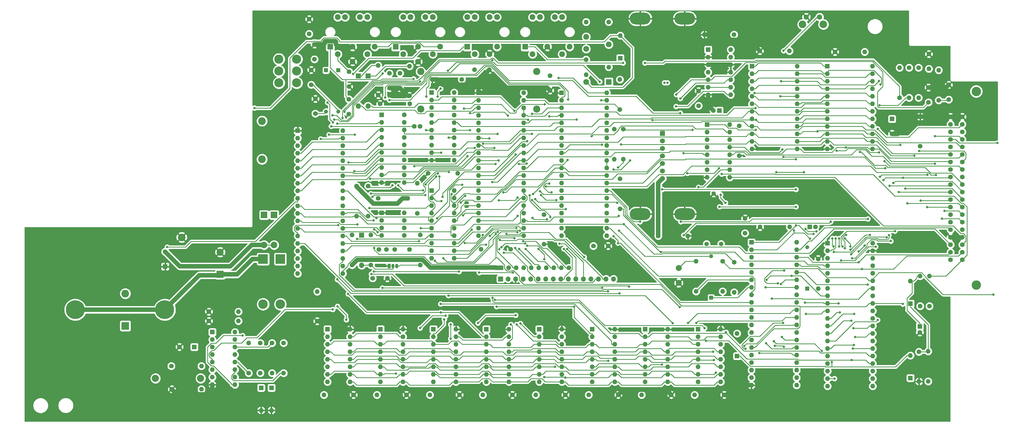
<source format=gbr>
%TF.GenerationSoftware,KiCad,Pcbnew,5.1.7-a382d34a8~88~ubuntu18.04.1*%
%TF.CreationDate,2021-03-30T18:08:33-04:00*%
%TF.ProjectId,coco2,636f636f-322e-46b6-9963-61645f706362,1*%
%TF.SameCoordinates,Original*%
%TF.FileFunction,Copper,L1,Top*%
%TF.FilePolarity,Positive*%
%FSLAX46Y46*%
G04 Gerber Fmt 4.6, Leading zero omitted, Abs format (unit mm)*
G04 Created by KiCad (PCBNEW 5.1.7-a382d34a8~88~ubuntu18.04.1) date 2021-03-30 18:08:33*
%MOMM*%
%LPD*%
G01*
G04 APERTURE LIST*
%TA.AperFunction,ComponentPad*%
%ADD10C,1.778000*%
%TD*%
%TA.AperFunction,ComponentPad*%
%ADD11C,2.540000*%
%TD*%
%TA.AperFunction,ComponentPad*%
%ADD12C,1.950000*%
%TD*%
%TA.AperFunction,ComponentPad*%
%ADD13R,1.950000X1.950000*%
%TD*%
%TA.AperFunction,ComponentPad*%
%ADD14O,1.800000X1.800000*%
%TD*%
%TA.AperFunction,ComponentPad*%
%ADD15R,1.800000X1.800000*%
%TD*%
%TA.AperFunction,ComponentPad*%
%ADD16O,2.400000X2.400000*%
%TD*%
%TA.AperFunction,ComponentPad*%
%ADD17C,2.400000*%
%TD*%
%TA.AperFunction,ComponentPad*%
%ADD18C,1.320800*%
%TD*%
%TA.AperFunction,ComponentPad*%
%ADD19R,1.320800X1.320800*%
%TD*%
%TA.AperFunction,ComponentPad*%
%ADD20O,1.600000X1.600000*%
%TD*%
%TA.AperFunction,ComponentPad*%
%ADD21R,1.600000X1.600000*%
%TD*%
%TA.AperFunction,ComponentPad*%
%ADD22C,1.600000*%
%TD*%
%TA.AperFunction,ComponentPad*%
%ADD23R,2.400000X2.400000*%
%TD*%
%TA.AperFunction,ComponentPad*%
%ADD24C,2.000000*%
%TD*%
%TA.AperFunction,ComponentPad*%
%ADD25R,2.200000X2.200000*%
%TD*%
%TA.AperFunction,ComponentPad*%
%ADD26O,2.200000X2.200000*%
%TD*%
%TA.AperFunction,ComponentPad*%
%ADD27R,3.200000X3.200000*%
%TD*%
%TA.AperFunction,ComponentPad*%
%ADD28O,3.200000X3.200000*%
%TD*%
%TA.AperFunction,ComponentPad*%
%ADD29C,2.600000*%
%TD*%
%TA.AperFunction,ComponentPad*%
%ADD30C,1.600200*%
%TD*%
%TA.AperFunction,ComponentPad*%
%ADD31C,3.175000*%
%TD*%
%TA.AperFunction,ComponentPad*%
%ADD32R,2.600000X2.600000*%
%TD*%
%TA.AperFunction,ComponentPad*%
%ADD33C,6.350000*%
%TD*%
%TA.AperFunction,ComponentPad*%
%ADD34O,1.050000X1.500000*%
%TD*%
%TA.AperFunction,ComponentPad*%
%ADD35R,1.050000X1.500000*%
%TD*%
%TA.AperFunction,ComponentPad*%
%ADD36C,3.044000*%
%TD*%
%TA.AperFunction,SMDPad,CuDef*%
%ADD37C,0.100000*%
%TD*%
%TA.AperFunction,ComponentPad*%
%ADD38C,1.500000*%
%TD*%
%TA.AperFunction,ComponentPad*%
%ADD39R,1.700000X1.700000*%
%TD*%
%TA.AperFunction,ComponentPad*%
%ADD40O,1.700000X1.700000*%
%TD*%
%TA.AperFunction,ComponentPad*%
%ADD41O,7.000000X4.000000*%
%TD*%
%TA.AperFunction,ComponentPad*%
%ADD42C,1.700000*%
%TD*%
%TA.AperFunction,ViaPad*%
%ADD43C,0.800000*%
%TD*%
%TA.AperFunction,Conductor*%
%ADD44C,0.250000*%
%TD*%
%TA.AperFunction,Conductor*%
%ADD45C,1.500000*%
%TD*%
%TA.AperFunction,Conductor*%
%ADD46C,0.254000*%
%TD*%
%TA.AperFunction,Conductor*%
%ADD47C,0.100000*%
%TD*%
G04 APERTURE END LIST*
D10*
%TO.P,S2,2*%
%TO.N,GNDS*%
X328320000Y-67800000D03*
%TO.P,S2,1*%
%TO.N,Net-(C58-Pad1)*%
X332820000Y-67800000D03*
D11*
%TO.P,S2,GNDS*%
%TO.N,N/C*%
X327070000Y-70300000D03*
X334070000Y-70300000D03*
%TD*%
D12*
%TO.P,J4,E2*%
%TO.N,N/C*%
X235950000Y-67850000D03*
%TO.P,J4,E1*%
X245950000Y-67850000D03*
%TO.P,J4,3*%
%TO.N,/peripherals/CASS_PIN3*%
X248450000Y-77850000D03*
%TO.P,J4,4*%
%TO.N,/peripherals/CASS_DATA_IN*%
X235950000Y-80350000D03*
%TO.P,J4,5*%
%TO.N,/peripherals/CASSOUT*%
X245950000Y-80350000D03*
D13*
%TO.P,J4,1*%
%TO.N,/peripherals/CASS_PIN1*%
X233450000Y-77850000D03*
D12*
%TO.P,J4,2*%
%TO.N,GNDS*%
X240950000Y-77850000D03*
%TO.P,J4,E2*%
%TO.N,N/C*%
X238450000Y-67850000D03*
%TO.P,J4,E1*%
X243450000Y-67850000D03*
%TD*%
%TO.P,J3,E1*%
%TO.N,N/C*%
X223950000Y-67850000D03*
%TO.P,J3,E2*%
X213950000Y-67850000D03*
%TO.P,J3,2*%
%TO.N,/peripherals/SERIAL_DATA_IN*%
X216450000Y-80350000D03*
%TO.P,J3,3*%
%TO.N,GNDS*%
X221450000Y-80350000D03*
D13*
%TO.P,J3,1*%
%TO.N,/peripherals/CD_IN*%
X213950000Y-77850000D03*
D12*
%TO.P,J3,4*%
%TO.N,/peripherals/SER_DATA_OUT*%
X223950000Y-77850000D03*
%TO.P,J3,E2*%
%TO.N,N/C*%
X216450000Y-67850000D03*
%TO.P,J3,E1*%
X221450000Y-67850000D03*
%TD*%
%TO.P,J2,E1*%
%TO.N,N/C*%
X202290000Y-67850000D03*
%TO.P,J2,E2*%
X192290000Y-67850000D03*
%TO.P,J2,6*%
%TO.N,GNDS*%
X197290000Y-82850000D03*
%TO.P,J2,5*%
%TO.N,Net-(C22-Pad1)*%
X204790000Y-77850000D03*
%TO.P,J2,2*%
%TO.N,/peripherals/JOY1*%
X192290000Y-80350000D03*
%TO.P,J2,4*%
%TO.N,Net-(C18-Pad2)*%
X202290000Y-80350000D03*
D13*
%TO.P,J2,1*%
%TO.N,/peripherals/JOY0*%
X189790000Y-77850000D03*
D12*
%TO.P,J2,3*%
%TO.N,GNDS*%
X197290000Y-77850000D03*
%TO.P,J2,E2*%
%TO.N,N/C*%
X194790000Y-67850000D03*
%TO.P,J2,E1*%
X199790000Y-67850000D03*
%TD*%
%TO.P,J1,E1*%
%TO.N,N/C*%
X180210000Y-67850000D03*
%TO.P,J1,E2*%
X170210000Y-67850000D03*
%TO.P,J1,6*%
%TO.N,GNDS*%
X175210000Y-82850000D03*
%TO.P,J1,5*%
%TO.N,Net-(C22-Pad1)*%
X182710000Y-77850000D03*
%TO.P,J1,2*%
%TO.N,Net-(C13-Pad2)*%
X170210000Y-80350000D03*
%TO.P,J1,4*%
%TO.N,Net-(C15-Pad2)*%
X180210000Y-80350000D03*
D13*
%TO.P,J1,1*%
%TO.N,Net-(C14-Pad2)*%
X167710000Y-77850000D03*
D12*
%TO.P,J1,3*%
%TO.N,GNDS*%
X175210000Y-77850000D03*
%TO.P,J1,E2*%
%TO.N,N/C*%
X172710000Y-67850000D03*
%TO.P,J1,E1*%
X177710000Y-67850000D03*
%TD*%
D14*
%TO.P,CR7,2*%
%TO.N,/peripherals/KR2*%
X177190000Y-97870000D03*
D15*
%TO.P,CR7,1*%
%TO.N,Net-(C15-Pad2)*%
X177190000Y-87710000D03*
%TD*%
D14*
%TO.P,CR8,2*%
%TO.N,/peripherals/KR1*%
X180430000Y-97870000D03*
D15*
%TO.P,CR8,1*%
%TO.N,Net-(C18-Pad2)*%
X180430000Y-87710000D03*
%TD*%
D14*
%TO.P,CR13,2*%
%TO.N,Net-(CR13-Pad2)*%
X178280000Y-151660000D03*
D15*
%TO.P,CR13,1*%
%TO.N,/peripherals/CSS*%
X178280000Y-141500000D03*
%TD*%
D16*
%TO.P,R2,2*%
%TO.N,Net-(Q1-Pad2)*%
X108710000Y-189830000D03*
D17*
%TO.P,R2,1*%
%TO.N,+5V*%
X123950000Y-189830000D03*
%TD*%
D18*
%TO.P,FB1,2*%
%TO.N,Net-(C10-Pad1)*%
X166270000Y-99770000D03*
D19*
%TO.P,FB1,1*%
%TO.N,Net-(C8-Pad1)*%
X166270000Y-85800000D03*
%TD*%
D18*
%TO.P,FB2,2*%
%TO.N,Net-(C9-Pad1)*%
X170410000Y-99770000D03*
D19*
%TO.P,FB2,1*%
%TO.N,Net-(C7-Pad1)*%
X170410000Y-85800000D03*
%TD*%
D18*
%TO.P,FB4,2*%
%TO.N,/power/VDGCLK*%
X296200000Y-148630000D03*
D19*
%TO.P,FB4,1*%
%TO.N,Net-(FB4-Pad1)*%
X296200000Y-162600000D03*
%TD*%
D18*
%TO.P,FB7,2*%
%TO.N,+5V*%
X328640000Y-145550000D03*
D19*
%TO.P,FB7,1*%
X328640000Y-159520000D03*
%TD*%
D20*
%TO.P,U11,16*%
%TO.N,+5V*%
X302490000Y-104180000D03*
%TO.P,U11,8*%
%TO.N,GNDS*%
X294870000Y-121960000D03*
%TO.P,U11,15*%
%TO.N,Net-(U11-Pad15)*%
X302490000Y-106720000D03*
%TO.P,U11,7*%
%TO.N,Net-(U11-Pad7)*%
X294870000Y-119420000D03*
%TO.P,U11,14*%
%TO.N,/roms/~CS_EXTENDED_BASIC*%
X302490000Y-109260000D03*
%TO.P,U11,6*%
%TO.N,/~SLENB*%
X294870000Y-116880000D03*
%TO.P,U11,13*%
%TO.N,/roms/~CS_BASIC*%
X302490000Y-111800000D03*
%TO.P,U11,5*%
%TO.N,Net-(U10-Pad10)*%
X294870000Y-114340000D03*
%TO.P,U11,12*%
%TO.N,Net-(R19-Pad2)*%
X302490000Y-114340000D03*
%TO.P,U11,4*%
%TO.N,Net-(U10-Pad4)*%
X294870000Y-111800000D03*
%TO.P,U11,11*%
%TO.N,/~CS_PIA0*%
X302490000Y-116880000D03*
%TO.P,U11,3*%
%TO.N,Net-(U10-Pad6)*%
X294870000Y-109260000D03*
%TO.P,U11,10*%
%TO.N,/~CSPIA1*%
X302490000Y-119420000D03*
%TO.P,U11,2*%
%TO.N,Net-(U11-Pad2)*%
X294870000Y-106720000D03*
%TO.P,U11,9*%
%TO.N,/~SCS*%
X302490000Y-121960000D03*
D21*
%TO.P,U11,1*%
%TO.N,Net-(U11-Pad1)*%
X294870000Y-104180000D03*
%TD*%
D20*
%TO.P,U8,40*%
%TO.N,/video/DD7*%
X260990000Y-93410000D03*
%TO.P,U8,20*%
%TO.N,Net-(U8-Pad20)*%
X245750000Y-141670000D03*
%TO.P,U8,39*%
%TO.N,/peripherals/CSS*%
X260990000Y-95950000D03*
%TO.P,U8,19*%
%TO.N,Net-(U8-Pad19)*%
X245750000Y-139130000D03*
%TO.P,U8,38*%
%TO.N,/~HS*%
X260990000Y-98490000D03*
%TO.P,U8,18*%
%TO.N,Net-(U8-Pad18)*%
X245750000Y-136590000D03*
%TO.P,U8,37*%
%TO.N,/~FS*%
X260990000Y-101030000D03*
%TO.P,U8,17*%
%TO.N,+5V*%
X245750000Y-134050000D03*
%TO.P,U8,36*%
%TO.N,Net-(U8-Pad36)*%
X260990000Y-103570000D03*
%TO.P,U8,16*%
%TO.N,Net-(U8-Pad16)*%
X245750000Y-131510000D03*
%TO.P,U8,35*%
%TO.N,/peripherals/~A~_G*%
X260990000Y-106110000D03*
%TO.P,U8,15*%
%TO.N,Net-(U8-Pad15)*%
X245750000Y-128970000D03*
%TO.P,U8,34*%
%TO.N,/video/DD7*%
X260990000Y-108650000D03*
%TO.P,U8,14*%
%TO.N,Net-(U8-Pad14)*%
X245750000Y-126430000D03*
%TO.P,U8,33*%
%TO.N,Net-(R25-Pad2)*%
X260990000Y-111190000D03*
%TO.P,U8,13*%
%TO.N,Net-(U8-Pad13)*%
X245750000Y-123890000D03*
%TO.P,U8,32*%
%TO.N,/video/DD6*%
X260990000Y-113730000D03*
%TO.P,U8,12*%
%TO.N,/~FS*%
X245750000Y-121350000D03*
%TO.P,U8,31*%
%TO.N,/peripherals/~INT~_EXT*%
X260990000Y-116270000D03*
%TO.P,U8,11*%
%TO.N,Net-(R9-Pad1)*%
X245750000Y-118810000D03*
%TO.P,U8,30*%
%TO.N,/peripherals/~INT~_EXT*%
X260990000Y-118810000D03*
%TO.P,U8,10*%
%TO.N,Net-(U8-Pad10)*%
X245750000Y-116270000D03*
%TO.P,U8,29*%
%TO.N,/peripherals/GM1*%
X260990000Y-121350000D03*
%TO.P,U8,9*%
%TO.N,Net-(U8-Pad9)*%
X245750000Y-113730000D03*
%TO.P,U8,28*%
%TO.N,Net-(C59-Pad2)*%
X260990000Y-123890000D03*
%TO.P,U8,8*%
%TO.N,/video/DD5*%
X245750000Y-111190000D03*
%TO.P,U8,27*%
%TO.N,/peripherals/GM2*%
X260990000Y-126430000D03*
%TO.P,U8,7*%
%TO.N,/video/DD4*%
X245750000Y-108650000D03*
%TO.P,U8,26*%
%TO.N,Net-(U8-Pad26)*%
X260990000Y-128970000D03*
%TO.P,U8,6*%
%TO.N,/video/DD3*%
X245750000Y-106110000D03*
%TO.P,U8,25*%
%TO.N,Net-(U8-Pad25)*%
X260990000Y-131510000D03*
%TO.P,U8,5*%
%TO.N,/video/DD2*%
X245750000Y-103570000D03*
%TO.P,U8,24*%
%TO.N,Net-(U8-Pad24)*%
X260990000Y-134050000D03*
%TO.P,U8,4*%
%TO.N,/video/DD1*%
X245750000Y-101030000D03*
%TO.P,U8,23*%
%TO.N,Net-(U8-Pad23)*%
X260990000Y-136590000D03*
%TO.P,U8,3*%
%TO.N,/video/DD0*%
X245750000Y-98490000D03*
%TO.P,U8,22*%
%TO.N,/sam/DA0*%
X260990000Y-139130000D03*
%TO.P,U8,2*%
%TO.N,/video/DD6*%
X245750000Y-95950000D03*
%TO.P,U8,21*%
%TO.N,Net-(U8-Pad21)*%
X260990000Y-141670000D03*
D21*
%TO.P,U8,1*%
%TO.N,GNDS*%
X245750000Y-93410000D03*
%TD*%
D20*
%TO.P,U22,40*%
%TO.N,+5V*%
X325040000Y-143890000D03*
%TO.P,U22,20*%
%TO.N,GNDS*%
X309800000Y-192150000D03*
%TO.P,U22,39*%
%TO.N,/A12*%
X325040000Y-146430000D03*
%TO.P,U22,19*%
%TO.N,/A3*%
X309800000Y-189610000D03*
%TO.P,U22,38*%
%TO.N,/A13*%
X325040000Y-148970000D03*
%TO.P,U22,18*%
%TO.N,/A2*%
X309800000Y-187070000D03*
%TO.P,U22,37*%
%TO.N,/A14*%
X325040000Y-151510000D03*
%TO.P,U22,17*%
%TO.N,/A1*%
X309800000Y-184530000D03*
%TO.P,U22,36*%
%TO.N,/A15*%
X325040000Y-154050000D03*
%TO.P,U22,16*%
%TO.N,/A0*%
X309800000Y-181990000D03*
%TO.P,U22,35*%
%TO.N,/dram/MA7*%
X325040000Y-156590000D03*
%TO.P,U22,15*%
%TO.N,/R~W*%
X309800000Y-179450000D03*
%TO.P,U22,34*%
%TO.N,/dram/MA6*%
X325040000Y-159130000D03*
%TO.P,U22,14*%
%TO.N,Net-(R26-Pad2)*%
X309800000Y-176910000D03*
%TO.P,U22,33*%
%TO.N,/dram/MA5*%
X325040000Y-161670000D03*
%TO.P,U22,13*%
%TO.N,Net-(R24-Pad2)*%
X309800000Y-174370000D03*
%TO.P,U22,32*%
%TO.N,/dram/MA4*%
X325040000Y-164210000D03*
%TO.P,U22,12*%
%TO.N,/dram/~RAS*%
X309800000Y-171830000D03*
%TO.P,U22,31*%
%TO.N,/dram/MA3*%
X325040000Y-166750000D03*
%TO.P,U22,11*%
%TO.N,/dram/~CAS*%
X309800000Y-169290000D03*
%TO.P,U22,30*%
%TO.N,/dram/MA2*%
X325040000Y-169290000D03*
%TO.P,U22,10*%
%TO.N,/dram/~WE*%
X309800000Y-166750000D03*
%TO.P,U22,29*%
%TO.N,/dram/MA1*%
X325040000Y-171830000D03*
%TO.P,U22,9*%
%TO.N,/~HS*%
X309800000Y-164210000D03*
%TO.P,U22,28*%
%TO.N,/dram/MA0*%
X325040000Y-174370000D03*
%TO.P,U22,8*%
%TO.N,/sam/DA0*%
X309800000Y-161670000D03*
%TO.P,U22,27*%
%TO.N,Net-(U11-Pad1)*%
X325040000Y-176910000D03*
%TO.P,U22,7*%
%TO.N,Net-(FB4-Pad1)*%
X309800000Y-159130000D03*
%TO.P,U22,26*%
%TO.N,Net-(U11-Pad2)*%
X325040000Y-179450000D03*
%TO.P,U22,6*%
%TO.N,Net-(R15-Pad1)*%
X309800000Y-156590000D03*
%TO.P,U22,25*%
%TO.N,Net-(U10-Pad6)*%
X325040000Y-181990000D03*
%TO.P,U22,5*%
%TO.N,Net-(C43-Pad1)*%
X309800000Y-154050000D03*
%TO.P,U22,24*%
%TO.N,/A7*%
X325040000Y-184530000D03*
%TO.P,U22,4*%
%TO.N,/A8*%
X309800000Y-151510000D03*
%TO.P,U22,23*%
%TO.N,/A6*%
X325040000Y-187070000D03*
%TO.P,U22,3*%
%TO.N,/A9*%
X309800000Y-148970000D03*
%TO.P,U22,22*%
%TO.N,/A5*%
X325040000Y-189610000D03*
%TO.P,U22,2*%
%TO.N,/A10*%
X309800000Y-146430000D03*
%TO.P,U22,21*%
%TO.N,/A4*%
X325040000Y-192150000D03*
D21*
%TO.P,U22,1*%
%TO.N,/A11*%
X309800000Y-143890000D03*
%TD*%
%TO.P,U12,1*%
%TO.N,/A7*%
X309990000Y-84450000D03*
D20*
%TO.P,U12,13*%
%TO.N,/D3*%
X325230000Y-112390000D03*
%TO.P,U12,2*%
%TO.N,/A6*%
X309990000Y-86990000D03*
%TO.P,U12,14*%
%TO.N,/D4*%
X325230000Y-109850000D03*
%TO.P,U12,3*%
%TO.N,/A5*%
X309990000Y-89530000D03*
%TO.P,U12,15*%
%TO.N,/D5*%
X325230000Y-107310000D03*
%TO.P,U12,4*%
%TO.N,/A4*%
X309990000Y-92070000D03*
%TO.P,U12,16*%
%TO.N,/D6*%
X325230000Y-104770000D03*
%TO.P,U12,5*%
%TO.N,/A3*%
X309990000Y-94610000D03*
%TO.P,U12,17*%
%TO.N,/D7*%
X325230000Y-102230000D03*
%TO.P,U12,6*%
%TO.N,/A2*%
X309990000Y-97150000D03*
%TO.P,U12,18*%
%TO.N,/A11*%
X325230000Y-99690000D03*
%TO.P,U12,7*%
%TO.N,/A1*%
X309990000Y-99690000D03*
%TO.P,U12,19*%
%TO.N,/A10*%
X325230000Y-97150000D03*
%TO.P,U12,8*%
%TO.N,/A0*%
X309990000Y-102230000D03*
%TO.P,U12,20*%
%TO.N,/roms/~CS_BASIC*%
X325230000Y-94610000D03*
%TO.P,U12,9*%
%TO.N,/D0*%
X309990000Y-104770000D03*
%TO.P,U12,21*%
%TO.N,/A12*%
X325230000Y-92070000D03*
%TO.P,U12,10*%
%TO.N,/D1*%
X309990000Y-107310000D03*
%TO.P,U12,22*%
%TO.N,/A9*%
X325230000Y-89530000D03*
%TO.P,U12,11*%
%TO.N,/D2*%
X309990000Y-109850000D03*
%TO.P,U12,23*%
%TO.N,/A8*%
X325230000Y-86990000D03*
%TO.P,U12,12*%
%TO.N,GNDS*%
X309990000Y-112390000D03*
%TO.P,U12,24*%
%TO.N,+5V*%
X325230000Y-84450000D03*
%TD*%
D21*
%TO.P,U13,1*%
%TO.N,/A7*%
X335400000Y-84450000D03*
D20*
%TO.P,U13,13*%
%TO.N,/D3*%
X350640000Y-112390000D03*
%TO.P,U13,2*%
%TO.N,/A6*%
X335400000Y-86990000D03*
%TO.P,U13,14*%
%TO.N,/D4*%
X350640000Y-109850000D03*
%TO.P,U13,3*%
%TO.N,/A5*%
X335400000Y-89530000D03*
%TO.P,U13,15*%
%TO.N,/D5*%
X350640000Y-107310000D03*
%TO.P,U13,4*%
%TO.N,/A4*%
X335400000Y-92070000D03*
%TO.P,U13,16*%
%TO.N,/D6*%
X350640000Y-104770000D03*
%TO.P,U13,5*%
%TO.N,/A3*%
X335400000Y-94610000D03*
%TO.P,U13,17*%
%TO.N,/D7*%
X350640000Y-102230000D03*
%TO.P,U13,6*%
%TO.N,/A2*%
X335400000Y-97150000D03*
%TO.P,U13,18*%
%TO.N,/A11*%
X350640000Y-99690000D03*
%TO.P,U13,7*%
%TO.N,/A1*%
X335400000Y-99690000D03*
%TO.P,U13,19*%
%TO.N,/A10*%
X350640000Y-97150000D03*
%TO.P,U13,8*%
%TO.N,/A0*%
X335400000Y-102230000D03*
%TO.P,U13,20*%
%TO.N,/roms/~CS_EXTENDED_BASIC*%
X350640000Y-94610000D03*
%TO.P,U13,9*%
%TO.N,/D0*%
X335400000Y-104770000D03*
%TO.P,U13,21*%
%TO.N,/A12*%
X350640000Y-92070000D03*
%TO.P,U13,10*%
%TO.N,/D1*%
X335400000Y-107310000D03*
%TO.P,U13,22*%
%TO.N,/A9*%
X350640000Y-89530000D03*
%TO.P,U13,11*%
%TO.N,/D2*%
X335400000Y-109850000D03*
%TO.P,U13,23*%
%TO.N,/A8*%
X350640000Y-86990000D03*
%TO.P,U13,12*%
%TO.N,GNDS*%
X335400000Y-112390000D03*
%TO.P,U13,24*%
%TO.N,+5V*%
X350640000Y-84450000D03*
%TD*%
%TO.P,U5,20*%
%TO.N,+5V*%
X209520000Y-93300000D03*
%TO.P,U5,10*%
%TO.N,GNDS*%
X201900000Y-116160000D03*
%TO.P,U5,19*%
%TO.N,/video/DD3*%
X209520000Y-95840000D03*
%TO.P,U5,9*%
%TO.N,/video/DD7*%
X201900000Y-113620000D03*
%TO.P,U5,18*%
%TO.N,/dram/MD3*%
X209520000Y-98380000D03*
%TO.P,U5,8*%
%TO.N,/dram/MD7*%
X201900000Y-111080000D03*
%TO.P,U5,17*%
%TO.N,/dram/MD2*%
X209520000Y-100920000D03*
%TO.P,U5,7*%
%TO.N,/dram/MD6*%
X201900000Y-108540000D03*
%TO.P,U5,16*%
%TO.N,/video/DD2*%
X209520000Y-103460000D03*
%TO.P,U5,6*%
%TO.N,/video/DD6*%
X201900000Y-106000000D03*
%TO.P,U5,15*%
%TO.N,/video/DD1*%
X209520000Y-106000000D03*
%TO.P,U5,5*%
%TO.N,/video/DD5*%
X201900000Y-103460000D03*
%TO.P,U5,14*%
%TO.N,/dram/MD1*%
X209520000Y-108540000D03*
%TO.P,U5,4*%
%TO.N,/dram/MD5*%
X201900000Y-100920000D03*
%TO.P,U5,13*%
%TO.N,/dram/MD0*%
X209520000Y-111080000D03*
%TO.P,U5,3*%
%TO.N,/dram/MD4*%
X201900000Y-98380000D03*
%TO.P,U5,12*%
%TO.N,/video/DD0*%
X209520000Y-113620000D03*
%TO.P,U5,2*%
%TO.N,/video/DD4*%
X201900000Y-95840000D03*
%TO.P,U5,11*%
%TO.N,/dram/~RAS*%
X209520000Y-116160000D03*
D21*
%TO.P,U5,1*%
%TO.N,+5V*%
X201900000Y-93300000D03*
%TD*%
D20*
%TO.P,U6,20*%
%TO.N,+5V*%
X209520000Y-126400000D03*
%TO.P,U6,10*%
%TO.N,GNDS*%
X201900000Y-149260000D03*
%TO.P,U6,19*%
%TO.N,Net-(U11-Pad15)*%
X209520000Y-128940000D03*
%TO.P,U6,9*%
%TO.N,/D3*%
X201900000Y-146720000D03*
%TO.P,U6,18*%
%TO.N,/D4*%
X209520000Y-131480000D03*
%TO.P,U6,8*%
%TO.N,/dram/MD5*%
X201900000Y-144180000D03*
%TO.P,U6,17*%
%TO.N,/dram/MD0*%
X209520000Y-134020000D03*
%TO.P,U6,7*%
%TO.N,/D2*%
X201900000Y-141640000D03*
%TO.P,U6,16*%
%TO.N,/D7*%
X209520000Y-136560000D03*
%TO.P,U6,6*%
%TO.N,/dram/MD6*%
X201900000Y-139100000D03*
%TO.P,U6,15*%
%TO.N,/dram/MD1*%
X209520000Y-139100000D03*
%TO.P,U6,5*%
%TO.N,/D1*%
X201900000Y-136560000D03*
%TO.P,U6,14*%
%TO.N,/D6*%
X209520000Y-141640000D03*
%TO.P,U6,4*%
%TO.N,/dram/MD7*%
X201900000Y-134020000D03*
%TO.P,U6,13*%
%TO.N,/dram/MD2*%
X209520000Y-144180000D03*
%TO.P,U6,3*%
%TO.N,/D0*%
X201900000Y-131480000D03*
%TO.P,U6,12*%
%TO.N,/D5*%
X209520000Y-146720000D03*
%TO.P,U6,2*%
%TO.N,/dram/MD4*%
X201900000Y-128940000D03*
%TO.P,U6,11*%
%TO.N,/dram/MD3*%
X209520000Y-149260000D03*
D21*
%TO.P,U6,1*%
%TO.N,Net-(U11-Pad15)*%
X201900000Y-126400000D03*
%TD*%
D20*
%TO.P,U10,14*%
%TO.N,+5V*%
X302820000Y-78800000D03*
%TO.P,U10,7*%
%TO.N,GNDS*%
X295200000Y-94040000D03*
%TO.P,U10,13*%
%TO.N,Net-(U10-Pad13)*%
X302820000Y-81340000D03*
%TO.P,U10,6*%
%TO.N,Net-(U10-Pad6)*%
X295200000Y-91500000D03*
%TO.P,U10,12*%
%TO.N,GNDS*%
X302820000Y-83880000D03*
%TO.P,U10,5*%
%TO.N,/E*%
X295200000Y-88960000D03*
%TO.P,U10,11*%
%TO.N,GNDS*%
X302820000Y-86420000D03*
%TO.P,U10,4*%
%TO.N,Net-(U10-Pad4)*%
X295200000Y-86420000D03*
%TO.P,U10,10*%
%TO.N,Net-(U10-Pad10)*%
X302820000Y-88960000D03*
%TO.P,U10,3*%
%TO.N,GNDS*%
X295200000Y-83880000D03*
%TO.P,U10,9*%
%TO.N,Net-(U10-Pad6)*%
X302820000Y-91500000D03*
%TO.P,U10,2*%
%TO.N,GNDS*%
X295200000Y-81340000D03*
%TO.P,U10,8*%
%TO.N,/R~W*%
X302820000Y-94040000D03*
D21*
%TO.P,U10,1*%
%TO.N,Net-(U10-Pad1)*%
X295200000Y-78800000D03*
%TD*%
D22*
%TO.P,C1,2*%
%TO.N,/peripherals/+SALT_VIN*%
X111990000Y-147080000D03*
D21*
%TO.P,C1,1*%
%TO.N,GNDS*%
X111990000Y-152080000D03*
%TD*%
D23*
%TO.P,C2,1*%
%TO.N,/peripherals/-SALT_VIN*%
X130550000Y-154710000D03*
D17*
%TO.P,C2,2*%
%TO.N,GNDS*%
X130550000Y-147210000D03*
%TD*%
D20*
%TO.P,C3,2*%
%TO.N,/peripherals/-SALT_VIN*%
X136720000Y-167300000D03*
D22*
%TO.P,C3,1*%
%TO.N,GNDS*%
X126720000Y-167300000D03*
%TD*%
%TO.P,C4,1*%
%TO.N,GNDS*%
X126720000Y-170460000D03*
D20*
%TO.P,C4,2*%
%TO.N,/peripherals/+SALT_VIN*%
X136720000Y-170460000D03*
%TD*%
D21*
%TO.P,C5,1*%
%TO.N,+5V*%
X121820000Y-179220000D03*
D22*
%TO.P,C5,2*%
%TO.N,GNDS*%
X116820000Y-179220000D03*
%TD*%
%TO.P,C6,1*%
%TO.N,GNDS*%
X114210000Y-193490000D03*
D20*
%TO.P,C6,2*%
%TO.N,+5V*%
X124210000Y-193490000D03*
%TD*%
D21*
%TO.P,C11,1*%
%TO.N,+5V*%
X357250000Y-102230000D03*
D22*
%TO.P,C11,2*%
%TO.N,GNDS*%
X357250000Y-107230000D03*
%TD*%
D20*
%TO.P,C15,2*%
%TO.N,Net-(C15-Pad2)*%
X183880000Y-84180000D03*
D22*
%TO.P,C15,1*%
%TO.N,GNDS*%
X183880000Y-94180000D03*
%TD*%
%TO.P,C18,1*%
%TO.N,GNDS*%
X194430000Y-94400000D03*
D20*
%TO.P,C18,2*%
%TO.N,Net-(C18-Pad2)*%
X194430000Y-84400000D03*
%TD*%
D22*
%TO.P,C19,1*%
%TO.N,GNDS*%
X184510000Y-97150000D03*
D20*
%TO.P,C19,2*%
%TO.N,+5V*%
X194510000Y-97150000D03*
%TD*%
%TO.P,C21,2*%
%TO.N,GNDS*%
X202070000Y-88900000D03*
D22*
%TO.P,C21,1*%
%TO.N,+5V*%
X212070000Y-88900000D03*
%TD*%
D20*
%TO.P,C24,2*%
%TO.N,+5V*%
X193840000Y-129030000D03*
D22*
%TO.P,C24,1*%
%TO.N,GNDS*%
X183840000Y-129030000D03*
%TD*%
%TO.P,C25,1*%
%TO.N,GNDS*%
X200700000Y-120570000D03*
D20*
%TO.P,C25,2*%
%TO.N,+5V*%
X210700000Y-120570000D03*
%TD*%
D22*
%TO.P,C26,1*%
%TO.N,Net-(C26-Pad1)*%
X186650000Y-146340000D03*
%TO.P,C26,2*%
%TO.N,GNDS*%
X184150000Y-146340000D03*
%TD*%
%TO.P,C28,1*%
%TO.N,GNDS*%
X163290000Y-170500000D03*
D20*
%TO.P,C28,2*%
%TO.N,+5V*%
X163290000Y-160500000D03*
%TD*%
%TO.P,C29,2*%
%TO.N,+5V*%
X218570000Y-146200000D03*
D22*
%TO.P,C29,1*%
%TO.N,GNDS*%
X228570000Y-146200000D03*
%TD*%
D20*
%TO.P,C30,2*%
%TO.N,GNDS*%
X239830000Y-144500000D03*
D22*
%TO.P,C30,1*%
%TO.N,+5V*%
X239830000Y-134500000D03*
%TD*%
D20*
%TO.P,C32,2*%
%TO.N,GNDS*%
X288370000Y-141700000D03*
D22*
%TO.P,C32,1*%
%TO.N,+5V*%
X278370000Y-141700000D03*
%TD*%
%TO.P,C33,1*%
%TO.N,+5V*%
X303950000Y-73750000D03*
D20*
%TO.P,C33,2*%
%TO.N,GNDS*%
X293950000Y-73750000D03*
%TD*%
%TO.P,C34,2*%
%TO.N,GNDS*%
X305670000Y-114600000D03*
D22*
%TO.P,C34,1*%
%TO.N,+5V*%
X305670000Y-104600000D03*
%TD*%
%TO.P,C35,1*%
%TO.N,GNDS*%
X312615000Y-79270000D03*
D20*
%TO.P,C35,2*%
%TO.N,+5V*%
X322615000Y-79270000D03*
%TD*%
D22*
%TO.P,C36,1*%
%TO.N,GNDS*%
X338025000Y-79560000D03*
D20*
%TO.P,C36,2*%
%TO.N,+5V*%
X348025000Y-79560000D03*
%TD*%
D22*
%TO.P,C37,2*%
%TO.N,/Q*%
X369670000Y-85300000D03*
%TO.P,C37,1*%
%TO.N,GNDS*%
X369670000Y-80300000D03*
%TD*%
%TO.P,C38,2*%
%TO.N,/E*%
X369570000Y-96600000D03*
%TO.P,C38,1*%
%TO.N,GNDS*%
X369570000Y-91600000D03*
%TD*%
%TO.P,C39,1*%
%TO.N,GNDS*%
X376370000Y-90700000D03*
%TO.P,C39,2*%
%TO.N,/~CTS*%
X376370000Y-95700000D03*
%TD*%
D20*
%TO.P,C40,2*%
%TO.N,GNDS*%
X366750000Y-101430000D03*
D22*
%TO.P,C40,1*%
%TO.N,+5V*%
X366750000Y-111430000D03*
%TD*%
%TO.P,C43,1*%
%TO.N,Net-(C43-Pad1)*%
X307660000Y-140810000D03*
%TO.P,C43,2*%
%TO.N,GNDS*%
X307660000Y-135810000D03*
%TD*%
D24*
%TO.P,C44,1*%
%TO.N,Net-(C44-Pad1)*%
X285270000Y-152600000D03*
%TO.P,C44,2*%
%TO.N,GNDS*%
X285270000Y-157600000D03*
%TD*%
D22*
%TO.P,C45,1*%
%TO.N,GNDS*%
X312700000Y-138710000D03*
D20*
%TO.P,C45,2*%
%TO.N,+5V*%
X322700000Y-138710000D03*
%TD*%
%TO.P,C47,2*%
%TO.N,+5V*%
X332340000Y-159500000D03*
D22*
%TO.P,C47,1*%
%TO.N,GNDS*%
X332340000Y-149500000D03*
%TD*%
D21*
%TO.P,C48,1*%
%TO.N,/~RESET*%
X366610000Y-172290000D03*
D22*
%TO.P,C48,2*%
%TO.N,GNDS*%
X366610000Y-174290000D03*
%TD*%
D20*
%TO.P,C50,2*%
%TO.N,+5V*%
X165560000Y-195400000D03*
D22*
%TO.P,C50,1*%
%TO.N,GNDS*%
X175560000Y-195400000D03*
%TD*%
%TO.P,C51,1*%
%TO.N,GNDS*%
X193429000Y-195400000D03*
D20*
%TO.P,C51,2*%
%TO.N,+5V*%
X183429000Y-195400000D03*
%TD*%
%TO.P,C52,2*%
%TO.N,+5V*%
X201297000Y-195400000D03*
D22*
%TO.P,C52,1*%
%TO.N,GNDS*%
X211297000Y-195400000D03*
%TD*%
%TO.P,C53,1*%
%TO.N,GNDS*%
X229166000Y-195400000D03*
D20*
%TO.P,C53,2*%
%TO.N,+5V*%
X219166000Y-195400000D03*
%TD*%
%TO.P,C54,2*%
%TO.N,+5V*%
X237034000Y-195400000D03*
D22*
%TO.P,C54,1*%
%TO.N,GNDS*%
X247034000Y-195400000D03*
%TD*%
%TO.P,C55,1*%
%TO.N,GNDS*%
X264903000Y-195400000D03*
D20*
%TO.P,C55,2*%
%TO.N,+5V*%
X254903000Y-195400000D03*
%TD*%
%TO.P,C56,2*%
%TO.N,+5V*%
X272771000Y-195400000D03*
D22*
%TO.P,C56,1*%
%TO.N,GNDS*%
X282771000Y-195400000D03*
%TD*%
%TO.P,C57,1*%
%TO.N,GNDS*%
X300640000Y-195400000D03*
D20*
%TO.P,C57,2*%
%TO.N,+5V*%
X290640000Y-195400000D03*
%TD*%
D22*
%TO.P,C58,1*%
%TO.N,Net-(C58-Pad1)*%
X366325000Y-180880000D03*
D20*
%TO.P,C58,2*%
%TO.N,GNDS*%
X366325000Y-190880000D03*
%TD*%
D22*
%TO.P,C59,1*%
%TO.N,GNDS*%
X261470000Y-145100000D03*
%TO.P,C59,2*%
%TO.N,Net-(C59-Pad2)*%
X256470000Y-145100000D03*
%TD*%
%TO.P,C60,1*%
%TO.N,GNDS*%
X186970000Y-156000000D03*
%TO.P,C60,2*%
%TO.N,/E*%
X181970000Y-156000000D03*
%TD*%
%TO.P,C61,2*%
%TO.N,Net-(C61-Pad2)*%
X291970000Y-97800000D03*
%TO.P,C61,1*%
%TO.N,GNDS*%
X291970000Y-92800000D03*
%TD*%
D25*
%TO.P,CR1,1*%
%TO.N,Net-(C9-Pad1)*%
X145370000Y-134630000D03*
D26*
%TO.P,CR1,2*%
%TO.N,/peripherals/+SALT_VIN*%
X145370000Y-144790000D03*
%TD*%
%TO.P,CR2,2*%
%TO.N,/peripherals/+SALT_VIN*%
X148750000Y-144790000D03*
D25*
%TO.P,CR2,1*%
%TO.N,Net-(C10-Pad1)*%
X148750000Y-134630000D03*
%TD*%
D27*
%TO.P,CR3,1*%
%TO.N,/peripherals/-SALT_VIN*%
X145020000Y-149530000D03*
D28*
%TO.P,CR3,2*%
%TO.N,Net-(C9-Pad1)*%
X145020000Y-164770000D03*
%TD*%
%TO.P,CR4,2*%
%TO.N,Net-(C10-Pad1)*%
X150840000Y-164770000D03*
D27*
%TO.P,CR4,1*%
%TO.N,/peripherals/-SALT_VIN*%
X150840000Y-149530000D03*
%TD*%
D20*
%TO.P,CR5,2*%
%TO.N,GNDS*%
X144370000Y-200620000D03*
D21*
%TO.P,CR5,1*%
%TO.N,/peripherals/CD_IN*%
X144370000Y-193000000D03*
%TD*%
D20*
%TO.P,CR6,2*%
%TO.N,GNDS*%
X147870000Y-200620000D03*
D21*
%TO.P,CR6,1*%
%TO.N,/peripherals/SERIAL_DATA_IN*%
X147870000Y-193000000D03*
%TD*%
%TO.P,CR9,1*%
%TO.N,+5V*%
X265540000Y-81680000D03*
D20*
%TO.P,CR9,2*%
%TO.N,/peripherals/CASS_MTR_OUT*%
X265540000Y-74060000D03*
%TD*%
%TO.P,CR10,2*%
%TO.N,/power/VDGCLK*%
X304970000Y-174680000D03*
D21*
%TO.P,CR10,1*%
%TO.N,Net-(C58-Pad1)*%
X304970000Y-182300000D03*
%TD*%
%TO.P,CR11,1*%
%TO.N,Net-(C58-Pad1)*%
X363460000Y-164580000D03*
D20*
%TO.P,CR11,2*%
%TO.N,/~RESET*%
X363460000Y-156960000D03*
%TD*%
D21*
%TO.P,CR12,1*%
%TO.N,+5V*%
X363460000Y-189700000D03*
D20*
%TO.P,CR12,2*%
%TO.N,Net-(C58-Pad1)*%
X363460000Y-182080000D03*
%TD*%
D29*
%TO.P,E1,1*%
%TO.N,GNDS*%
X117560000Y-142200000D03*
%TD*%
%TO.P,E2,1*%
%TO.N,Net-(E2-Pad1)*%
X144680000Y-102920000D03*
%TD*%
%TO.P,E3,1*%
%TO.N,Net-(E3-Pad1)*%
X144670000Y-115830000D03*
%TD*%
D30*
%TO.P,J6,2*%
%TO.N,GNDS*%
X380970000Y-101500000D03*
%TO.P,J6,4*%
%TO.N,/~NMI*%
X380970000Y-104040000D03*
%TO.P,J6,6*%
%TO.N,/E*%
X380970000Y-106580000D03*
%TO.P,J6,8*%
%TO.N,/~CART*%
X380970000Y-109120000D03*
%TO.P,J6,10*%
%TO.N,/D0*%
X380970000Y-111660000D03*
%TO.P,J6,12*%
%TO.N,/D2*%
X380970000Y-114200000D03*
%TO.P,J6,14*%
%TO.N,/D4*%
X380970000Y-116740000D03*
%TO.P,J6,16*%
%TO.N,/D6*%
X380970000Y-119280000D03*
%TO.P,J6,18*%
%TO.N,/R~W*%
X380970000Y-121820000D03*
%TO.P,J6,20*%
%TO.N,/A1*%
X380970000Y-124360000D03*
%TO.P,J6,22*%
%TO.N,/A3*%
X380970000Y-126900000D03*
%TO.P,J6,24*%
%TO.N,/A5*%
X380970000Y-129440000D03*
%TO.P,J6,26*%
%TO.N,/A7*%
X380970000Y-131980000D03*
%TO.P,J6,28*%
%TO.N,/A9*%
X380970000Y-134520000D03*
%TO.P,J6,30*%
%TO.N,/A11*%
X380970000Y-137060000D03*
%TO.P,J6,32*%
%TO.N,/~CTS*%
X380970000Y-139600000D03*
%TO.P,J6,34*%
%TO.N,GNDS*%
X380970000Y-142140000D03*
%TO.P,J6,36*%
%TO.N,/~SCS*%
X380970000Y-144680000D03*
%TO.P,J6,38*%
%TO.N,/A14*%
X380970000Y-147220000D03*
%TO.P,J6,40*%
%TO.N,/~SLENB*%
X380970000Y-149760000D03*
%TO.P,J6,1*%
%TO.N,GNDS*%
X377007600Y-101500000D03*
%TO.P,J6,3*%
%TO.N,/~HALT*%
X377007600Y-104040000D03*
%TO.P,J6,5*%
%TO.N,/~RESET*%
X377007600Y-106580000D03*
%TO.P,J6,7*%
%TO.N,/Q*%
X377007600Y-109120000D03*
%TO.P,J6,9*%
%TO.N,+5V*%
X377007600Y-111660000D03*
%TO.P,J6,11*%
%TO.N,/D1*%
X377007600Y-114200000D03*
%TO.P,J6,13*%
%TO.N,/D3*%
X377007600Y-116740000D03*
%TO.P,J6,15*%
%TO.N,/D5*%
X377007600Y-119280000D03*
%TO.P,J6,17*%
%TO.N,/D7*%
X377007600Y-121820000D03*
%TO.P,J6,19*%
%TO.N,/A0*%
X377007600Y-124360000D03*
%TO.P,J6,21*%
%TO.N,/A2*%
X377007600Y-126900000D03*
%TO.P,J6,23*%
%TO.N,/A4*%
X377007600Y-129440000D03*
%TO.P,J6,25*%
%TO.N,/A6*%
X377007600Y-131980000D03*
%TO.P,J6,27*%
%TO.N,/A8*%
X377007600Y-134520000D03*
%TO.P,J6,29*%
%TO.N,/A10*%
X377007600Y-137060000D03*
%TO.P,J6,31*%
%TO.N,/A12*%
X377007600Y-139600000D03*
%TO.P,J6,33*%
%TO.N,GNDS*%
X377007600Y-142140000D03*
%TO.P,J6,35*%
%TO.N,/CART_SND*%
X377007600Y-144680000D03*
%TO.P,J6,37*%
%TO.N,/A13*%
X377007600Y-147220000D03*
%TO.P,J6,39*%
%TO.N,/A15*%
X377007600Y-149760000D03*
D31*
%TO.P,J6,*%
%TO.N,*%
X385669000Y-92927500D03*
X385669000Y-158332500D03*
%TD*%
D20*
%TO.P,K1,9*%
%TO.N,/peripherals/CASS_PIN3*%
X254010000Y-69470000D03*
%TO.P,K1,2*%
%TO.N,+5V*%
X261630000Y-84710000D03*
%TO.P,K1,14*%
%TO.N,/peripherals/CASS_PIN1*%
X254010000Y-82170000D03*
%TO.P,K1,8*%
%TO.N,/peripherals/CASS_MTR_OUT*%
X261630000Y-69470000D03*
%TO.P,K1,16*%
%TO.N,Net-(K1-Pad16)*%
X254010000Y-87250000D03*
%TD*%
D32*
%TO.P,Q1,1*%
%TO.N,Net-(Q1-Pad1)*%
X98540000Y-172110000D03*
D29*
%TO.P,Q1,2*%
%TO.N,Net-(Q1-Pad2)*%
X98540000Y-161190000D03*
D33*
%TO.P,Q1,3*%
%TO.N,/peripherals/-SALT_VIN*%
X111840000Y-166660000D03*
X81640000Y-166660000D03*
%TD*%
D34*
%TO.P,Q2,2*%
%TO.N,Net-(CR13-Pad2)*%
X188810000Y-151870000D03*
%TO.P,Q2,3*%
%TO.N,Net-(Q2-Pad3)*%
X190080000Y-151870000D03*
D35*
%TO.P,Q2,1*%
%TO.N,GNDS*%
X187540000Y-151870000D03*
%TD*%
D22*
%TO.P,R1,1*%
%TO.N,Net-(Q1-Pad2)*%
X114050000Y-185650000D03*
D20*
%TO.P,R1,2*%
%TO.N,Net-(R1-Pad2)*%
X124210000Y-185650000D03*
%TD*%
D22*
%TO.P,R3,1*%
%TO.N,Net-(R3-Pad1)*%
X140160000Y-188060000D03*
D20*
%TO.P,R3,2*%
%TO.N,/peripherals/SER_DATA_OUT*%
X140160000Y-177900000D03*
%TD*%
%TO.P,R4,2*%
%TO.N,Net-(R4-Pad2)*%
X151970000Y-188060000D03*
D22*
%TO.P,R4,1*%
%TO.N,/peripherals/CASS_DATA_IN*%
X151970000Y-177900000D03*
%TD*%
D20*
%TO.P,R5,2*%
%TO.N,/~HALT*%
X175080000Y-141390000D03*
D22*
%TO.P,R5,1*%
%TO.N,+5V*%
X175080000Y-151550000D03*
%TD*%
%TO.P,R6,1*%
%TO.N,Net-(CR13-Pad2)*%
X181410000Y-151550000D03*
D20*
%TO.P,R6,2*%
%TO.N,Net-(R6-Pad2)*%
X181410000Y-141390000D03*
%TD*%
D22*
%TO.P,R7,1*%
%TO.N,+5V*%
X176570000Y-124900000D03*
D20*
%TO.P,R7,2*%
%TO.N,Net-(R7-Pad2)*%
X176570000Y-135060000D03*
%TD*%
D22*
%TO.P,R8,1*%
%TO.N,/video/RF_SND*%
X180470000Y-124900000D03*
D20*
%TO.P,R8,2*%
%TO.N,Net-(R8-Pad2)*%
X180470000Y-135060000D03*
%TD*%
%TO.P,R9,2*%
%TO.N,Net-(Q2-Pad3)*%
X198070000Y-151560000D03*
D22*
%TO.P,R9,1*%
%TO.N,Net-(R9-Pad1)*%
X198070000Y-141400000D03*
%TD*%
D20*
%TO.P,R10,2*%
%TO.N,+5V*%
X197080000Y-123940000D03*
D22*
%TO.P,R10,1*%
%TO.N,Net-(C26-Pad1)*%
X197080000Y-134100000D03*
%TD*%
%TO.P,R12,1*%
%TO.N,/peripherals/SELA*%
X265410000Y-99050000D03*
D20*
%TO.P,R12,2*%
%TO.N,+5V*%
X265410000Y-88890000D03*
%TD*%
%TO.P,R13,2*%
%TO.N,/power/VDGCLK*%
X266570000Y-115860000D03*
D22*
%TO.P,R13,1*%
%TO.N,Net-(C61-Pad2)*%
X266570000Y-105700000D03*
%TD*%
%TO.P,R14,1*%
%TO.N,+5V*%
X265470000Y-122400000D03*
D20*
%TO.P,R14,2*%
%TO.N,/~FIRQ*%
X265470000Y-132560000D03*
%TD*%
%TO.P,R15,2*%
%TO.N,Net-(C44-Pad1)*%
X291130000Y-150310000D03*
D22*
%TO.P,R15,1*%
%TO.N,Net-(R15-Pad1)*%
X291130000Y-160470000D03*
%TD*%
D20*
%TO.P,R16,2*%
%TO.N,+5V*%
X359790000Y-84900000D03*
D22*
%TO.P,R16,1*%
%TO.N,/~CART*%
X359790000Y-95060000D03*
%TD*%
%TO.P,R17,1*%
%TO.N,+5V*%
X362995000Y-84900000D03*
D20*
%TO.P,R17,2*%
%TO.N,/~IRQ*%
X362995000Y-95060000D03*
%TD*%
%TO.P,R18,2*%
%TO.N,/~NMI*%
X366200000Y-95060000D03*
D22*
%TO.P,R18,1*%
%TO.N,+5V*%
X366200000Y-84900000D03*
%TD*%
D20*
%TO.P,R19,2*%
%TO.N,Net-(R19-Pad2)*%
X372980000Y-85740000D03*
D22*
%TO.P,R19,1*%
%TO.N,/~CTS*%
X372980000Y-95900000D03*
%TD*%
D20*
%TO.P,R20,2*%
%TO.N,/~RESET*%
X366720000Y-155260000D03*
D22*
%TO.P,R20,1*%
%TO.N,+5V*%
X366720000Y-165420000D03*
%TD*%
%TO.P,R21,1*%
%TO.N,+5V*%
X369860000Y-165420000D03*
D20*
%TO.P,R21,2*%
%TO.N,/~SLENB*%
X369860000Y-155260000D03*
%TD*%
D22*
%TO.P,R22,1*%
%TO.N,+5V*%
X369450000Y-190860000D03*
D20*
%TO.P,R22,2*%
%TO.N,Net-(C58-Pad1)*%
X369450000Y-180700000D03*
%TD*%
%TO.P,R24,2*%
%TO.N,Net-(R24-Pad2)*%
X303970000Y-160760000D03*
D22*
%TO.P,R24,1*%
%TO.N,/E*%
X303970000Y-150600000D03*
%TD*%
%TO.P,R25,1*%
%TO.N,/power/VDGCLK*%
X263570000Y-105700000D03*
D20*
%TO.P,R25,2*%
%TO.N,Net-(R25-Pad2)*%
X263570000Y-115860000D03*
%TD*%
D22*
%TO.P,R26,1*%
%TO.N,/Q*%
X300070000Y-150300000D03*
D20*
%TO.P,R26,2*%
%TO.N,Net-(R26-Pad2)*%
X300070000Y-160460000D03*
%TD*%
D21*
%TO.P,RP1,1*%
%TO.N,+5V*%
X225320000Y-152490000D03*
D20*
%TO.P,RP1,2*%
%TO.N,/peripherals/KR1*%
X227860000Y-152490000D03*
%TO.P,RP1,3*%
%TO.N,/peripherals/KR2*%
X230400000Y-152490000D03*
%TO.P,RP1,4*%
%TO.N,/peripherals/RP1-4*%
X232940000Y-152490000D03*
%TO.P,RP1,5*%
%TO.N,/peripherals/KR3*%
X235480000Y-152490000D03*
%TO.P,RP1,6*%
%TO.N,/peripherals/KR4*%
X238020000Y-152490000D03*
%TO.P,RP1,7*%
%TO.N,/peripherals/KR5*%
X240560000Y-152490000D03*
%TO.P,RP1,8*%
%TO.N,/peripherals/KR6*%
X243100000Y-152490000D03*
%TO.P,RP1,9*%
%TO.N,/peripherals/KR7*%
X245640000Y-152490000D03*
%TO.P,RP1,10*%
%TO.N,/peripherals/HI*%
X248180000Y-152490000D03*
%TD*%
D36*
%TO.P,S1,1*%
%TO.N,Net-(S1-Pad1)*%
X150370000Y-82040000D03*
%TO.P,S1,2*%
%TO.N,Net-(C7-Pad1)*%
X150370000Y-86040000D03*
%TO.P,S1,3*%
%TO.N,Net-(E2-Pad1)*%
X150370000Y-90040000D03*
%TO.P,S1,4*%
%TO.N,Net-(S1-Pad4)*%
X156370000Y-82040000D03*
%TO.P,S1,5*%
%TO.N,Net-(C8-Pad1)*%
X156370000Y-86040000D03*
%TO.P,S1,6*%
%TO.N,Net-(E3-Pad1)*%
X156370000Y-90040000D03*
%TD*%
D21*
%TO.P,U1,1*%
%TO.N,Net-(Q1-Pad1)*%
X127920000Y-174200000D03*
D20*
%TO.P,U1,9*%
%TO.N,/peripherals/CASS_MTR_OUT*%
X135540000Y-191980000D03*
%TO.P,U1,2*%
%TO.N,Net-(R1-Pad2)*%
X127920000Y-176740000D03*
%TO.P,U1,10*%
%TO.N,/peripherals/CASS_M_IN_TTL*%
X135540000Y-189440000D03*
%TO.P,U1,3*%
%TO.N,+5V*%
X127920000Y-179280000D03*
%TO.P,U1,11*%
%TO.N,Net-(R4-Pad2)*%
X135540000Y-186900000D03*
%TO.P,U1,4*%
%TO.N,/peripherals/SER_DATA_OUT_TTL*%
X127920000Y-181820000D03*
%TO.P,U1,12*%
%TO.N,Net-(R3-Pad1)*%
X135540000Y-184360000D03*
%TO.P,U1,5*%
%TO.N,/peripherals/CD_OUT_TTL*%
X127920000Y-184360000D03*
%TO.P,U1,13*%
%TO.N,Net-(R27-Pad1)*%
X135540000Y-181820000D03*
%TO.P,U1,6*%
%TO.N,/peripherals/SER_DATA_IN_TTL*%
X127920000Y-186900000D03*
%TO.P,U1,14*%
%TO.N,Net-(R28-Pad1)*%
X135540000Y-179280000D03*
%TO.P,U1,7*%
%TO.N,/peripherals/CASS_DATA_OUT_TTL*%
X127920000Y-189440000D03*
%TO.P,U1,15*%
%TO.N,/peripherals/+SALT_VIN*%
X135540000Y-176740000D03*
%TO.P,U1,8*%
%TO.N,GNDS*%
X127920000Y-191980000D03*
%TO.P,U1,16*%
%TO.N,/peripherals/-SALT_VIN*%
X135540000Y-174200000D03*
%TD*%
D21*
%TO.P,U2,1*%
%TO.N,GNDS*%
X156710000Y-106210000D03*
D20*
%TO.P,U2,21*%
%TO.N,/R~W*%
X171950000Y-154470000D03*
%TO.P,U2,2*%
%TO.N,/peripherals/CASS_DATA_OUT_TTL*%
X156710000Y-108750000D03*
%TO.P,U2,22*%
%TO.N,/peripherals/HI*%
X171950000Y-151930000D03*
%TO.P,U2,3*%
%TO.N,/peripherals/SER_DATA_IN_TTL*%
X156710000Y-111290000D03*
%TO.P,U2,23*%
%TO.N,/~CSPIA1*%
X171950000Y-149390000D03*
%TO.P,U2,4*%
%TO.N,Net-(U2-Pad4)*%
X156710000Y-113830000D03*
%TO.P,U2,24*%
%TO.N,/peripherals/HI*%
X171950000Y-146850000D03*
%TO.P,U2,5*%
%TO.N,Net-(U2-Pad5)*%
X156710000Y-116370000D03*
%TO.P,U2,25*%
%TO.N,/E*%
X171950000Y-144310000D03*
%TO.P,U2,6*%
%TO.N,Net-(U2-Pad6)*%
X156710000Y-118910000D03*
%TO.P,U2,26*%
%TO.N,/D7*%
X171950000Y-141770000D03*
%TO.P,U2,7*%
%TO.N,Net-(U2-Pad7)*%
X156710000Y-121450000D03*
%TO.P,U2,27*%
%TO.N,/D6*%
X171950000Y-139230000D03*
%TO.P,U2,8*%
%TO.N,Net-(U2-Pad8)*%
X156710000Y-123990000D03*
%TO.P,U2,28*%
%TO.N,/D5*%
X171950000Y-136690000D03*
%TO.P,U2,9*%
%TO.N,Net-(U2-Pad9)*%
X156710000Y-126530000D03*
%TO.P,U2,29*%
%TO.N,/D4*%
X171950000Y-134150000D03*
%TO.P,U2,10*%
%TO.N,/peripherals/SER_DATA_OUT_TTL*%
X156710000Y-129070000D03*
%TO.P,U2,30*%
%TO.N,/D3*%
X171950000Y-131610000D03*
%TO.P,U2,11*%
%TO.N,Net-(R8-Pad2)*%
X156710000Y-131610000D03*
%TO.P,U2,31*%
%TO.N,/D2*%
X171950000Y-129070000D03*
%TO.P,U2,12*%
%TO.N,Net-(R7-Pad2)*%
X156710000Y-134150000D03*
%TO.P,U2,32*%
%TO.N,/D1*%
X171950000Y-126530000D03*
%TO.P,U2,13*%
%TO.N,/peripherals/CSS*%
X156710000Y-136690000D03*
%TO.P,U2,33*%
%TO.N,/D0*%
X171950000Y-123990000D03*
%TO.P,U2,14*%
%TO.N,/peripherals/~INT~_EXT*%
X156710000Y-139230000D03*
%TO.P,U2,34*%
%TO.N,/~RESET*%
X171950000Y-121450000D03*
%TO.P,U2,15*%
%TO.N,/peripherals/GM1*%
X156710000Y-141770000D03*
%TO.P,U2,35*%
%TO.N,/A1*%
X171950000Y-118910000D03*
%TO.P,U2,16*%
%TO.N,/peripherals/GM2*%
X156710000Y-144310000D03*
%TO.P,U2,36*%
%TO.N,/A0*%
X171950000Y-116370000D03*
%TO.P,U2,17*%
%TO.N,/peripherals/~A~_G*%
X156710000Y-146850000D03*
%TO.P,U2,37*%
%TO.N,/~FIRQ*%
X171950000Y-113830000D03*
%TO.P,U2,18*%
%TO.N,/~CART*%
X156710000Y-149390000D03*
%TO.P,U2,38*%
%TO.N,/~FIRQ*%
X171950000Y-111290000D03*
%TO.P,U2,19*%
%TO.N,Net-(U2-Pad19)*%
X156710000Y-151930000D03*
%TO.P,U2,39*%
%TO.N,/peripherals/CASS_M_IN_TTL*%
X171950000Y-108750000D03*
%TO.P,U2,20*%
%TO.N,+5V*%
X156710000Y-154470000D03*
%TO.P,U2,40*%
%TO.N,/peripherals/CD_OUT_TTL*%
X171950000Y-106210000D03*
%TD*%
D21*
%TO.P,U3,1*%
%TO.N,/video/RF_SND*%
X185040000Y-100870000D03*
D20*
%TO.P,U3,11*%
%TO.N,/peripherals/SELA*%
X192660000Y-123730000D03*
%TO.P,U3,2*%
%TO.N,Net-(U2-Pad19)*%
X185040000Y-103410000D03*
%TO.P,U3,12*%
%TO.N,/peripherals/RP1-4*%
X192660000Y-121190000D03*
%TO.P,U3,3*%
%TO.N,Net-(U2-Pad4)*%
X185040000Y-105950000D03*
%TO.P,U3,13*%
%TO.N,Net-(C13-Pad2)*%
X192660000Y-118650000D03*
%TO.P,U3,4*%
%TO.N,Net-(U2-Pad5)*%
X185040000Y-108490000D03*
%TO.P,U3,14*%
%TO.N,Net-(C14-Pad2)*%
X192660000Y-116110000D03*
%TO.P,U3,5*%
%TO.N,Net-(U2-Pad6)*%
X185040000Y-111030000D03*
%TO.P,U3,15*%
%TO.N,/peripherals/JOY1*%
X192660000Y-113570000D03*
%TO.P,U3,6*%
%TO.N,Net-(U2-Pad7)*%
X185040000Y-113570000D03*
%TO.P,U3,16*%
%TO.N,/peripherals/JOY0*%
X192660000Y-111030000D03*
%TO.P,U3,7*%
%TO.N,Net-(U2-Pad8)*%
X185040000Y-116110000D03*
%TO.P,U3,17*%
%TO.N,/peripherals/CASSOUT*%
X192660000Y-108490000D03*
%TO.P,U3,8*%
%TO.N,Net-(U2-Pad9)*%
X185040000Y-118650000D03*
%TO.P,U3,18*%
%TO.N,/CART_SND*%
X192660000Y-105950000D03*
%TO.P,U3,9*%
%TO.N,/peripherals/HI_LO*%
X185040000Y-121190000D03*
%TO.P,U3,19*%
%TO.N,Net-(C20-Pad2)*%
X192660000Y-103410000D03*
%TO.P,U3,10*%
%TO.N,GNDS*%
X185040000Y-123730000D03*
%TO.P,U3,20*%
%TO.N,+5V*%
X192660000Y-100870000D03*
%TD*%
D21*
%TO.P,U4,1*%
%TO.N,GNDS*%
X185040000Y-133900000D03*
D20*
%TO.P,U4,5*%
%TO.N,Net-(C27-Pad1)*%
X192660000Y-141520000D03*
%TO.P,U4,2*%
%TO.N,/~HS*%
X185040000Y-136440000D03*
%TO.P,U4,6*%
%TO.N,Net-(C26-Pad1)*%
X192660000Y-138980000D03*
%TO.P,U4,3*%
%TO.N,Net-(R6-Pad2)*%
X185040000Y-138980000D03*
%TO.P,U4,7*%
%TO.N,Net-(C26-Pad1)*%
X192660000Y-136440000D03*
%TO.P,U4,4*%
%TO.N,/peripherals/~INT~_EXT*%
X185040000Y-141520000D03*
%TO.P,U4,8*%
%TO.N,+5V*%
X192660000Y-133900000D03*
%TD*%
%TO.P,U7,40*%
%TO.N,/~HS*%
X232950000Y-93410000D03*
%TO.P,U7,20*%
%TO.N,+5V*%
X217710000Y-141670000D03*
%TO.P,U7,39*%
%TO.N,/peripherals/SELA*%
X232950000Y-95950000D03*
%TO.P,U7,19*%
%TO.N,/peripherals/RP1-4*%
X217710000Y-139130000D03*
%TO.P,U7,38*%
%TO.N,/~IRQ*%
X232950000Y-98490000D03*
%TO.P,U7,18*%
%TO.N,/~FS*%
X217710000Y-136590000D03*
%TO.P,U7,37*%
%TO.N,/~IRQ*%
X232950000Y-101030000D03*
%TO.P,U7,17*%
%TO.N,Net-(J5-Pad16)*%
X217710000Y-134050000D03*
%TO.P,U7,36*%
%TO.N,/A0*%
X232950000Y-103570000D03*
%TO.P,U7,16*%
%TO.N,Net-(J5-Pad15)*%
X217710000Y-131510000D03*
%TO.P,U7,35*%
%TO.N,/A1*%
X232950000Y-106110000D03*
%TO.P,U7,15*%
%TO.N,Net-(J5-Pad14)*%
X217710000Y-128970000D03*
%TO.P,U7,34*%
%TO.N,/~RESET*%
X232950000Y-108650000D03*
%TO.P,U7,14*%
%TO.N,Net-(J5-Pad13)*%
X217710000Y-126430000D03*
%TO.P,U7,33*%
%TO.N,/D0*%
X232950000Y-111190000D03*
%TO.P,U7,13*%
%TO.N,Net-(J5-Pad12)*%
X217710000Y-123890000D03*
%TO.P,U7,32*%
%TO.N,/D1*%
X232950000Y-113730000D03*
%TO.P,U7,12*%
%TO.N,Net-(J5-Pad11)*%
X217710000Y-121350000D03*
%TO.P,U7,31*%
%TO.N,/D2*%
X232950000Y-116270000D03*
%TO.P,U7,11*%
%TO.N,Net-(J5-Pad10)*%
X217710000Y-118810000D03*
%TO.P,U7,30*%
%TO.N,/D3*%
X232950000Y-118810000D03*
%TO.P,U7,10*%
%TO.N,Net-(J5-Pad9)*%
X217710000Y-116270000D03*
%TO.P,U7,29*%
%TO.N,/D4*%
X232950000Y-121350000D03*
%TO.P,U7,9*%
%TO.N,/peripherals/HI_LO*%
X217710000Y-113730000D03*
%TO.P,U7,28*%
%TO.N,/D5*%
X232950000Y-123890000D03*
%TO.P,U7,8*%
%TO.N,/peripherals/KR7*%
X217710000Y-111190000D03*
%TO.P,U7,27*%
%TO.N,/D6*%
X232950000Y-126430000D03*
%TO.P,U7,7*%
%TO.N,/peripherals/KR6*%
X217710000Y-108650000D03*
%TO.P,U7,26*%
%TO.N,/D7*%
X232950000Y-128970000D03*
%TO.P,U7,6*%
%TO.N,/peripherals/KR5*%
X217710000Y-106110000D03*
%TO.P,U7,25*%
%TO.N,/E*%
X232950000Y-131510000D03*
%TO.P,U7,5*%
%TO.N,/peripherals/KR4*%
X217710000Y-103570000D03*
%TO.P,U7,24*%
%TO.N,/peripherals/HI*%
X232950000Y-134050000D03*
%TO.P,U7,4*%
%TO.N,/peripherals/KR3*%
X217710000Y-101030000D03*
%TO.P,U7,23*%
%TO.N,/~CS_PIA0*%
X232950000Y-136590000D03*
%TO.P,U7,3*%
%TO.N,/peripherals/KR2*%
X217710000Y-98490000D03*
%TO.P,U7,22*%
%TO.N,/peripherals/HI*%
X232950000Y-139130000D03*
%TO.P,U7,2*%
%TO.N,/peripherals/KR1*%
X217710000Y-95950000D03*
%TO.P,U7,21*%
%TO.N,/R~W*%
X232950000Y-141670000D03*
D21*
%TO.P,U7,1*%
%TO.N,GNDS*%
X217710000Y-93410000D03*
%TD*%
%TO.P,U14,1*%
%TO.N,+5V*%
X166760000Y-173230000D03*
D20*
%TO.P,U14,9*%
%TO.N,/dram/MA7*%
X174380000Y-191010000D03*
%TO.P,U14,2*%
%TO.N,/D0*%
X166760000Y-175770000D03*
%TO.P,U14,10*%
%TO.N,/dram/MA5*%
X174380000Y-188470000D03*
%TO.P,U14,3*%
%TO.N,/dram/~WE*%
X166760000Y-178310000D03*
%TO.P,U14,11*%
%TO.N,/dram/MA4*%
X174380000Y-185930000D03*
%TO.P,U14,4*%
%TO.N,/dram/~RAS*%
X166760000Y-180850000D03*
%TO.P,U14,12*%
%TO.N,/dram/MA3*%
X174380000Y-183390000D03*
%TO.P,U14,5*%
%TO.N,/dram/MA0*%
X166760000Y-183390000D03*
%TO.P,U14,13*%
%TO.N,/dram/MA6*%
X174380000Y-180850000D03*
%TO.P,U14,6*%
%TO.N,/dram/MA2*%
X166760000Y-185930000D03*
%TO.P,U14,14*%
%TO.N,/dram/MD0*%
X174380000Y-178310000D03*
%TO.P,U14,7*%
%TO.N,/dram/MA1*%
X166760000Y-188470000D03*
%TO.P,U14,15*%
%TO.N,/dram/~CAS*%
X174380000Y-175770000D03*
%TO.P,U14,8*%
%TO.N,+5V*%
X166760000Y-191010000D03*
%TO.P,U14,16*%
%TO.N,GNDS*%
X174380000Y-173230000D03*
%TD*%
%TO.P,U15,16*%
%TO.N,GNDS*%
X192249000Y-173230000D03*
%TO.P,U15,8*%
%TO.N,+5V*%
X184629000Y-191010000D03*
%TO.P,U15,15*%
%TO.N,/dram/~CAS*%
X192249000Y-175770000D03*
%TO.P,U15,7*%
%TO.N,/dram/MA1*%
X184629000Y-188470000D03*
%TO.P,U15,14*%
%TO.N,/dram/MD1*%
X192249000Y-178310000D03*
%TO.P,U15,6*%
%TO.N,/dram/MA2*%
X184629000Y-185930000D03*
%TO.P,U15,13*%
%TO.N,/dram/MA6*%
X192249000Y-180850000D03*
%TO.P,U15,5*%
%TO.N,/dram/MA0*%
X184629000Y-183390000D03*
%TO.P,U15,12*%
%TO.N,/dram/MA3*%
X192249000Y-183390000D03*
%TO.P,U15,4*%
%TO.N,/dram/~RAS*%
X184629000Y-180850000D03*
%TO.P,U15,11*%
%TO.N,/dram/MA4*%
X192249000Y-185930000D03*
%TO.P,U15,3*%
%TO.N,/dram/~WE*%
X184629000Y-178310000D03*
%TO.P,U15,10*%
%TO.N,/dram/MA5*%
X192249000Y-188470000D03*
%TO.P,U15,2*%
%TO.N,/D1*%
X184629000Y-175770000D03*
%TO.P,U15,9*%
%TO.N,/dram/MA7*%
X192249000Y-191010000D03*
D21*
%TO.P,U15,1*%
%TO.N,+5V*%
X184629000Y-173230000D03*
%TD*%
%TO.P,U16,1*%
%TO.N,+5V*%
X202497000Y-173230000D03*
D20*
%TO.P,U16,9*%
%TO.N,/dram/MA7*%
X210117000Y-191010000D03*
%TO.P,U16,2*%
%TO.N,/D2*%
X202497000Y-175770000D03*
%TO.P,U16,10*%
%TO.N,/dram/MA5*%
X210117000Y-188470000D03*
%TO.P,U16,3*%
%TO.N,/dram/~WE*%
X202497000Y-178310000D03*
%TO.P,U16,11*%
%TO.N,/dram/MA4*%
X210117000Y-185930000D03*
%TO.P,U16,4*%
%TO.N,/dram/~RAS*%
X202497000Y-180850000D03*
%TO.P,U16,12*%
%TO.N,/dram/MA3*%
X210117000Y-183390000D03*
%TO.P,U16,5*%
%TO.N,/dram/MA0*%
X202497000Y-183390000D03*
%TO.P,U16,13*%
%TO.N,/dram/MA6*%
X210117000Y-180850000D03*
%TO.P,U16,6*%
%TO.N,/dram/MA2*%
X202497000Y-185930000D03*
%TO.P,U16,14*%
%TO.N,/dram/MD2*%
X210117000Y-178310000D03*
%TO.P,U16,7*%
%TO.N,/dram/MA1*%
X202497000Y-188470000D03*
%TO.P,U16,15*%
%TO.N,/dram/~CAS*%
X210117000Y-175770000D03*
%TO.P,U16,8*%
%TO.N,+5V*%
X202497000Y-191010000D03*
%TO.P,U16,16*%
%TO.N,GNDS*%
X210117000Y-173230000D03*
%TD*%
D21*
%TO.P,U17,1*%
%TO.N,+5V*%
X220366000Y-173230000D03*
D20*
%TO.P,U17,9*%
%TO.N,/dram/MA7*%
X227986000Y-191010000D03*
%TO.P,U17,2*%
%TO.N,/D3*%
X220366000Y-175770000D03*
%TO.P,U17,10*%
%TO.N,/dram/MA5*%
X227986000Y-188470000D03*
%TO.P,U17,3*%
%TO.N,/dram/~WE*%
X220366000Y-178310000D03*
%TO.P,U17,11*%
%TO.N,/dram/MA4*%
X227986000Y-185930000D03*
%TO.P,U17,4*%
%TO.N,/dram/~RAS*%
X220366000Y-180850000D03*
%TO.P,U17,12*%
%TO.N,/dram/MA3*%
X227986000Y-183390000D03*
%TO.P,U17,5*%
%TO.N,/dram/MA0*%
X220366000Y-183390000D03*
%TO.P,U17,13*%
%TO.N,/dram/MA6*%
X227986000Y-180850000D03*
%TO.P,U17,6*%
%TO.N,/dram/MA2*%
X220366000Y-185930000D03*
%TO.P,U17,14*%
%TO.N,/dram/MD3*%
X227986000Y-178310000D03*
%TO.P,U17,7*%
%TO.N,/dram/MA1*%
X220366000Y-188470000D03*
%TO.P,U17,15*%
%TO.N,/dram/~CAS*%
X227986000Y-175770000D03*
%TO.P,U17,8*%
%TO.N,+5V*%
X220366000Y-191010000D03*
%TO.P,U17,16*%
%TO.N,GNDS*%
X227986000Y-173230000D03*
%TD*%
%TO.P,U18,16*%
%TO.N,GNDS*%
X245854000Y-173230000D03*
%TO.P,U18,8*%
%TO.N,+5V*%
X238234000Y-191010000D03*
%TO.P,U18,15*%
%TO.N,/dram/~CAS*%
X245854000Y-175770000D03*
%TO.P,U18,7*%
%TO.N,/dram/MA1*%
X238234000Y-188470000D03*
%TO.P,U18,14*%
%TO.N,/dram/MD4*%
X245854000Y-178310000D03*
%TO.P,U18,6*%
%TO.N,/dram/MA2*%
X238234000Y-185930000D03*
%TO.P,U18,13*%
%TO.N,/dram/MA6*%
X245854000Y-180850000D03*
%TO.P,U18,5*%
%TO.N,/dram/MA0*%
X238234000Y-183390000D03*
%TO.P,U18,12*%
%TO.N,/dram/MA3*%
X245854000Y-183390000D03*
%TO.P,U18,4*%
%TO.N,/dram/~RAS*%
X238234000Y-180850000D03*
%TO.P,U18,11*%
%TO.N,/dram/MA4*%
X245854000Y-185930000D03*
%TO.P,U18,3*%
%TO.N,/dram/~WE*%
X238234000Y-178310000D03*
%TO.P,U18,10*%
%TO.N,/dram/MA5*%
X245854000Y-188470000D03*
%TO.P,U18,2*%
%TO.N,/D4*%
X238234000Y-175770000D03*
%TO.P,U18,9*%
%TO.N,/dram/MA7*%
X245854000Y-191010000D03*
D21*
%TO.P,U18,1*%
%TO.N,+5V*%
X238234000Y-173230000D03*
%TD*%
D20*
%TO.P,U19,16*%
%TO.N,GNDS*%
X263723000Y-173230000D03*
%TO.P,U19,8*%
%TO.N,+5V*%
X256103000Y-191010000D03*
%TO.P,U19,15*%
%TO.N,/dram/~CAS*%
X263723000Y-175770000D03*
%TO.P,U19,7*%
%TO.N,/dram/MA1*%
X256103000Y-188470000D03*
%TO.P,U19,14*%
%TO.N,/dram/MD5*%
X263723000Y-178310000D03*
%TO.P,U19,6*%
%TO.N,/dram/MA2*%
X256103000Y-185930000D03*
%TO.P,U19,13*%
%TO.N,/dram/MA6*%
X263723000Y-180850000D03*
%TO.P,U19,5*%
%TO.N,/dram/MA0*%
X256103000Y-183390000D03*
%TO.P,U19,12*%
%TO.N,/dram/MA3*%
X263723000Y-183390000D03*
%TO.P,U19,4*%
%TO.N,/dram/~RAS*%
X256103000Y-180850000D03*
%TO.P,U19,11*%
%TO.N,/dram/MA4*%
X263723000Y-185930000D03*
%TO.P,U19,3*%
%TO.N,/dram/~WE*%
X256103000Y-178310000D03*
%TO.P,U19,10*%
%TO.N,/dram/MA5*%
X263723000Y-188470000D03*
%TO.P,U19,2*%
%TO.N,/D5*%
X256103000Y-175770000D03*
%TO.P,U19,9*%
%TO.N,/dram/MA7*%
X263723000Y-191010000D03*
D21*
%TO.P,U19,1*%
%TO.N,+5V*%
X256103000Y-173230000D03*
%TD*%
D20*
%TO.P,U20,16*%
%TO.N,GNDS*%
X281591000Y-173230000D03*
%TO.P,U20,8*%
%TO.N,+5V*%
X273971000Y-191010000D03*
%TO.P,U20,15*%
%TO.N,/dram/~CAS*%
X281591000Y-175770000D03*
%TO.P,U20,7*%
%TO.N,/dram/MA1*%
X273971000Y-188470000D03*
%TO.P,U20,14*%
%TO.N,/dram/MD6*%
X281591000Y-178310000D03*
%TO.P,U20,6*%
%TO.N,/dram/MA2*%
X273971000Y-185930000D03*
%TO.P,U20,13*%
%TO.N,/dram/MA6*%
X281591000Y-180850000D03*
%TO.P,U20,5*%
%TO.N,/dram/MA0*%
X273971000Y-183390000D03*
%TO.P,U20,12*%
%TO.N,/dram/MA3*%
X281591000Y-183390000D03*
%TO.P,U20,4*%
%TO.N,/dram/~RAS*%
X273971000Y-180850000D03*
%TO.P,U20,11*%
%TO.N,/dram/MA4*%
X281591000Y-185930000D03*
%TO.P,U20,3*%
%TO.N,/dram/~WE*%
X273971000Y-178310000D03*
%TO.P,U20,10*%
%TO.N,/dram/MA5*%
X281591000Y-188470000D03*
%TO.P,U20,2*%
%TO.N,/D6*%
X273971000Y-175770000D03*
%TO.P,U20,9*%
%TO.N,/dram/MA7*%
X281591000Y-191010000D03*
D21*
%TO.P,U20,1*%
%TO.N,+5V*%
X273971000Y-173230000D03*
%TD*%
%TO.P,U21,1*%
%TO.N,+5V*%
X291840000Y-173230000D03*
D20*
%TO.P,U21,9*%
%TO.N,/dram/MA7*%
X299460000Y-191010000D03*
%TO.P,U21,2*%
%TO.N,/D7*%
X291840000Y-175770000D03*
%TO.P,U21,10*%
%TO.N,/dram/MA5*%
X299460000Y-188470000D03*
%TO.P,U21,3*%
%TO.N,/dram/~WE*%
X291840000Y-178310000D03*
%TO.P,U21,11*%
%TO.N,/dram/MA4*%
X299460000Y-185930000D03*
%TO.P,U21,4*%
%TO.N,/dram/~RAS*%
X291840000Y-180850000D03*
%TO.P,U21,12*%
%TO.N,/dram/MA3*%
X299460000Y-183390000D03*
%TO.P,U21,5*%
%TO.N,/dram/MA0*%
X291840000Y-183390000D03*
%TO.P,U21,13*%
%TO.N,/dram/MA6*%
X299460000Y-180850000D03*
%TO.P,U21,6*%
%TO.N,/dram/MA2*%
X291840000Y-185930000D03*
%TO.P,U21,14*%
%TO.N,/dram/MD7*%
X299460000Y-178310000D03*
%TO.P,U21,7*%
%TO.N,/dram/MA1*%
X291840000Y-188470000D03*
%TO.P,U21,15*%
%TO.N,/dram/~CAS*%
X299460000Y-175770000D03*
%TO.P,U21,8*%
%TO.N,+5V*%
X291840000Y-191010000D03*
%TO.P,U21,16*%
%TO.N,GNDS*%
X299460000Y-173230000D03*
%TD*%
D21*
%TO.P,U23,1*%
%TO.N,GNDS*%
X335470000Y-144180000D03*
D20*
%TO.P,U23,21*%
%TO.N,/A13*%
X350710000Y-192440000D03*
%TO.P,U23,2*%
%TO.N,/~NMI*%
X335470000Y-146720000D03*
%TO.P,U23,22*%
%TO.N,/A14*%
X350710000Y-189900000D03*
%TO.P,U23,3*%
%TO.N,/~IRQ*%
X335470000Y-149260000D03*
%TO.P,U23,23*%
%TO.N,/A15*%
X350710000Y-187360000D03*
%TO.P,U23,4*%
%TO.N,/~FIRQ*%
X335470000Y-151800000D03*
%TO.P,U23,24*%
%TO.N,/D7*%
X350710000Y-184820000D03*
%TO.P,U23,5*%
%TO.N,Net-(U23-Pad5)*%
X335470000Y-154340000D03*
%TO.P,U23,25*%
%TO.N,/D6*%
X350710000Y-182280000D03*
%TO.P,U23,6*%
%TO.N,Net-(U23-Pad6)*%
X335470000Y-156880000D03*
%TO.P,U23,26*%
%TO.N,/D5*%
X350710000Y-179740000D03*
%TO.P,U23,7*%
%TO.N,+5V*%
X335470000Y-159420000D03*
%TO.P,U23,27*%
%TO.N,/D4*%
X350710000Y-177200000D03*
%TO.P,U23,8*%
%TO.N,/A0*%
X335470000Y-161960000D03*
%TO.P,U23,28*%
%TO.N,/D3*%
X350710000Y-174660000D03*
%TO.P,U23,9*%
%TO.N,/A1*%
X335470000Y-164500000D03*
%TO.P,U23,29*%
%TO.N,/D2*%
X350710000Y-172120000D03*
%TO.P,U23,10*%
%TO.N,/A2*%
X335470000Y-167040000D03*
%TO.P,U23,30*%
%TO.N,/D1*%
X350710000Y-169580000D03*
%TO.P,U23,11*%
%TO.N,/A3*%
X335470000Y-169580000D03*
%TO.P,U23,31*%
%TO.N,/D0*%
X350710000Y-167040000D03*
%TO.P,U23,12*%
%TO.N,/A4*%
X335470000Y-172120000D03*
%TO.P,U23,32*%
%TO.N,/R~W*%
X350710000Y-164500000D03*
%TO.P,U23,13*%
%TO.N,/A5*%
X335470000Y-174660000D03*
%TO.P,U23,33*%
%TO.N,Net-(U23-Pad33)*%
X350710000Y-161960000D03*
%TO.P,U23,14*%
%TO.N,/A6*%
X335470000Y-177200000D03*
%TO.P,U23,34*%
%TO.N,/E*%
X350710000Y-159420000D03*
%TO.P,U23,15*%
%TO.N,/A7*%
X335470000Y-179740000D03*
%TO.P,U23,35*%
%TO.N,/Q*%
X350710000Y-156880000D03*
%TO.P,U23,16*%
%TO.N,/A8*%
X335470000Y-182280000D03*
%TO.P,U23,36*%
%TO.N,Net-(U23-Pad36)*%
X350710000Y-154340000D03*
%TO.P,U23,17*%
%TO.N,/A9*%
X335470000Y-184820000D03*
%TO.P,U23,37*%
%TO.N,/~RESET*%
X350710000Y-151800000D03*
%TO.P,U23,18*%
%TO.N,/A10*%
X335470000Y-187360000D03*
%TO.P,U23,38*%
%TO.N,Net-(U23-Pad38)*%
X350710000Y-149260000D03*
%TO.P,U23,19*%
%TO.N,/A11*%
X335470000Y-189900000D03*
%TO.P,U23,39*%
%TO.N,GNDS*%
X350710000Y-146720000D03*
%TO.P,U23,20*%
%TO.N,/A12*%
X335470000Y-192440000D03*
%TO.P,U23,40*%
%TO.N,/~HALT*%
X350710000Y-144180000D03*
%TD*%
%TA.AperFunction,SMDPad,CuDef*%
D37*
%TO.P,W1,1*%
%TO.N,Net-(J5-Pad15)*%
G36*
X214450000Y-131280000D02*
G01*
X214450000Y-131780000D01*
X214449398Y-131780000D01*
X214449398Y-131804534D01*
X214444588Y-131853365D01*
X214435016Y-131901490D01*
X214420772Y-131948445D01*
X214401995Y-131993778D01*
X214378864Y-132037051D01*
X214351604Y-132077850D01*
X214320476Y-132115779D01*
X214285779Y-132150476D01*
X214247850Y-132181604D01*
X214207051Y-132208864D01*
X214163778Y-132231995D01*
X214118445Y-132250772D01*
X214071490Y-132265016D01*
X214023365Y-132274588D01*
X213974534Y-132279398D01*
X213950000Y-132279398D01*
X213950000Y-132280000D01*
X213450000Y-132280000D01*
X213450000Y-132279398D01*
X213425466Y-132279398D01*
X213376635Y-132274588D01*
X213328510Y-132265016D01*
X213281555Y-132250772D01*
X213236222Y-132231995D01*
X213192949Y-132208864D01*
X213152150Y-132181604D01*
X213114221Y-132150476D01*
X213079524Y-132115779D01*
X213048396Y-132077850D01*
X213021136Y-132037051D01*
X212998005Y-131993778D01*
X212979228Y-131948445D01*
X212964984Y-131901490D01*
X212955412Y-131853365D01*
X212950602Y-131804534D01*
X212950602Y-131780000D01*
X212950000Y-131780000D01*
X212950000Y-131280000D01*
X214450000Y-131280000D01*
G37*
%TD.AperFunction*%
%TA.AperFunction,SMDPad,CuDef*%
%TO.P,W1,2*%
%TO.N,Net-(R7-Pad2)*%
G36*
X212950602Y-130480000D02*
G01*
X212950602Y-130455466D01*
X212955412Y-130406635D01*
X212964984Y-130358510D01*
X212979228Y-130311555D01*
X212998005Y-130266222D01*
X213021136Y-130222949D01*
X213048396Y-130182150D01*
X213079524Y-130144221D01*
X213114221Y-130109524D01*
X213152150Y-130078396D01*
X213192949Y-130051136D01*
X213236222Y-130028005D01*
X213281555Y-130009228D01*
X213328510Y-129994984D01*
X213376635Y-129985412D01*
X213425466Y-129980602D01*
X213450000Y-129980602D01*
X213450000Y-129980000D01*
X213950000Y-129980000D01*
X213950000Y-129980602D01*
X213974534Y-129980602D01*
X214023365Y-129985412D01*
X214071490Y-129994984D01*
X214118445Y-130009228D01*
X214163778Y-130028005D01*
X214207051Y-130051136D01*
X214247850Y-130078396D01*
X214285779Y-130109524D01*
X214320476Y-130144221D01*
X214351604Y-130182150D01*
X214378864Y-130222949D01*
X214401995Y-130266222D01*
X214420772Y-130311555D01*
X214435016Y-130358510D01*
X214444588Y-130406635D01*
X214449398Y-130455466D01*
X214449398Y-130480000D01*
X214450000Y-130480000D01*
X214450000Y-130980000D01*
X212950000Y-130980000D01*
X212950000Y-130480000D01*
X212950602Y-130480000D01*
G37*
%TD.AperFunction*%
%TD*%
D38*
%TO.P,X1,1*%
%TO.N,Net-(C43-Pad1)*%
X299570000Y-144400000D03*
%TO.P,X1,2*%
%TO.N,Net-(C44-Pad1)*%
X294670000Y-144400000D03*
%TO.P,X1,3*%
%TO.N,GNDS*%
X297070000Y-127400000D03*
%TD*%
D39*
%TO.P,J5,1*%
%TO.N,/peripherals/KR1*%
X225170000Y-156270000D03*
D40*
%TO.P,J5,2*%
%TO.N,/peripherals/KR2*%
X227710000Y-156270000D03*
%TO.P,J5,3*%
%TO.N,GNDS*%
X230250000Y-156270000D03*
%TO.P,J5,4*%
%TO.N,/peripherals/KR3*%
X232790000Y-156270000D03*
%TO.P,J5,5*%
%TO.N,/peripherals/KR4*%
X235330000Y-156270000D03*
%TO.P,J5,6*%
%TO.N,/peripherals/KR5*%
X237870000Y-156270000D03*
%TO.P,J5,7*%
%TO.N,/peripherals/KR6*%
X240410000Y-156270000D03*
%TO.P,J5,8*%
%TO.N,/peripherals/KR7*%
X242950000Y-156270000D03*
%TO.P,J5,9*%
%TO.N,Net-(J5-Pad9)*%
X245490000Y-156270000D03*
%TO.P,J5,10*%
%TO.N,Net-(J5-Pad10)*%
X248030000Y-156270000D03*
%TO.P,J5,11*%
%TO.N,Net-(J5-Pad11)*%
X250570000Y-156270000D03*
%TO.P,J5,12*%
%TO.N,Net-(J5-Pad12)*%
X253110000Y-156270000D03*
%TO.P,J5,13*%
%TO.N,Net-(J5-Pad13)*%
X255650000Y-156270000D03*
%TO.P,J5,14*%
%TO.N,Net-(J5-Pad14)*%
X258190000Y-156270000D03*
%TO.P,J5,15*%
%TO.N,Net-(J5-Pad15)*%
X260730000Y-156270000D03*
%TO.P,J5,16*%
%TO.N,Net-(J5-Pad16)*%
X263270000Y-156270000D03*
%TD*%
D41*
%TO.P,U9,8*%
%TO.N,GNDS*%
X272290000Y-68340000D03*
X287290000Y-68340000D03*
X287290000Y-134340000D03*
X272290000Y-134340000D03*
D39*
%TO.P,U9,1*%
%TO.N,Net-(C61-Pad2)*%
X279790000Y-107100000D03*
D42*
%TO.P,U9,2*%
%TO.N,Net-(U8-Pad10)*%
X279790000Y-109640000D03*
%TO.P,U9,3*%
%TO.N,Net-(U8-Pad9)*%
X279790000Y-112180000D03*
%TO.P,U9,4*%
%TO.N,Net-(R9-Pad1)*%
X279790000Y-114720000D03*
%TO.P,U9,5*%
%TO.N,Net-(C59-Pad2)*%
X279790000Y-117260000D03*
%TO.P,U9,6*%
%TO.N,/video/RF_SND*%
X279790000Y-119800000D03*
%TO.P,U9,7*%
%TO.N,+5V*%
X279790000Y-122340000D03*
%TD*%
D22*
%TO.P,C7,2*%
%TO.N,GNDS*%
X160550000Y-68505000D03*
%TO.P,C7,1*%
%TO.N,Net-(C7-Pad1)*%
X160550000Y-73505000D03*
%TD*%
%TO.P,C8,1*%
%TO.N,Net-(C8-Pad1)*%
X162375000Y-82080000D03*
%TO.P,C8,2*%
%TO.N,GNDS*%
X162375000Y-77080000D03*
%TD*%
%TO.P,C9,2*%
%TO.N,GNDS*%
X161270000Y-85680000D03*
%TO.P,C9,1*%
%TO.N,Net-(C9-Pad1)*%
X161270000Y-90680000D03*
%TD*%
%TO.P,C10,2*%
%TO.N,GNDS*%
X162650000Y-95430000D03*
%TO.P,C10,1*%
%TO.N,Net-(C10-Pad1)*%
X162650000Y-100430000D03*
%TD*%
%TO.P,C13,1*%
%TO.N,GNDS*%
X174020000Y-91300000D03*
%TO.P,C13,2*%
%TO.N,Net-(C13-Pad2)*%
X174020000Y-86300000D03*
%TD*%
%TO.P,C16,2*%
%TO.N,GNDS*%
X187670000Y-91800000D03*
%TO.P,C16,1*%
%TO.N,/peripherals/JOY1*%
X187670000Y-86800000D03*
%TD*%
%TO.P,C17,1*%
%TO.N,GNDS*%
X191200000Y-91770000D03*
%TO.P,C17,2*%
%TO.N,/peripherals/JOY0*%
X191200000Y-86770000D03*
%TD*%
%TO.P,C22,1*%
%TO.N,Net-(C22-Pad1)*%
X216380000Y-85630000D03*
%TO.P,C22,2*%
%TO.N,GNDS*%
X221380000Y-85630000D03*
%TD*%
%TO.P,C23,2*%
%TO.N,/peripherals/CASS_DATA_IN*%
X241880000Y-87590000D03*
%TO.P,C23,1*%
%TO.N,GNDS*%
X241880000Y-92590000D03*
%TD*%
%TO.P,C27,1*%
%TO.N,Net-(C27-Pad1)*%
X194470000Y-146300000D03*
%TO.P,C27,2*%
%TO.N,GNDS*%
X189470000Y-146300000D03*
%TD*%
%TO.P,C14,1*%
%TO.N,GNDS*%
X173970000Y-100570000D03*
%TO.P,C14,2*%
%TO.N,Net-(C14-Pad2)*%
X173970000Y-95570000D03*
%TD*%
D17*
%TO.P,R11,1*%
%TO.N,+5V*%
X198220000Y-98930000D03*
D16*
%TO.P,R11,2*%
%TO.N,Net-(C22-Pad1)*%
X198220000Y-86230000D03*
%TD*%
D22*
%TO.P,C20,1*%
%TO.N,/peripherals/CASS_DATA_IN*%
X196030000Y-104700000D03*
%TO.P,C20,2*%
%TO.N,Net-(C20-Pad2)*%
X198030000Y-104700000D03*
%TD*%
D17*
%TO.P,R23,1*%
%TO.N,GNDS*%
X237340000Y-98890000D03*
D16*
%TO.P,R23,2*%
%TO.N,/peripherals/CASS_DATA_IN*%
X237340000Y-86190000D03*
%TD*%
D21*
%TO.P,C62,1*%
%TO.N,+5V*%
X298990000Y-99420000D03*
D22*
%TO.P,C62,2*%
%TO.N,GNDS*%
X296990000Y-99420000D03*
%TD*%
D21*
%TO.P,C46,1*%
%TO.N,+5V*%
X329470000Y-138660000D03*
D22*
%TO.P,C46,2*%
%TO.N,GNDS*%
X331470000Y-138660000D03*
%TD*%
D20*
%TO.P,R27,2*%
%TO.N,/peripherals/CD_IN*%
X144097000Y-188060000D03*
D22*
%TO.P,R27,1*%
%TO.N,Net-(R27-Pad1)*%
X144097000Y-177900000D03*
%TD*%
%TO.P,R28,1*%
%TO.N,Net-(R28-Pad1)*%
X148033000Y-177900000D03*
D20*
%TO.P,R28,2*%
%TO.N,/peripherals/SERIAL_DATA_IN*%
X148033000Y-188060000D03*
%TD*%
D12*
%TO.P,K2,A2*%
%TO.N,/peripherals/CASS_MTR_OUT*%
X254040000Y-89740000D03*
D13*
%TO.P,K2,A1*%
%TO.N,+5V*%
X261660000Y-89740000D03*
D12*
%TO.P,K2,11*%
%TO.N,/peripherals/CASS_PIN3*%
X261660000Y-77040000D03*
%TO.P,K2,12*%
%TO.N,Net-(K2-Pad12)*%
X254040000Y-78564000D03*
%TO.P,K2,14*%
%TO.N,/peripherals/CASS_PIN1*%
X254040000Y-74500000D03*
%TD*%
D43*
%TO.N,GNDS*%
X287990000Y-121960000D03*
X286990000Y-121960000D03*
%TO.N,+5V*%
X233442900Y-144256600D03*
X224750000Y-146200000D03*
X225450000Y-145500000D03*
X281450000Y-90000000D03*
X280450000Y-90000000D03*
%TO.N,Net-(C14-Pad2)*%
X185371100Y-86875400D03*
%TO.N,/peripherals/CASS_DATA_IN*%
X168000500Y-104700000D03*
%TO.N,/Q*%
X392811900Y-110356600D03*
X391469700Y-161505200D03*
%TO.N,/E*%
X284481300Y-93982500D03*
X266770500Y-137715300D03*
X316666400Y-162940000D03*
%TO.N,/~RESET*%
X372090300Y-121185000D03*
X240412200Y-125059300D03*
%TO.N,Net-(C58-Pad1)*%
X320626000Y-79204300D03*
X336903300Y-184326500D03*
%TO.N,Net-(C61-Pad2)*%
X289928400Y-105924700D03*
%TO.N,/peripherals/CD_IN*%
X168620300Y-103396500D03*
X166754700Y-96656700D03*
X175432400Y-87040100D03*
%TO.N,/peripherals/SERIAL_DATA_IN*%
X171810400Y-101936600D03*
X195795800Y-88700800D03*
%TO.N,/peripherals/KR2*%
X229797500Y-142517100D03*
%TO.N,/peripherals/CASS_MTR_OUT*%
X142096000Y-98524200D03*
X138098000Y-175355900D03*
%TO.N,/power/VDGCLK*%
X265152300Y-139920700D03*
X264809700Y-118626500D03*
%TO.N,/peripherals/CSS*%
X168450100Y-100978700D03*
X197996000Y-89573800D03*
X207390200Y-85924700D03*
X258614200Y-89636200D03*
X259105800Y-95950000D03*
X176853100Y-137865000D03*
%TO.N,/peripherals/SER_DATA_OUT*%
X222407800Y-82420200D03*
X169068600Y-102408900D03*
%TO.N,/peripherals/KR3*%
X230055600Y-145772100D03*
%TO.N,/peripherals/KR4*%
X231462400Y-146115900D03*
%TO.N,/peripherals/KR5*%
X219258200Y-110582400D03*
X235773000Y-107235400D03*
X241557400Y-123994700D03*
X242403800Y-126974300D03*
X235933700Y-135615000D03*
X240868700Y-136109600D03*
X237978700Y-146114700D03*
X239930400Y-149611100D03*
%TO.N,/peripherals/KR6*%
X221361900Y-108766200D03*
X233639600Y-146122200D03*
%TO.N,/peripherals/KR7*%
X223047000Y-112023200D03*
X234111400Y-145003700D03*
%TO.N,Net-(J5-Pad9)*%
X224513600Y-116270000D03*
X231343600Y-117395400D03*
X234003700Y-117227700D03*
X238800600Y-127943900D03*
X244000700Y-129608700D03*
X246516100Y-146105800D03*
%TO.N,Net-(J5-Pad10)*%
X227102900Y-141036700D03*
X253361600Y-148864700D03*
%TO.N,Net-(J5-Pad11)*%
X247601900Y-146149500D03*
X247155000Y-132635400D03*
X235792000Y-129659300D03*
X230296300Y-114182700D03*
%TO.N,Net-(J5-Pad12)*%
X245101300Y-144341400D03*
X241907300Y-135354300D03*
X234997100Y-127992900D03*
X230943200Y-128738000D03*
X224598200Y-129711200D03*
%TO.N,Net-(J5-Pad14)*%
X224253600Y-140370800D03*
X221513800Y-141725700D03*
X226236300Y-147369800D03*
%TO.N,Net-(J5-Pad15)*%
X224921900Y-143089900D03*
%TO.N,/~NMI*%
X352386600Y-105537400D03*
X352854300Y-113515300D03*
X338551800Y-112904800D03*
X338230800Y-142553700D03*
%TO.N,/~CART*%
X172545700Y-99843300D03*
X371697000Y-107994500D03*
X266474600Y-83295400D03*
X273844600Y-83295400D03*
%TO.N,/D0*%
X341294500Y-142563900D03*
X343187100Y-145291000D03*
X205648300Y-128493200D03*
X180901900Y-132368000D03*
%TO.N,/D2*%
X259361000Y-110893000D03*
X265840500Y-110849300D03*
X344240700Y-172849600D03*
X339363700Y-145292200D03*
X339363700Y-142571400D03*
X222377100Y-123533400D03*
X223546200Y-141078100D03*
X205901500Y-149254100D03*
X176779700Y-142738100D03*
X206147700Y-169921000D03*
%TO.N,/D4*%
X182295100Y-136487700D03*
X181911900Y-128484600D03*
X199736300Y-127904700D03*
X208659600Y-127628400D03*
X324834100Y-126024100D03*
X279727100Y-126024100D03*
X264564200Y-130553600D03*
X236824000Y-129312400D03*
X364780200Y-114655900D03*
X366367900Y-113068200D03*
X231843400Y-171292500D03*
%TO.N,/D6*%
X324834100Y-131869900D03*
X299028300Y-131869900D03*
X301230200Y-174230200D03*
X222436500Y-162679800D03*
X354751000Y-116461300D03*
%TO.N,/R~W*%
X360853100Y-164706200D03*
X284357100Y-98001200D03*
%TO.N,/A1*%
X173852000Y-116938900D03*
X328061800Y-139353100D03*
X331747000Y-140241300D03*
X339253800Y-164500000D03*
X327851600Y-164229600D03*
X346410300Y-113371100D03*
%TO.N,/A3*%
X351710500Y-145366700D03*
X340051200Y-149995900D03*
X339682100Y-167535700D03*
X357672300Y-123884700D03*
%TO.N,/A5*%
X358232600Y-140098200D03*
X340539400Y-145322500D03*
X343559300Y-170314900D03*
X361759300Y-125769300D03*
%TO.N,/A7*%
X356203000Y-141466800D03*
X343425000Y-147872200D03*
X344422000Y-178589200D03*
X362448100Y-130710000D03*
%TO.N,/A9*%
X319870600Y-89530000D03*
X374908600Y-133291000D03*
%TO.N,/A11*%
X330728900Y-141065600D03*
X337824100Y-189900000D03*
X324834100Y-138169400D03*
X374134600Y-135919800D03*
%TO.N,/A14*%
X347109800Y-152933200D03*
%TO.N,/~SLENB*%
X299779000Y-120834600D03*
%TO.N,/~HALT*%
X181533100Y-154599600D03*
X268559100Y-158832300D03*
X285936700Y-136946100D03*
X349086200Y-135979700D03*
X353225400Y-121737600D03*
X369226600Y-121057500D03*
%TO.N,/D1*%
X183261200Y-135695500D03*
X348026100Y-144988500D03*
X346026800Y-146987700D03*
%TO.N,/D3*%
X344776100Y-175822800D03*
X341365300Y-145917100D03*
X341761700Y-141389200D03*
X341693300Y-111851200D03*
X230885800Y-140489700D03*
X203025300Y-150124000D03*
X173721300Y-161307600D03*
X205016700Y-167547200D03*
%TO.N,/D5*%
X249957400Y-165603100D03*
X286956800Y-141458700D03*
X336557200Y-136946200D03*
X211101600Y-153763600D03*
X182410300Y-153763600D03*
X332138500Y-106420500D03*
X337107000Y-142552400D03*
X337505400Y-145322200D03*
X344037600Y-179740000D03*
X230492900Y-139039000D03*
X223792900Y-165603100D03*
X360033600Y-111001200D03*
%TO.N,/D7*%
X236085700Y-127615000D03*
X324834100Y-115800800D03*
X197671800Y-143474300D03*
X354349800Y-122852000D03*
X349811500Y-141378600D03*
X343238600Y-146395700D03*
X343652700Y-183601200D03*
X294433700Y-177136900D03*
X360968600Y-122109200D03*
%TO.N,/A0*%
X250807500Y-102436700D03*
X276410900Y-102613100D03*
X311393800Y-102496000D03*
X181169000Y-122460000D03*
X234154400Y-109709000D03*
X314885000Y-156530800D03*
X323347200Y-155211100D03*
X356416100Y-124777500D03*
%TO.N,/A2*%
X328215900Y-168102200D03*
X359564500Y-126900000D03*
%TO.N,/A4*%
X366940000Y-129762100D03*
X356842100Y-143454900D03*
X343758400Y-149265000D03*
X344459200Y-168085400D03*
X352878500Y-89380700D03*
%TO.N,/A6*%
X369135200Y-131980000D03*
X352390100Y-170101800D03*
X353358200Y-90606700D03*
%TO.N,/A8*%
X318251800Y-120226400D03*
X327536800Y-120226400D03*
X317391800Y-177325300D03*
X333547900Y-180556700D03*
%TO.N,/A10*%
X329567600Y-142692400D03*
X324121300Y-139909900D03*
%TO.N,/CART_SND*%
X238504700Y-126632000D03*
X224171900Y-107235300D03*
%TO.N,/A13*%
X345982100Y-150625500D03*
%TO.N,/A15*%
X349013300Y-158171800D03*
%TO.N,/video/RF_SND*%
X285793000Y-100202800D03*
X186215700Y-95017500D03*
X188667000Y-124643800D03*
%TO.N,Net-(R9-Pad1)*%
X211698600Y-130497100D03*
%TO.N,/peripherals/SELA*%
X223444900Y-117454200D03*
%TO.N,/~FIRQ*%
X170039700Y-156418700D03*
X265324700Y-161133200D03*
X279313700Y-147144200D03*
%TO.N,/~IRQ*%
X311212900Y-98535800D03*
X320566900Y-115075500D03*
X355007400Y-118833900D03*
X353043500Y-97623500D03*
X355477700Y-142201500D03*
X337583100Y-147146900D03*
%TO.N,Net-(R19-Pad2)*%
X371765300Y-117375000D03*
%TO.N,/peripherals/RP1-4*%
X229300700Y-154130900D03*
X217930300Y-154130900D03*
X213086300Y-144115000D03*
X219188200Y-141410000D03*
X214022700Y-114776300D03*
X196016000Y-118216600D03*
%TO.N,/peripherals/HI*%
X232759800Y-143525000D03*
%TO.N,/peripherals/CASS_M_IN_TTL*%
X164446200Y-108984800D03*
%TO.N,/peripherals/SER_DATA_OUT_TTL*%
X112675000Y-145498700D03*
%TO.N,/peripherals/CD_OUT_TTL*%
X168528500Y-166544100D03*
%TO.N,/~CSPIA1*%
X291928500Y-125262700D03*
X285630700Y-165761700D03*
%TO.N,/peripherals/~INT~_EXT*%
X182529300Y-145791400D03*
X231731400Y-139920500D03*
%TO.N,/peripherals/GM1*%
X175793200Y-119871100D03*
X216430300Y-111996500D03*
X226115200Y-126958900D03*
X170424600Y-138093200D03*
%TO.N,/peripherals/GM2*%
X272213300Y-136947200D03*
X261376100Y-160480300D03*
%TO.N,/peripherals/~A~_G*%
X167252800Y-107553900D03*
X175958700Y-107553900D03*
X187673800Y-95838800D03*
X247946400Y-95702400D03*
%TO.N,Net-(U2-Pad19)*%
X170074000Y-103770000D03*
%TO.N,/~HS*%
X264773000Y-144151000D03*
X259435600Y-159293600D03*
X185266300Y-159293600D03*
X183664400Y-140463700D03*
X182515400Y-139561100D03*
X268857000Y-116254600D03*
X263260200Y-119289900D03*
X263260200Y-141801500D03*
%TO.N,/video/DD7*%
X244745900Y-88350800D03*
X204960500Y-91939900D03*
X203922500Y-94650800D03*
X205133500Y-113599600D03*
%TO.N,/dram/MD3*%
X220244900Y-144709300D03*
X228665600Y-171617800D03*
%TO.N,/dram/MD7*%
X223218400Y-163338200D03*
X294007500Y-172857500D03*
X203434400Y-121632800D03*
%TO.N,/dram/MD2*%
X215435500Y-139575600D03*
X208321800Y-171627700D03*
X208321800Y-176471800D03*
%TO.N,/dram/MD6*%
X283222900Y-171178700D03*
X207539200Y-161858500D03*
X203991800Y-120689800D03*
X199894000Y-124383800D03*
X198277900Y-139100000D03*
%TO.N,/video/DD6*%
X200096300Y-94659500D03*
X199988900Y-106000000D03*
%TO.N,/video/DD1*%
X241585900Y-101317000D03*
X240101200Y-97306900D03*
X212843000Y-98682600D03*
X214879900Y-105979900D03*
%TO.N,/video/DD5*%
X234480600Y-102541100D03*
%TO.N,/dram/MD1*%
X207621900Y-108540000D03*
X212256300Y-124495300D03*
X203712700Y-135780300D03*
X197975400Y-172831700D03*
X206626800Y-168684500D03*
%TO.N,/dram/MD5*%
X190672400Y-124642900D03*
X199003300Y-126334400D03*
X204947000Y-164689100D03*
%TO.N,/dram/MD0*%
X230259600Y-168496400D03*
X217525600Y-171139900D03*
X213237400Y-128172400D03*
%TO.N,/dram/MD4*%
X230602700Y-171607100D03*
X205180700Y-129986500D03*
X204549100Y-121626800D03*
%TO.N,/video/DD0*%
X235737500Y-100531900D03*
X227601800Y-101096500D03*
X214879900Y-100285200D03*
%TO.N,/video/DD4*%
X229811500Y-99480400D03*
%TO.N,/dram/~RAS*%
X207756700Y-120170700D03*
X181387600Y-127452600D03*
X170116400Y-165492900D03*
X173119800Y-170024900D03*
X296897600Y-180849800D03*
%TO.N,Net-(U11-Pad15)*%
X255925300Y-107999600D03*
X247805700Y-116119200D03*
%TO.N,/~FS*%
X230943200Y-134997700D03*
%TO.N,Net-(J5-Pad16)*%
X212497500Y-134768400D03*
%TO.N,/~CS_PIA0*%
X298829600Y-118859500D03*
X288202900Y-120585600D03*
X265087200Y-134958800D03*
%TO.N,Net-(U10-Pad6)*%
X312472800Y-181229100D03*
%TO.N,Net-(U10-Pad10)*%
X286900300Y-113808400D03*
X285797900Y-95305100D03*
%TO.N,Net-(U11-Pad1)*%
X311292100Y-105895400D03*
X320833300Y-153451300D03*
X318725300Y-157741500D03*
X320055000Y-175870600D03*
%TO.N,Net-(U11-Pad2)*%
X299416800Y-127804600D03*
X301047100Y-130538200D03*
X314753600Y-178005900D03*
%TO.N,/roms/~CS_BASIC*%
X320238000Y-112514000D03*
X319552500Y-94610000D03*
%TO.N,/roms/~CS_EXTENDED_BASIC*%
X310815100Y-93436500D03*
%TO.N,/dram/MA7*%
X319778000Y-157972500D03*
X317732500Y-178833700D03*
X320763500Y-179146100D03*
%TO.N,/dram/MA5*%
X239927600Y-189426300D03*
X246979300Y-189595300D03*
%TO.N,/dram/MA4*%
X320475900Y-171122600D03*
X307822300Y-179844700D03*
%TO.N,/dram/MA3*%
X288382300Y-171124000D03*
%TO.N,/dram/MA0*%
X297122000Y-183668900D03*
X261531400Y-183920400D03*
%TO.N,/dram/MA6*%
X314606700Y-159130000D03*
%TO.N,/dram/MA2*%
X243567000Y-185930000D03*
X279608400Y-185133900D03*
X291210800Y-171134900D03*
%TO.N,/dram/MA1*%
X307356500Y-178858500D03*
X297852700Y-187837300D03*
X189906200Y-188195000D03*
%TD*%
D44*
%TO.N,/peripherals/+SALT_VIN*%
X145370000Y-144790000D02*
X148750000Y-144790000D01*
D45*
X111990000Y-147080000D02*
X116910000Y-152000000D01*
X116910000Y-152000000D02*
X133950000Y-152000000D01*
X133950000Y-152000000D02*
X141160000Y-144790000D01*
X141160000Y-144790000D02*
X145370000Y-144790000D01*
%TO.N,GNDS*%
X216530200Y-90479800D02*
X216530100Y-90479900D01*
X216530100Y-90479900D02*
X214409200Y-90479900D01*
X214409200Y-90479900D02*
X214238700Y-90650400D01*
X214238700Y-90650400D02*
X205587700Y-90650400D01*
X205587700Y-90650400D02*
X205476900Y-90539600D01*
X205476900Y-90539600D02*
X205459900Y-90539600D01*
X205459900Y-90539600D02*
X203820300Y-88900000D01*
X368500300Y-101430000D02*
X368615300Y-101545000D01*
X368615300Y-101545000D02*
X376962600Y-101545000D01*
X376962600Y-101545000D02*
X377007600Y-101500000D01*
X219460300Y-93410000D02*
X221210600Y-91659700D01*
X221210600Y-91659700D02*
X240949700Y-91659700D01*
X240949700Y-91659700D02*
X241880000Y-92590000D01*
X221380000Y-85630000D02*
X216530200Y-90479800D01*
X217710000Y-91659700D02*
X216530200Y-90479800D01*
X217710000Y-93410000D02*
X217710000Y-91659700D01*
X377007600Y-142140000D02*
X377085300Y-142217700D01*
X377085300Y-142217700D02*
X380892300Y-142217700D01*
X380892300Y-142217700D02*
X380970000Y-142140000D01*
X127920000Y-191980000D02*
X127920000Y-193730300D01*
X127920000Y-193730300D02*
X126387100Y-195263200D01*
X126387100Y-195263200D02*
X115983200Y-195263200D01*
X115983200Y-195263200D02*
X114210000Y-193490000D01*
X217710000Y-93410000D02*
X219460300Y-93410000D01*
X202070000Y-88900000D02*
X203820300Y-88900000D01*
X194430000Y-94400000D02*
X193830000Y-94400000D01*
X193830000Y-94400000D02*
X191200000Y-91770000D01*
X191200000Y-91770000D02*
X187700000Y-91770000D01*
X187700000Y-91770000D02*
X187670000Y-91800000D01*
X174380000Y-173230000D02*
X172629700Y-173230000D01*
X163290000Y-170500000D02*
X169899700Y-170500000D01*
X169899700Y-170500000D02*
X172629700Y-173230000D01*
X296990000Y-99420000D02*
X295200000Y-97630000D01*
X295200000Y-97630000D02*
X295200000Y-94040000D01*
X295200000Y-83880000D02*
X302820000Y-83880000D01*
X293950000Y-73750000D02*
X295700300Y-73750000D01*
X312615000Y-79270000D02*
X308845300Y-75500300D01*
X308845300Y-75500300D02*
X297450600Y-75500300D01*
X297450600Y-75500300D02*
X295700300Y-73750000D01*
X264903000Y-195400000D02*
X266661000Y-193642000D01*
X266661000Y-193642000D02*
X281013000Y-193642000D01*
X281013000Y-193642000D02*
X282771000Y-195400000D01*
X366750000Y-101430000D02*
X364999700Y-101430000D01*
X357250000Y-107230000D02*
X359199700Y-107230000D01*
X359199700Y-107230000D02*
X364999700Y-101430000D01*
X309800000Y-192150000D02*
X308049700Y-192150000D01*
X308049700Y-192150000D02*
X304799700Y-195400000D01*
X304799700Y-195400000D02*
X300640000Y-195400000D01*
X366750000Y-101430000D02*
X368500300Y-101430000D01*
X369570000Y-91600000D02*
X375470000Y-91600000D01*
X375470000Y-91600000D02*
X376370000Y-90700000D01*
X377007600Y-101500000D02*
X380970000Y-101500000D01*
X169635001Y-76114999D02*
X169445001Y-75924999D01*
X165974999Y-75924999D02*
X165784999Y-76114999D01*
X170479990Y-77850000D02*
X169635001Y-77005011D01*
X175210000Y-77850000D02*
X170479990Y-77850000D01*
X169635001Y-77005011D02*
X169635001Y-76114999D01*
X165470010Y-77080000D02*
X162375000Y-77080000D01*
X169445001Y-75924999D02*
X165974999Y-75924999D01*
X165784999Y-76114999D02*
X165784999Y-76765011D01*
X165784999Y-76765011D02*
X165470010Y-77080000D01*
%TO.N,/peripherals/-SALT_VIN*%
X111840000Y-166660000D02*
X81640000Y-166660000D01*
X130550000Y-154710000D02*
X136240000Y-154710000D01*
X136240000Y-154710000D02*
X141420000Y-149530000D01*
X141420000Y-149530000D02*
X145020000Y-149530000D01*
X111840000Y-166660000D02*
X123500000Y-155000000D01*
X123500000Y-155000000D02*
X130260000Y-155000000D01*
X130260000Y-155000000D02*
X130550000Y-154710000D01*
D44*
%TO.N,+5V*%
X225450000Y-145500000D02*
X226693400Y-144256600D01*
X226693400Y-144256600D02*
X233442900Y-144256600D01*
D45*
X176570000Y-124900000D02*
X176570000Y-125079400D01*
X176570000Y-125079400D02*
X182270900Y-130780300D01*
X182270900Y-130780300D02*
X190339400Y-130780300D01*
X190339400Y-130780300D02*
X192089700Y-129030000D01*
X175080000Y-151550000D02*
X176835700Y-149794300D01*
X176835700Y-149794300D02*
X198846800Y-149794300D01*
X198846800Y-149794300D02*
X201465700Y-152413200D01*
X201465700Y-152413200D02*
X223492900Y-152413200D01*
X223492900Y-152413200D02*
X223569700Y-152490000D01*
X225320000Y-152490000D02*
X223569700Y-152490000D01*
X278370000Y-141700000D02*
X278370000Y-123760000D01*
X278370000Y-123760000D02*
X279790000Y-122340000D01*
X193840000Y-129030000D02*
X192089700Y-129030000D01*
D44*
%TO.N,Net-(C9-Pad1)*%
X170410000Y-99770000D02*
X170410000Y-99286200D01*
X170410000Y-99286200D02*
X161803800Y-90680000D01*
X161803800Y-90680000D02*
X161270000Y-90680000D01*
%TO.N,Net-(C10-Pad1)*%
X162650000Y-100430000D02*
X165610000Y-100430000D01*
X165610000Y-100430000D02*
X166270000Y-99770000D01*
%TO.N,Net-(C13-Pad2)*%
X174020000Y-86300000D02*
X170210000Y-82490000D01*
X170210000Y-82490000D02*
X170210000Y-80350000D01*
%TO.N,Net-(C14-Pad2)*%
X172894100Y-88939100D02*
X181780300Y-88939100D01*
X181780300Y-88939100D02*
X181912400Y-88807000D01*
X181912400Y-88807000D02*
X183439500Y-88807000D01*
X183439500Y-88807000D02*
X185371100Y-86875400D01*
X167710000Y-77850000D02*
X167710000Y-84889100D01*
X167710000Y-84889100D02*
X171760000Y-88939100D01*
X171760000Y-88939100D02*
X172894100Y-88939100D01*
X173970000Y-95570000D02*
X172894100Y-94494100D01*
X172894100Y-94494100D02*
X172894100Y-88939100D01*
%TO.N,Net-(C15-Pad2)*%
X178415300Y-87710000D02*
X178415300Y-87403700D01*
X178415300Y-87403700D02*
X181639000Y-84180000D01*
X181639000Y-84180000D02*
X183880000Y-84180000D01*
X177190000Y-87710000D02*
X178415300Y-87710000D01*
%TO.N,Net-(C18-Pad2)*%
X181655300Y-87710000D02*
X183041600Y-87710000D01*
X183041600Y-87710000D02*
X186351600Y-84400000D01*
X186351600Y-84400000D02*
X193304700Y-84400000D01*
X194430000Y-84400000D02*
X193304700Y-84400000D01*
X180430000Y-87710000D02*
X181655300Y-87710000D01*
%TO.N,/peripherals/CASS_DATA_IN*%
X196030000Y-104700000D02*
X168000500Y-104700000D01*
%TO.N,Net-(C22-Pad1)*%
X188554999Y-76549999D02*
X190979989Y-76549999D01*
X191090001Y-76660011D02*
X196555987Y-76660011D01*
X190979989Y-76549999D02*
X191090001Y-76660011D01*
X197914001Y-76549999D02*
X199214002Y-77850000D01*
X187254998Y-77850000D02*
X188554999Y-76549999D01*
X199214002Y-77850000D02*
X204790000Y-77850000D01*
X196555987Y-76660011D02*
X196665999Y-76549999D01*
X182710000Y-77850000D02*
X187254998Y-77850000D01*
X196665999Y-76549999D02*
X197914001Y-76549999D01*
%TO.N,/Q*%
X350147400Y-156880000D02*
X352892800Y-154134600D01*
X352892800Y-154134600D02*
X367259000Y-154134600D01*
X367259000Y-154134600D02*
X368624900Y-155500500D01*
X368624900Y-155500500D02*
X368624900Y-155721800D01*
X368624900Y-155721800D02*
X374408300Y-161505200D01*
X374408300Y-161505200D02*
X391469700Y-161505200D01*
X377007600Y-109120000D02*
X378748300Y-109120000D01*
X378748300Y-109120000D02*
X379984900Y-110356600D01*
X379984900Y-110356600D02*
X392811900Y-110356600D01*
X350147400Y-156880000D02*
X349584700Y-156880000D01*
X350710000Y-156880000D02*
X350147400Y-156880000D01*
X349584700Y-156880000D02*
X348459400Y-155754700D01*
X348459400Y-155754700D02*
X335293100Y-155754700D01*
X335293100Y-155754700D02*
X332246400Y-152708000D01*
X332246400Y-152708000D02*
X302478000Y-152708000D01*
X302478000Y-152708000D02*
X300070000Y-150300000D01*
%TO.N,/E*%
X369570000Y-96600000D02*
X367805800Y-98364200D01*
X367805800Y-98364200D02*
X352729600Y-98364200D01*
X352729600Y-98364200D02*
X352318100Y-97952700D01*
X352318100Y-97952700D02*
X352318100Y-93070600D01*
X352318100Y-93070600D02*
X354118000Y-91270700D01*
X354118000Y-91270700D02*
X354118000Y-86324800D01*
X354118000Y-86324800D02*
X350638300Y-82845100D01*
X350638300Y-82845100D02*
X311714700Y-82845100D01*
X311714700Y-82845100D02*
X311376800Y-83183000D01*
X311376800Y-83183000D02*
X307857200Y-83183000D01*
X307857200Y-83183000D02*
X303205500Y-87834700D01*
X303205500Y-87834700D02*
X297450600Y-87834700D01*
X297450600Y-87834700D02*
X296325300Y-88960000D01*
X231824700Y-137106400D02*
X231152100Y-137779000D01*
X231152100Y-137779000D02*
X216206400Y-137779000D01*
X216206400Y-137779000D02*
X211022200Y-142963200D01*
X211022200Y-142963200D02*
X200730800Y-142963200D01*
X200730800Y-142963200D02*
X199384000Y-144310000D01*
X199384000Y-144310000D02*
X171950000Y-144310000D01*
X349584700Y-159420000D02*
X345910700Y-163094000D01*
X345910700Y-163094000D02*
X327104700Y-163094000D01*
X327104700Y-163094000D02*
X326950700Y-162940000D01*
X326950700Y-162940000D02*
X316666400Y-162940000D01*
X295200000Y-88960000D02*
X296325300Y-88960000D01*
X231824700Y-137106400D02*
X231824700Y-133479200D01*
X231824700Y-133479200D02*
X232668600Y-132635300D01*
X232668600Y-132635300D02*
X232950000Y-132635300D01*
X266770500Y-137715300D02*
X232433600Y-137715300D01*
X232433600Y-137715300D02*
X231824700Y-137106400D01*
X266770500Y-137715300D02*
X276924700Y-147869500D01*
X276924700Y-147869500D02*
X279614200Y-147869500D01*
X279614200Y-147869500D02*
X279856700Y-147627000D01*
X279856700Y-147627000D02*
X300997000Y-147627000D01*
X300997000Y-147627000D02*
X303970000Y-150600000D01*
X232950000Y-131510000D02*
X232950000Y-132635300D01*
X284481300Y-93982500D02*
X289503800Y-88960000D01*
X289503800Y-88960000D02*
X295200000Y-88960000D01*
X350710000Y-159420000D02*
X349584700Y-159420000D01*
%TO.N,/~CTS*%
X372980000Y-95900000D02*
X376170000Y-95900000D01*
X376170000Y-95900000D02*
X376370000Y-95700000D01*
%TO.N,Net-(C44-Pad1)*%
X291130000Y-150310000D02*
X287560000Y-150310000D01*
X287560000Y-150310000D02*
X285270000Y-152600000D01*
%TO.N,/~RESET*%
X240412200Y-125059300D02*
X274484800Y-125059300D01*
X274484800Y-125059300D02*
X278561600Y-120982500D01*
X278561600Y-120982500D02*
X286780300Y-120982500D01*
X286780300Y-120982500D02*
X289628600Y-118134200D01*
X289628600Y-118134200D02*
X349996500Y-118134200D01*
X349996500Y-118134200D02*
X352194500Y-120332200D01*
X352194500Y-120332200D02*
X369527100Y-120332200D01*
X369527100Y-120332200D02*
X370379900Y-121185000D01*
X370379900Y-121185000D02*
X372090300Y-121185000D01*
X171950000Y-121450000D02*
X179704700Y-121450000D01*
X179704700Y-121450000D02*
X183684100Y-117470600D01*
X183684100Y-117470600D02*
X209864200Y-117470600D01*
X209864200Y-117470600D02*
X213890700Y-113444100D01*
X213890700Y-113444100D02*
X216008500Y-113444100D01*
X216008500Y-113444100D02*
X216860900Y-112591700D01*
X216860900Y-112591700D02*
X222589800Y-112591700D01*
X222589800Y-112591700D02*
X222746600Y-112748500D01*
X222746600Y-112748500D02*
X227726200Y-112748500D01*
X227726200Y-112748500D02*
X231824700Y-108650000D01*
X366610000Y-171164700D02*
X362302200Y-166856900D01*
X362302200Y-166856900D02*
X362302200Y-162762100D01*
X362302200Y-162762100D02*
X364022700Y-161041600D01*
X364022700Y-161041600D02*
X364022700Y-156960000D01*
X232950000Y-108650000D02*
X231824700Y-108650000D01*
X366610000Y-172290000D02*
X366610000Y-171164700D01*
X364022700Y-156960000D02*
X364585300Y-156960000D01*
X363460000Y-156960000D02*
X364022700Y-156960000D01*
X366720000Y-155260000D02*
X365594700Y-155260000D01*
X365594700Y-155260000D02*
X365594700Y-155950600D01*
X365594700Y-155950600D02*
X364585300Y-156960000D01*
%TO.N,Net-(C58-Pad1)*%
X336903300Y-185963100D02*
X334812900Y-185963100D01*
X334812900Y-185963100D02*
X334649800Y-185800000D01*
X334649800Y-185800000D02*
X309454600Y-185800000D01*
X309454600Y-185800000D02*
X306095300Y-182440700D01*
X306095300Y-182440700D02*
X306095300Y-182300000D01*
X362334700Y-182080000D02*
X358451600Y-185963100D01*
X358451600Y-185963100D02*
X336903300Y-185963100D01*
X336903300Y-185963100D02*
X336903300Y-184326500D01*
X332820000Y-67800000D02*
X332030300Y-67800000D01*
X332030300Y-67800000D02*
X320626000Y-79204300D01*
X363460000Y-182080000D02*
X362334700Y-182080000D01*
X304970000Y-182300000D02*
X306095300Y-182300000D01*
X363460000Y-164580000D02*
X363460000Y-165705300D01*
X363460000Y-165705300D02*
X369450000Y-171695300D01*
X369450000Y-171695300D02*
X369450000Y-180700000D01*
X366615000Y-180855000D02*
X366570000Y-180900000D01*
X369450000Y-180700000D02*
X369295000Y-180855000D01*
X369295000Y-180855000D02*
X366615000Y-180855000D01*
%TO.N,Net-(C59-Pad2)*%
X260990000Y-123890000D02*
X262115300Y-123890000D01*
X279790000Y-117260000D02*
X273160000Y-123890000D01*
X273160000Y-123890000D02*
X262115300Y-123890000D01*
%TO.N,Net-(C61-Pad2)*%
X279790000Y-105924700D02*
X289928400Y-105924700D01*
X266570000Y-105700000D02*
X266794700Y-105924700D01*
X266794700Y-105924700D02*
X279790000Y-105924700D01*
X279790000Y-107100000D02*
X279790000Y-105924700D01*
%TO.N,/peripherals/CD_IN*%
X213950000Y-77850000D02*
X212649700Y-77850000D01*
X212649700Y-77850000D02*
X211328200Y-79171500D01*
X211328200Y-79171500D02*
X203292900Y-79171500D01*
X203292900Y-79171500D02*
X203170500Y-79049100D01*
X203170500Y-79049100D02*
X198189300Y-79049100D01*
X198189300Y-79049100D02*
X195499400Y-81739000D01*
X195499400Y-81739000D02*
X180733500Y-81739000D01*
X180733500Y-81739000D02*
X175432400Y-87040100D01*
X166754700Y-96656700D02*
X167500400Y-97402400D01*
X167500400Y-97402400D02*
X167500400Y-102276600D01*
X167500400Y-102276600D02*
X168620300Y-103396500D01*
%TO.N,/peripherals/SERIAL_DATA_IN*%
X195795800Y-88700800D02*
X185216000Y-88700800D01*
X185216000Y-88700800D02*
X184659500Y-89257300D01*
X184659500Y-89257300D02*
X182099000Y-89257300D01*
X182099000Y-89257300D02*
X171810400Y-99545900D01*
X171810400Y-99545900D02*
X171810400Y-101936600D01*
%TO.N,/peripherals/KR2*%
X229274700Y-152490000D02*
X229274700Y-152178100D01*
X229274700Y-152178100D02*
X224015700Y-146919100D01*
X224015700Y-146919100D02*
X224015700Y-142908400D01*
X224015700Y-142908400D02*
X224570400Y-142353700D01*
X224570400Y-142353700D02*
X229634100Y-142353700D01*
X229634100Y-142353700D02*
X229797500Y-142517100D01*
X230400000Y-152490000D02*
X229274700Y-152490000D01*
X178415300Y-97870000D02*
X179765700Y-99220400D01*
X179765700Y-99220400D02*
X196170400Y-99220400D01*
X196170400Y-99220400D02*
X197406500Y-100456500D01*
X197406500Y-100456500D02*
X199471100Y-100456500D01*
X199471100Y-100456500D02*
X200378100Y-99549500D01*
X200378100Y-99549500D02*
X215525200Y-99549500D01*
X215525200Y-99549500D02*
X216584700Y-98490000D01*
X177190000Y-97870000D02*
X178415300Y-97870000D01*
X217710000Y-98490000D02*
X216584700Y-98490000D01*
%TO.N,/peripherals/KR1*%
X181655300Y-97870000D02*
X182105300Y-98320000D01*
X182105300Y-98320000D02*
X196047000Y-98320000D01*
X196047000Y-98320000D02*
X197397500Y-96969500D01*
X197397500Y-96969500D02*
X215565200Y-96969500D01*
X215565200Y-96969500D02*
X216584700Y-95950000D01*
X180430000Y-97870000D02*
X181655300Y-97870000D01*
X217710000Y-95950000D02*
X216584700Y-95950000D01*
%TO.N,/peripherals/CASS_MTR_OUT*%
X135540000Y-191980000D02*
X134414700Y-191980000D01*
X134414700Y-191980000D02*
X134414700Y-191698700D01*
X134414700Y-191698700D02*
X128303000Y-185587000D01*
X128303000Y-185587000D02*
X127532300Y-185587000D01*
X127532300Y-185587000D02*
X126277100Y-184331800D01*
X126277100Y-184331800D02*
X126277100Y-179266300D01*
X126277100Y-179266300D02*
X127533400Y-178010000D01*
X127533400Y-178010000D02*
X129045400Y-178010000D01*
X129045400Y-178010000D02*
X131699500Y-175355900D01*
X131699500Y-175355900D02*
X138098000Y-175355900D01*
X263200000Y-74060000D02*
X265540000Y-74060000D01*
X262230000Y-74060000D02*
X263200000Y-74060000D01*
X260080000Y-76210000D02*
X262230000Y-74060000D01*
X198210413Y-76210000D02*
X260080000Y-76210000D01*
X198100401Y-76099988D02*
X198210413Y-76210000D01*
X196479599Y-76099988D02*
X198100401Y-76099988D01*
X188368599Y-76099988D02*
X191211401Y-76099988D01*
X188258587Y-76210000D02*
X188368599Y-76099988D01*
X170710011Y-76210000D02*
X188258587Y-76210000D01*
X170710011Y-75669716D02*
X170710011Y-76210000D01*
X169890284Y-74849989D02*
X170710011Y-75669716D01*
X165529716Y-74849989D02*
X169890284Y-74849989D01*
X164709989Y-75669716D02*
X165529716Y-74849989D01*
X191211401Y-76099988D02*
X191321413Y-76210000D01*
X191321413Y-76210000D02*
X196369587Y-76210000D01*
X162915001Y-75954999D02*
X162964992Y-76004990D01*
X154071000Y-91936600D02*
X154071000Y-81674300D01*
X164709989Y-76004990D02*
X164709989Y-75669716D01*
X159665300Y-76080000D02*
X161709998Y-76080000D01*
X162964992Y-76004990D02*
X164709989Y-76004990D01*
X154071000Y-81674300D02*
X159665300Y-76080000D01*
X196369587Y-76210000D02*
X196479599Y-76099988D01*
X142096000Y-98524200D02*
X147483400Y-98524200D01*
X161709998Y-76080000D02*
X161834999Y-75954999D01*
X147483400Y-98524200D02*
X154071000Y-91936600D01*
X161834999Y-75954999D02*
X162915001Y-75954999D01*
X269650000Y-78170000D02*
X265540000Y-74060000D01*
X269650000Y-88280000D02*
X269650000Y-78170000D01*
X266410000Y-91520000D02*
X269650000Y-88280000D01*
X254040000Y-89740000D02*
X255820000Y-91520000D01*
X255820000Y-91520000D02*
X266410000Y-91520000D01*
%TO.N,/power/VDGCLK*%
X266570000Y-116985300D02*
X266450900Y-116985300D01*
X266450900Y-116985300D02*
X264809700Y-118626500D01*
X266570000Y-115860000D02*
X266570000Y-116985300D01*
X265152300Y-139920700D02*
X273861600Y-148630000D01*
X273861600Y-148630000D02*
X296200000Y-148630000D01*
%TO.N,/peripherals/CSS*%
X258614200Y-89636200D02*
X253024200Y-84046200D01*
X253024200Y-84046200D02*
X223719500Y-84046200D01*
X223719500Y-84046200D02*
X222818900Y-83145600D01*
X222818900Y-83145600D02*
X210169300Y-83145600D01*
X210169300Y-83145600D02*
X207390200Y-85924700D01*
X168450100Y-100978700D02*
X169808200Y-100978700D01*
X169808200Y-100978700D02*
X171535400Y-102705900D01*
X171535400Y-102705900D02*
X173427400Y-102705900D01*
X173427400Y-102705900D02*
X175137600Y-100995700D01*
X175137600Y-100995700D02*
X175137600Y-97492500D01*
X175137600Y-97492500D02*
X182472200Y-90157900D01*
X182472200Y-90157900D02*
X185032700Y-90157900D01*
X185032700Y-90157900D02*
X185454900Y-89735700D01*
X185454900Y-89735700D02*
X193330400Y-89735700D01*
X193330400Y-89735700D02*
X193471200Y-89876500D01*
X193471200Y-89876500D02*
X197693300Y-89876500D01*
X197693300Y-89876500D02*
X197996000Y-89573800D01*
X176853100Y-137865000D02*
X171222200Y-137865000D01*
X171222200Y-137865000D02*
X170497200Y-137140000D01*
X170497200Y-137140000D02*
X158285200Y-137140000D01*
X158285200Y-137140000D02*
X158285200Y-137139900D01*
X158285200Y-137139900D02*
X157835300Y-136690000D01*
X260990000Y-95950000D02*
X259105800Y-95950000D01*
X156710000Y-136690000D02*
X157835300Y-136690000D01*
%TO.N,Net-(CR13-Pad2)*%
X188810000Y-151870000D02*
X188810000Y-152945300D01*
X188810000Y-152945300D02*
X182805300Y-152945300D01*
X182805300Y-152945300D02*
X181410000Y-151550000D01*
X178280000Y-151660000D02*
X179505300Y-151660000D01*
X181410000Y-151550000D02*
X179615300Y-151550000D01*
X179615300Y-151550000D02*
X179505300Y-151660000D01*
%TO.N,Net-(FB4-Pad1)*%
X309800000Y-159130000D02*
X308674700Y-159130000D01*
X308674700Y-159130000D02*
X305204700Y-162600000D01*
X305204700Y-162600000D02*
X296200000Y-162600000D01*
%TO.N,/peripherals/SER_DATA_OUT*%
X222407800Y-82420200D02*
X222132700Y-82695300D01*
X222132700Y-82695300D02*
X204717800Y-82695300D01*
X204717800Y-82695300D02*
X199320300Y-88092800D01*
X199320300Y-88092800D02*
X199320300Y-89275500D01*
X199320300Y-89275500D02*
X198269000Y-90326800D01*
X198269000Y-90326800D02*
X193284600Y-90326800D01*
X193284600Y-90326800D02*
X193143800Y-90186000D01*
X193143800Y-90186000D02*
X185641600Y-90186000D01*
X185641600Y-90186000D02*
X185191300Y-90636300D01*
X185191300Y-90636300D02*
X182653800Y-90636300D01*
X182653800Y-90636300D02*
X175587900Y-97702200D01*
X175587900Y-97702200D02*
X175587900Y-101182300D01*
X175587900Y-101182300D02*
X173614000Y-103156200D01*
X173614000Y-103156200D02*
X171123500Y-103156200D01*
X171123500Y-103156200D02*
X170376200Y-102408900D01*
X170376200Y-102408900D02*
X169068600Y-102408900D01*
%TO.N,/peripherals/CASS_PIN1*%
X254010000Y-82170000D02*
X241031800Y-82170000D01*
X241031800Y-82170000D02*
X236711800Y-77850000D01*
X236711800Y-77850000D02*
X233450000Y-77850000D01*
%TO.N,/peripherals/KR3*%
X235480000Y-151364700D02*
X230055600Y-145940300D01*
X230055600Y-145940300D02*
X230055600Y-145772100D01*
X235480000Y-152490000D02*
X235480000Y-151364700D01*
%TO.N,/peripherals/KR4*%
X231462400Y-146115900D02*
X236711200Y-151364700D01*
X236711200Y-151364700D02*
X238020000Y-151364700D01*
X238020000Y-152490000D02*
X238020000Y-151364700D01*
%TO.N,/peripherals/KR5*%
X239930400Y-149611100D02*
X239930400Y-148066400D01*
X239930400Y-148066400D02*
X237978700Y-146114700D01*
X240868700Y-136109600D02*
X236428300Y-136109600D01*
X236428300Y-136109600D02*
X235933700Y-135615000D01*
X235773000Y-107235400D02*
X231824600Y-107235400D01*
X231824600Y-107235400D02*
X228477600Y-110582400D01*
X228477600Y-110582400D02*
X219258200Y-110582400D01*
X242403800Y-126974300D02*
X241301200Y-126974300D01*
X241301200Y-126974300D02*
X239638200Y-125311300D01*
X239638200Y-125311300D02*
X239638200Y-124765200D01*
X239638200Y-124765200D02*
X240408700Y-123994700D01*
X240408700Y-123994700D02*
X241557400Y-123994700D01*
%TO.N,/peripherals/KR6*%
X241974700Y-152490000D02*
X241974700Y-152218600D01*
X241974700Y-152218600D02*
X240092500Y-150336400D01*
X240092500Y-150336400D02*
X237853800Y-150336400D01*
X237853800Y-150336400D02*
X233639600Y-146122200D01*
X218835300Y-108650000D02*
X218951500Y-108766200D01*
X218951500Y-108766200D02*
X221361900Y-108766200D01*
X243100000Y-152490000D02*
X241974700Y-152490000D01*
X217710000Y-108650000D02*
X218835300Y-108650000D01*
%TO.N,/peripherals/KR7*%
X244514700Y-152490000D02*
X244514700Y-151624900D01*
X244514700Y-151624900D02*
X237893500Y-145003700D01*
X237893500Y-145003700D02*
X234111400Y-145003700D01*
X245640000Y-152490000D02*
X244514700Y-152490000D01*
X217710000Y-111190000D02*
X218835300Y-111190000D01*
X223047000Y-112023200D02*
X219668500Y-112023200D01*
X219668500Y-112023200D02*
X218835300Y-111190000D01*
%TO.N,Net-(J5-Pad9)*%
X245490000Y-156270000D02*
X246665300Y-156270000D01*
X234003700Y-117227700D02*
X233836000Y-117395400D01*
X233836000Y-117395400D02*
X231343600Y-117395400D01*
X246665300Y-156270000D02*
X246665300Y-155621200D01*
X246665300Y-155621200D02*
X249332300Y-152954200D01*
X249332300Y-152954200D02*
X249332300Y-148922000D01*
X249332300Y-148922000D02*
X246516100Y-146105800D01*
X224513600Y-116270000D02*
X217710000Y-116270000D01*
X244000700Y-129608700D02*
X240465400Y-129608700D01*
X240465400Y-129608700D02*
X238800600Y-127943900D01*
%TO.N,Net-(J5-Pad10)*%
X253361600Y-148864700D02*
X247296600Y-142799700D01*
X247296600Y-142799700D02*
X243797500Y-142799700D01*
X243797500Y-142799700D02*
X241505800Y-140508000D01*
X241505800Y-140508000D02*
X232317000Y-140508000D01*
X232317000Y-140508000D02*
X231605400Y-141219600D01*
X231605400Y-141219600D02*
X227285800Y-141219600D01*
X227285800Y-141219600D02*
X227102900Y-141036700D01*
%TO.N,Net-(J5-Pad11)*%
X217710000Y-121350000D02*
X223129000Y-121350000D01*
X223129000Y-121350000D02*
X230296300Y-114182700D01*
X247601900Y-146149500D02*
X250570000Y-149117600D01*
X250570000Y-149117600D02*
X250570000Y-156270000D01*
X235792000Y-129659300D02*
X238768100Y-132635400D01*
X238768100Y-132635400D02*
X247155000Y-132635400D01*
%TO.N,Net-(J5-Pad12)*%
X224598200Y-129711200D02*
X229970000Y-129711200D01*
X229970000Y-129711200D02*
X230943200Y-128738000D01*
X234997100Y-127992900D02*
X234997100Y-129902100D01*
X234997100Y-129902100D02*
X238180800Y-133085800D01*
X238180800Y-133085800D02*
X240015300Y-133085800D01*
X240015300Y-133085800D02*
X241907300Y-134977800D01*
X241907300Y-134977800D02*
X241907300Y-135354300D01*
X253110000Y-156270000D02*
X253110000Y-155094700D01*
X245101300Y-144341400D02*
X246834900Y-144341400D01*
X246834900Y-144341400D02*
X253110000Y-150616500D01*
X253110000Y-150616500D02*
X253110000Y-155094700D01*
%TO.N,Net-(J5-Pad14)*%
X224253600Y-140370800D02*
X224235600Y-140352800D01*
X224235600Y-140352800D02*
X222886700Y-140352800D01*
X222886700Y-140352800D02*
X221513800Y-141725700D01*
X257014700Y-156270000D02*
X257014700Y-156637400D01*
X257014700Y-156637400D02*
X256196400Y-157455700D01*
X256196400Y-157455700D02*
X237393400Y-157455700D01*
X237393400Y-157455700D02*
X236600000Y-156662300D01*
X236600000Y-156662300D02*
X236600000Y-155805500D01*
X236600000Y-155805500D02*
X234210000Y-153415500D01*
X234210000Y-153415500D02*
X234210000Y-152133700D01*
X234210000Y-152133700D02*
X229446100Y-147369800D01*
X229446100Y-147369800D02*
X226236300Y-147369800D01*
X258190000Y-156270000D02*
X257014700Y-156270000D01*
%TO.N,Net-(J5-Pad15)*%
X224921900Y-143089900D02*
X225122300Y-143290300D01*
X225122300Y-143290300D02*
X230517200Y-143290300D01*
X230517200Y-143290300D02*
X231007800Y-142799700D01*
X231007800Y-142799700D02*
X242935300Y-142799700D01*
X242935300Y-142799700D02*
X243385600Y-143250000D01*
X243385600Y-143250000D02*
X246721200Y-143250000D01*
X246721200Y-143250000D02*
X253319100Y-149847900D01*
X253319100Y-149847900D02*
X253519600Y-149847900D01*
X253519600Y-149847900D02*
X259554700Y-155883000D01*
X259554700Y-155883000D02*
X259554700Y-156270000D01*
X216584700Y-131510000D02*
X213970000Y-131510000D01*
X213970000Y-131510000D02*
X213700000Y-131780000D01*
X217710000Y-131510000D02*
X216584700Y-131510000D01*
X260730000Y-156270000D02*
X259554700Y-156270000D01*
%TO.N,/~NMI*%
X338551800Y-112904800D02*
X341665500Y-112904800D01*
X341665500Y-112904800D02*
X342374900Y-112195400D01*
X342374900Y-112195400D02*
X348480600Y-112195400D01*
X348480600Y-112195400D02*
X349800500Y-113515300D01*
X349800500Y-113515300D02*
X352854300Y-113515300D01*
X336595300Y-146720000D02*
X336893800Y-146421500D01*
X336893800Y-146421500D02*
X337451400Y-146421500D01*
X337451400Y-146421500D02*
X338230800Y-145642100D01*
X338230800Y-145642100D02*
X338230800Y-142553700D01*
X335470000Y-146720000D02*
X336595300Y-146720000D01*
X352386600Y-105537400D02*
X355208700Y-108359500D01*
X355208700Y-108359500D02*
X362906300Y-108359500D01*
X362906300Y-108359500D02*
X366100300Y-105165500D01*
X366100300Y-105165500D02*
X379844500Y-105165500D01*
X379844500Y-105165500D02*
X380970000Y-104040000D01*
%TO.N,/~CART*%
X359790000Y-95060000D02*
X359790000Y-91280300D01*
X359790000Y-91280300D02*
X350848300Y-82338600D01*
X350848300Y-82338600D02*
X311359000Y-82338600D01*
X311359000Y-82338600D02*
X310965000Y-82732600D01*
X310965000Y-82732600D02*
X280605600Y-82732600D01*
X280605600Y-82732600D02*
X280042800Y-83295400D01*
X280042800Y-83295400D02*
X273844600Y-83295400D01*
X224308800Y-83295400D02*
X222708300Y-81694900D01*
X222708300Y-81694900D02*
X222107400Y-81694900D01*
X222107400Y-81694900D02*
X221557400Y-82244900D01*
X221557400Y-82244900D02*
X221557400Y-82245000D01*
X221557400Y-82245000D02*
X204531200Y-82245000D01*
X204531200Y-82245000D02*
X197927800Y-88848400D01*
X197927800Y-88848400D02*
X197927800Y-88848500D01*
X197927800Y-88848500D02*
X197695600Y-88848500D01*
X197695600Y-88848500D02*
X197118000Y-89426100D01*
X197118000Y-89426100D02*
X193657700Y-89426100D01*
X193657700Y-89426100D02*
X193517000Y-89285400D01*
X193517000Y-89285400D02*
X185268300Y-89285400D01*
X185268300Y-89285400D02*
X184846100Y-89707600D01*
X184846100Y-89707600D02*
X182285600Y-89707600D01*
X182285600Y-89707600D02*
X172545700Y-99447500D01*
X172545700Y-99447500D02*
X172545700Y-99843300D01*
X380970000Y-109120000D02*
X379844500Y-107994500D01*
X379844500Y-107994500D02*
X371697000Y-107994500D01*
X266474600Y-83295400D02*
X224308800Y-83295400D01*
%TO.N,/D0*%
X231824700Y-111190000D02*
X222934700Y-120080000D01*
X222934700Y-120080000D02*
X212905500Y-120080000D01*
X212905500Y-120080000D02*
X205648300Y-127337200D01*
X205648300Y-127337200D02*
X205648300Y-128493200D01*
X234075300Y-111190000D02*
X238029900Y-107235400D01*
X238029900Y-107235400D02*
X255966700Y-107235400D01*
X255966700Y-107235400D02*
X258484600Y-104717500D01*
X258484600Y-104717500D02*
X261972200Y-104717500D01*
X261972200Y-104717500D02*
X263351300Y-103338400D01*
X263351300Y-103338400D02*
X292798000Y-103338400D01*
X292798000Y-103338400D02*
X293085300Y-103051100D01*
X293085300Y-103051100D02*
X307145800Y-103051100D01*
X307145800Y-103051100D02*
X308864700Y-104770000D01*
X309990000Y-104770000D02*
X308864700Y-104770000D01*
X232950000Y-111190000D02*
X234075300Y-111190000D01*
X232387400Y-111190000D02*
X232950000Y-111190000D01*
X335400000Y-104770000D02*
X347293000Y-104770000D01*
X347293000Y-104770000D02*
X348482600Y-105959600D01*
X348482600Y-105959600D02*
X351317600Y-105959600D01*
X351317600Y-105959600D02*
X355633800Y-110275800D01*
X355633800Y-110275800D02*
X378948900Y-110275800D01*
X378948900Y-110275800D02*
X380333100Y-111660000D01*
X380333100Y-111660000D02*
X380970000Y-111660000D01*
X341294500Y-142563900D02*
X343187100Y-144456500D01*
X343187100Y-144456500D02*
X343187100Y-145291000D01*
X335400000Y-104770000D02*
X327025200Y-104770000D01*
X327025200Y-104770000D02*
X325899800Y-105895400D01*
X325899800Y-105895400D02*
X312834300Y-105895400D01*
X312834300Y-105895400D02*
X311708900Y-104770000D01*
X311708900Y-104770000D02*
X311115300Y-104770000D01*
X232387400Y-111190000D02*
X231824700Y-111190000D01*
X309990000Y-104770000D02*
X311115300Y-104770000D01*
X200774700Y-131480000D02*
X199886700Y-132368000D01*
X199886700Y-132368000D02*
X180901900Y-132368000D01*
X201900000Y-131480000D02*
X200774700Y-131480000D01*
%TO.N,/D2*%
X231824700Y-116270000D02*
X231443300Y-116270000D01*
X231443300Y-116270000D02*
X224179900Y-123533400D01*
X224179900Y-123533400D02*
X222377100Y-123533400D01*
X223546200Y-141078100D02*
X221217500Y-143406800D01*
X221217500Y-143406800D02*
X221217500Y-145213200D01*
X221217500Y-145213200D02*
X215993400Y-150437300D01*
X215993400Y-150437300D02*
X207084700Y-150437300D01*
X207084700Y-150437300D02*
X205901500Y-149254100D01*
X380970000Y-114200000D02*
X379788800Y-115381200D01*
X379788800Y-115381200D02*
X356446400Y-115381200D01*
X356446400Y-115381200D02*
X352040500Y-110975300D01*
X352040500Y-110975300D02*
X337650600Y-110975300D01*
X337650600Y-110975300D02*
X336525300Y-109850000D01*
X309990000Y-109850000D02*
X308864700Y-109850000D01*
X308864700Y-109850000D02*
X308047300Y-110667400D01*
X308047300Y-110667400D02*
X287643300Y-110667400D01*
X287643300Y-110667400D02*
X287461400Y-110849300D01*
X287461400Y-110849300D02*
X265840500Y-110849300D01*
X232950000Y-116270000D02*
X234075300Y-116270000D01*
X259361000Y-110893000D02*
X248582300Y-110893000D01*
X248582300Y-110893000D02*
X247015300Y-112460000D01*
X247015300Y-112460000D02*
X237885300Y-112460000D01*
X237885300Y-112460000D02*
X234075300Y-116270000D01*
X310552700Y-109850000D02*
X309990000Y-109850000D01*
X310552700Y-109850000D02*
X311115300Y-109850000D01*
X339363700Y-142571400D02*
X339363700Y-145292200D01*
X350710000Y-172120000D02*
X349584700Y-172120000D01*
X344240700Y-172849600D02*
X348855100Y-172849600D01*
X348855100Y-172849600D02*
X349584700Y-172120000D01*
X232387400Y-116270000D02*
X232950000Y-116270000D01*
X232387400Y-116270000D02*
X231824700Y-116270000D01*
X200774700Y-141640000D02*
X199676600Y-142738100D01*
X199676600Y-142738100D02*
X176779700Y-142738100D01*
X201900000Y-141640000D02*
X200774700Y-141640000D01*
X335400000Y-109850000D02*
X336525300Y-109850000D01*
X335400000Y-109850000D02*
X334274700Y-109850000D01*
X311115300Y-109850000D02*
X312240600Y-110975300D01*
X312240600Y-110975300D02*
X333149400Y-110975300D01*
X333149400Y-110975300D02*
X334274700Y-109850000D01*
X202497000Y-175770000D02*
X202497000Y-174644700D01*
X202497000Y-174644700D02*
X203200300Y-174644700D01*
X203200300Y-174644700D02*
X206147700Y-171697300D01*
X206147700Y-171697300D02*
X206147700Y-169921000D01*
%TO.N,/D4*%
X236824000Y-129312400D02*
X237845600Y-130334000D01*
X237845600Y-130334000D02*
X264344600Y-130334000D01*
X264344600Y-130334000D02*
X264564200Y-130553600D01*
X231824700Y-121350000D02*
X230962100Y-121350000D01*
X230962100Y-121350000D02*
X226528800Y-125783300D01*
X226528800Y-125783300D02*
X225628200Y-125783300D01*
X225628200Y-125783300D02*
X223856100Y-127555400D01*
X223856100Y-127555400D02*
X214949200Y-127555400D01*
X214949200Y-127555400D02*
X214828300Y-127434500D01*
X214828300Y-127434500D02*
X212883400Y-127434500D01*
X212883400Y-127434500D02*
X209963200Y-130354700D01*
X209963200Y-130354700D02*
X209520000Y-130354700D01*
X209520000Y-130917300D02*
X208394600Y-129791900D01*
X208394600Y-129791900D02*
X208394600Y-127893400D01*
X208394600Y-127893400D02*
X208659600Y-127628400D01*
X181911900Y-128484600D02*
X182491800Y-127904700D01*
X182491800Y-127904700D02*
X199736300Y-127904700D01*
X171950000Y-134150000D02*
X173075300Y-134150000D01*
X182295100Y-136487700D02*
X180087700Y-136487700D01*
X180087700Y-136487700D02*
X177481100Y-133881100D01*
X177481100Y-133881100D02*
X173344200Y-133881100D01*
X173344200Y-133881100D02*
X173075300Y-134150000D01*
X209520000Y-130917300D02*
X209520000Y-130354700D01*
X209520000Y-131480000D02*
X209520000Y-130917300D01*
X324834100Y-126024100D02*
X279727100Y-126024100D01*
X232950000Y-121350000D02*
X231824700Y-121350000D01*
X238234000Y-175770000D02*
X236320900Y-175770000D01*
X236320900Y-175770000D02*
X231843400Y-171292500D01*
X380970000Y-116740000D02*
X382112200Y-115597800D01*
X382112200Y-115597800D02*
X382112200Y-113721300D01*
X382112200Y-113721300D02*
X381459100Y-113068200D01*
X381459100Y-113068200D02*
X366367900Y-113068200D01*
X364780200Y-114655900D02*
X357013400Y-114655900D01*
X357013400Y-114655900D02*
X352207500Y-109850000D01*
X352207500Y-109850000D02*
X350640000Y-109850000D01*
X325230000Y-109850000D02*
X332864700Y-109850000D01*
X332864700Y-109850000D02*
X333990000Y-108724700D01*
X333990000Y-108724700D02*
X347752500Y-108724700D01*
X347752500Y-108724700D02*
X348877800Y-109850000D01*
X348877800Y-109850000D02*
X349514700Y-109850000D01*
X350640000Y-109850000D02*
X349514700Y-109850000D01*
%TO.N,/D6*%
X208394700Y-140250000D02*
X184718400Y-140250000D01*
X184718400Y-140250000D02*
X183304200Y-138835800D01*
X183304200Y-138835800D02*
X172344200Y-138835800D01*
X172344200Y-138835800D02*
X171950000Y-139230000D01*
X301099200Y-174361200D02*
X301230200Y-174230200D01*
X275096300Y-175770000D02*
X276286700Y-174579600D01*
X276286700Y-174579600D02*
X300880800Y-174579600D01*
X300880800Y-174579600D02*
X301099200Y-174361200D01*
X301099200Y-174361200D02*
X307338100Y-180600200D01*
X307338100Y-180600200D02*
X311284000Y-180600200D01*
X311284000Y-180600200D02*
X311380400Y-180503800D01*
X311380400Y-180503800D02*
X312790200Y-180503800D01*
X312790200Y-180503800D02*
X312886500Y-180600100D01*
X312886500Y-180600100D02*
X332565600Y-180600100D01*
X332565600Y-180600100D02*
X333247500Y-181282000D01*
X333247500Y-181282000D02*
X333848400Y-181282000D01*
X333848400Y-181282000D02*
X333975700Y-181154700D01*
X333975700Y-181154700D02*
X348459400Y-181154700D01*
X348459400Y-181154700D02*
X349584700Y-182280000D01*
X299028300Y-131869900D02*
X324834100Y-131869900D01*
X222436500Y-162679800D02*
X222436500Y-163585500D01*
X222436500Y-163585500D02*
X223089800Y-164238800D01*
X223089800Y-164238800D02*
X251853500Y-164238800D01*
X251853500Y-164238800D02*
X262259400Y-174644700D01*
X262259400Y-174644700D02*
X271720400Y-174644700D01*
X271720400Y-174644700D02*
X272845700Y-175770000D01*
X354751000Y-116461300D02*
X356390000Y-118100300D01*
X356390000Y-118100300D02*
X379790300Y-118100300D01*
X379790300Y-118100300D02*
X380970000Y-119280000D01*
X232950000Y-127555300D02*
X233231400Y-127555300D01*
X233231400Y-127555300D02*
X234075300Y-128399200D01*
X234075300Y-128399200D02*
X234075300Y-129436500D01*
X234075300Y-129436500D02*
X233271800Y-130240000D01*
X233271800Y-130240000D02*
X231821000Y-130240000D01*
X231821000Y-130240000D02*
X226851400Y-135209600D01*
X226851400Y-135209600D02*
X215596000Y-135209600D01*
X215596000Y-135209600D02*
X212831000Y-137974600D01*
X212831000Y-137974600D02*
X208986800Y-137974600D01*
X208986800Y-137974600D02*
X208394700Y-138566700D01*
X208394700Y-138566700D02*
X208394700Y-140250000D01*
X273971000Y-175770000D02*
X272845700Y-175770000D01*
X274421100Y-175770000D02*
X273971000Y-175770000D01*
X274421100Y-175770000D02*
X275096300Y-175770000D01*
X208394700Y-140250000D02*
X208394700Y-141640000D01*
X232950000Y-126430000D02*
X232950000Y-127555300D01*
X326355300Y-104770000D02*
X327480600Y-103644700D01*
X327480600Y-103644700D02*
X348389400Y-103644700D01*
X348389400Y-103644700D02*
X349514700Y-104770000D01*
X209520000Y-141640000D02*
X208394700Y-141640000D01*
X350710000Y-182280000D02*
X349584700Y-182280000D01*
X350640000Y-104770000D02*
X349514700Y-104770000D01*
X325230000Y-104770000D02*
X326355300Y-104770000D01*
%TO.N,/R~W*%
X223558600Y-149086400D02*
X223558600Y-142728600D01*
X223558600Y-142728600D02*
X224525200Y-141762000D01*
X224525200Y-141762000D02*
X231732700Y-141762000D01*
X231732700Y-141762000D02*
X231824700Y-141670000D01*
X223558600Y-149086400D02*
X221307100Y-151337900D01*
X221307100Y-151337900D02*
X201923500Y-151337900D01*
X201923500Y-151337900D02*
X199291800Y-148706200D01*
X199291800Y-148706200D02*
X176299100Y-148706200D01*
X176299100Y-148706200D02*
X173674200Y-151331100D01*
X173674200Y-151331100D02*
X173674200Y-151831500D01*
X173674200Y-151831500D02*
X172161000Y-153344700D01*
X172161000Y-153344700D02*
X171950000Y-153344700D01*
X326182600Y-165625300D02*
X325902000Y-165344700D01*
X325902000Y-165344700D02*
X286239500Y-165344700D01*
X286239500Y-165344700D02*
X278986500Y-158091700D01*
X278986500Y-158091700D02*
X232945800Y-158091700D01*
X232945800Y-158091700D02*
X231520000Y-156665900D01*
X231520000Y-156665900D02*
X231520000Y-155324400D01*
X231520000Y-155324400D02*
X229601200Y-153405600D01*
X229601200Y-153405600D02*
X229000300Y-153405600D01*
X229000300Y-153405600D02*
X228790500Y-153615400D01*
X228790500Y-153615400D02*
X227376300Y-153615400D01*
X227376300Y-153615400D02*
X226445400Y-152684500D01*
X226445400Y-152684500D02*
X226445400Y-151487600D01*
X226445400Y-151487600D02*
X224044200Y-149086400D01*
X224044200Y-149086400D02*
X223558600Y-149086400D01*
X350710000Y-164500000D02*
X360646900Y-164500000D01*
X360646900Y-164500000D02*
X360853100Y-164706200D01*
X350147400Y-164500000D02*
X350710000Y-164500000D01*
X302257400Y-94040000D02*
X302820000Y-94040000D01*
X302257400Y-94040000D02*
X301694700Y-94040000D01*
X310925300Y-179450000D02*
X317338300Y-173037000D01*
X317338300Y-173037000D02*
X325429700Y-173037000D01*
X325429700Y-173037000D02*
X326182600Y-172284100D01*
X326182600Y-172284100D02*
X326182600Y-165625300D01*
X232950000Y-141670000D02*
X231824700Y-141670000D01*
X301694700Y-94040000D02*
X300511900Y-92857200D01*
X300511900Y-92857200D02*
X293512700Y-92857200D01*
X293512700Y-92857200D02*
X288368700Y-98001200D01*
X288368700Y-98001200D02*
X284357100Y-98001200D01*
X349584700Y-164500000D02*
X348459400Y-165625300D01*
X348459400Y-165625300D02*
X326182600Y-165625300D01*
X350147400Y-164500000D02*
X349584700Y-164500000D01*
X171950000Y-154470000D02*
X171950000Y-153344700D01*
X309800000Y-179450000D02*
X310925300Y-179450000D01*
%TO.N,/A1*%
X231824700Y-106110000D02*
X228077600Y-109857100D01*
X228077600Y-109857100D02*
X214115600Y-109857100D01*
X214115600Y-109857100D02*
X211528100Y-112444600D01*
X211528100Y-112444600D02*
X183995400Y-112444600D01*
X183995400Y-112444600D02*
X179501100Y-116938900D01*
X179501100Y-116938900D02*
X173852000Y-116938900D01*
X380970000Y-124360000D02*
X380970000Y-124148300D01*
X380970000Y-124148300D02*
X377281400Y-120459700D01*
X377281400Y-120459700D02*
X370291500Y-120459700D01*
X370291500Y-120459700D02*
X368464300Y-118632500D01*
X368464300Y-118632500D02*
X355831800Y-118632500D01*
X355831800Y-118632500D02*
X355030000Y-117830700D01*
X355030000Y-117830700D02*
X351300700Y-117830700D01*
X351300700Y-117830700D02*
X346841100Y-113371100D01*
X346841100Y-113371100D02*
X346410300Y-113371100D01*
X308864700Y-99690000D02*
X306666900Y-101887800D01*
X306666900Y-101887800D02*
X276110500Y-101887800D01*
X276110500Y-101887800D02*
X275823200Y-102175100D01*
X275823200Y-102175100D02*
X258534400Y-102175100D01*
X258534400Y-102175100D02*
X255880500Y-104829000D01*
X255880500Y-104829000D02*
X244495700Y-104829000D01*
X244495700Y-104829000D02*
X243214700Y-106110000D01*
X243214700Y-106110000D02*
X232950000Y-106110000D01*
X232950000Y-106110000D02*
X231824700Y-106110000D01*
X335470000Y-164500000D02*
X339253800Y-164500000D01*
X311115300Y-99690000D02*
X312280600Y-100855300D01*
X312280600Y-100855300D02*
X325826900Y-100855300D01*
X325826900Y-100855300D02*
X326992200Y-99690000D01*
X326992200Y-99690000D02*
X335400000Y-99690000D01*
X309990000Y-99690000D02*
X308864700Y-99690000D01*
X309990000Y-99690000D02*
X311115300Y-99690000D01*
X331747000Y-140241300D02*
X328950000Y-140241300D01*
X328950000Y-140241300D02*
X328061800Y-139353100D01*
X334907400Y-164500000D02*
X335470000Y-164500000D01*
X334907400Y-164500000D02*
X334344700Y-164500000D01*
X327851600Y-164229600D02*
X334074300Y-164229600D01*
X334074300Y-164229600D02*
X334344700Y-164500000D01*
%TO.N,/A3*%
X351710500Y-145366700D02*
X349310500Y-145366700D01*
X349310500Y-145366700D02*
X349310500Y-145366800D01*
X349310500Y-145366800D02*
X344681400Y-149995900D01*
X344681400Y-149995900D02*
X340051200Y-149995900D01*
X380970000Y-126900000D02*
X380970000Y-126696700D01*
X380970000Y-126696700D02*
X377506900Y-123233600D01*
X377506900Y-123233600D02*
X358323400Y-123233600D01*
X358323400Y-123233600D02*
X357672300Y-123884700D01*
X335470000Y-169580000D02*
X336595300Y-169580000D01*
X336595300Y-169580000D02*
X338639600Y-167535700D01*
X338639600Y-167535700D02*
X339682100Y-167535700D01*
X309990000Y-94610000D02*
X311115300Y-94610000D01*
X335400000Y-94610000D02*
X334274700Y-94610000D01*
X334274700Y-94610000D02*
X333149400Y-95735300D01*
X333149400Y-95735300D02*
X312240600Y-95735300D01*
X312240600Y-95735300D02*
X311115300Y-94610000D01*
%TO.N,/A5*%
X336595300Y-174660000D02*
X340940400Y-170314900D01*
X340940400Y-170314900D02*
X343559300Y-170314900D01*
X358232600Y-140098200D02*
X342027000Y-140098200D01*
X342027000Y-140098200D02*
X340089100Y-142036100D01*
X340089100Y-142036100D02*
X340089100Y-144872200D01*
X340089100Y-144872200D02*
X340539400Y-145322500D01*
X335470000Y-174660000D02*
X336595300Y-174660000D01*
X380970000Y-129440000D02*
X380970000Y-129229300D01*
X380970000Y-129229300D02*
X377510000Y-125769300D01*
X377510000Y-125769300D02*
X361759300Y-125769300D01*
X311115300Y-89530000D02*
X312240600Y-88404700D01*
X312240600Y-88404700D02*
X333149400Y-88404700D01*
X333149400Y-88404700D02*
X334274700Y-89530000D01*
X335400000Y-89530000D02*
X334274700Y-89530000D01*
X309990000Y-89530000D02*
X311115300Y-89530000D01*
%TO.N,/A7*%
X343425000Y-147872200D02*
X348742900Y-142554300D01*
X348742900Y-142554300D02*
X352397400Y-142554300D01*
X352397400Y-142554300D02*
X352793400Y-142950300D01*
X352793400Y-142950300D02*
X355822600Y-142950300D01*
X355822600Y-142950300D02*
X356203000Y-142569900D01*
X356203000Y-142569900D02*
X356203000Y-141466800D01*
X335470000Y-179740000D02*
X336595300Y-179740000D01*
X336595300Y-179740000D02*
X337746100Y-178589200D01*
X337746100Y-178589200D02*
X344422000Y-178589200D01*
X311115300Y-84450000D02*
X312240600Y-83324700D01*
X312240600Y-83324700D02*
X333149400Y-83324700D01*
X333149400Y-83324700D02*
X334274700Y-84450000D01*
X380970000Y-131980000D02*
X379700000Y-130710000D01*
X379700000Y-130710000D02*
X362448100Y-130710000D01*
X335400000Y-84450000D02*
X334274700Y-84450000D01*
X309990000Y-84450000D02*
X311115300Y-84450000D01*
%TO.N,/A9*%
X325230000Y-89530000D02*
X319870600Y-89530000D01*
X349514700Y-89530000D02*
X348381400Y-90663300D01*
X348381400Y-90663300D02*
X333186300Y-90663300D01*
X333186300Y-90663300D02*
X332053000Y-89530000D01*
X332053000Y-89530000D02*
X325230000Y-89530000D01*
X350640000Y-89530000D02*
X349514700Y-89530000D01*
X380970000Y-134520000D02*
X379741000Y-133291000D01*
X379741000Y-133291000D02*
X374908600Y-133291000D01*
%TO.N,/A11*%
X324834100Y-138169400D02*
X325852400Y-138169400D01*
X325852400Y-138169400D02*
X328748600Y-141065600D01*
X328748600Y-141065600D02*
X330728900Y-141065600D01*
X335470000Y-189900000D02*
X337824100Y-189900000D01*
X324834100Y-138169400D02*
X319113500Y-143890000D01*
X319113500Y-143890000D02*
X309800000Y-143890000D01*
X325792700Y-99690000D02*
X325230000Y-99690000D01*
X325792700Y-99690000D02*
X326355300Y-99690000D01*
X350640000Y-99690000D02*
X349514700Y-99690000D01*
X349514700Y-99690000D02*
X348389400Y-98564700D01*
X348389400Y-98564700D02*
X327480600Y-98564700D01*
X327480600Y-98564700D02*
X326355300Y-99690000D01*
X380970000Y-137060000D02*
X379829800Y-135919800D01*
X379829800Y-135919800D02*
X374134600Y-135919800D01*
%TO.N,/~SCS*%
X302490000Y-121960000D02*
X337972700Y-121960000D01*
X337972700Y-121960000D02*
X354342700Y-138330000D01*
X354342700Y-138330000D02*
X377881500Y-138330000D01*
X377881500Y-138330000D02*
X380421500Y-140870000D01*
X380421500Y-140870000D02*
X381292000Y-140870000D01*
X381292000Y-140870000D02*
X382111400Y-141689400D01*
X382111400Y-141689400D02*
X382111400Y-143538600D01*
X382111400Y-143538600D02*
X380970000Y-144680000D01*
%TO.N,/A14*%
X380970000Y-147220000D02*
X379700000Y-148490000D01*
X379700000Y-148490000D02*
X362236800Y-148490000D01*
X362236800Y-148490000D02*
X357793600Y-152933200D01*
X357793600Y-152933200D02*
X347109800Y-152933200D01*
X326165300Y-151510000D02*
X326615500Y-151960200D01*
X326615500Y-151960200D02*
X332153300Y-151960200D01*
X332153300Y-151960200D02*
X333126300Y-152933200D01*
X333126300Y-152933200D02*
X347109800Y-152933200D01*
X325040000Y-151510000D02*
X326165300Y-151510000D01*
%TO.N,/~SLENB*%
X380970000Y-149760000D02*
X382562100Y-148167900D01*
X382562100Y-148167900D02*
X382562100Y-131949000D01*
X382562100Y-131949000D02*
X381323100Y-130710000D01*
X381323100Y-130710000D02*
X380598600Y-130710000D01*
X380598600Y-130710000D02*
X378154300Y-128265700D01*
X378154300Y-128265700D02*
X358197800Y-128265700D01*
X358197800Y-128265700D02*
X350883800Y-120951700D01*
X350883800Y-120951700D02*
X317951400Y-120951700D01*
X317951400Y-120951700D02*
X317834300Y-120834600D01*
X317834300Y-120834600D02*
X299779000Y-120834600D01*
X369860000Y-155260000D02*
X375470000Y-155260000D01*
X375470000Y-155260000D02*
X380970000Y-149760000D01*
%TO.N,/~HALT*%
X268559100Y-158832300D02*
X268295100Y-158568300D01*
X268295100Y-158568300D02*
X192546800Y-158568300D01*
X192546800Y-158568300D02*
X188578100Y-154599600D01*
X188578100Y-154599600D02*
X181533100Y-154599600D01*
X369226600Y-121057500D02*
X353905500Y-121057500D01*
X353905500Y-121057500D02*
X353225400Y-121737600D01*
X285936700Y-136946100D02*
X309094900Y-136946100D01*
X309094900Y-136946100D02*
X310061300Y-135979700D01*
X310061300Y-135979700D02*
X349086200Y-135979700D01*
%TO.N,/D1*%
X200774700Y-135290100D02*
X202254700Y-135290100D01*
X202254700Y-135290100D02*
X207231100Y-130313700D01*
X207231100Y-130313700D02*
X207231100Y-126391300D01*
X207231100Y-126391300D02*
X211002400Y-122620000D01*
X211002400Y-122620000D02*
X222934700Y-122620000D01*
X222934700Y-122620000D02*
X231824700Y-113730000D01*
X232950000Y-113730000D02*
X234075300Y-113730000D01*
X309990000Y-107310000D02*
X308864700Y-107310000D01*
X308864700Y-107310000D02*
X308059100Y-108115600D01*
X308059100Y-108115600D02*
X287598800Y-108115600D01*
X287598800Y-108115600D02*
X287439000Y-108275400D01*
X287439000Y-108275400D02*
X266593100Y-108275400D01*
X266593100Y-108275400D02*
X264839500Y-110029000D01*
X264839500Y-110029000D02*
X237776300Y-110029000D01*
X237776300Y-110029000D02*
X234075300Y-113730000D01*
X310552700Y-107310000D02*
X309990000Y-107310000D01*
X173075300Y-126530000D02*
X173568900Y-126530000D01*
X173568900Y-126530000D02*
X182329000Y-135290100D01*
X182329000Y-135290100D02*
X183261200Y-135290100D01*
X346026800Y-146987700D02*
X348026000Y-144988500D01*
X348026000Y-144988500D02*
X348026100Y-144988500D01*
X310552700Y-107310000D02*
X311115300Y-107310000D01*
X183261200Y-135290100D02*
X200774700Y-135290100D01*
X183261200Y-135290100D02*
X183261200Y-135695500D01*
X334274700Y-107310000D02*
X333149400Y-108435300D01*
X333149400Y-108435300D02*
X312240600Y-108435300D01*
X312240600Y-108435300D02*
X311115300Y-107310000D01*
X377007600Y-114200000D02*
X376738200Y-113930600D01*
X376738200Y-113930600D02*
X357409500Y-113930600D01*
X357409500Y-113930600D02*
X351978500Y-108499600D01*
X351978500Y-108499600D02*
X348482600Y-108499600D01*
X348482600Y-108499600D02*
X347293000Y-107310000D01*
X347293000Y-107310000D02*
X335400000Y-107310000D01*
X200774700Y-135290100D02*
X200774700Y-136560000D01*
X232950000Y-113730000D02*
X231824700Y-113730000D01*
X171950000Y-126530000D02*
X173075300Y-126530000D01*
X201900000Y-136560000D02*
X200774700Y-136560000D01*
X334837400Y-107310000D02*
X335400000Y-107310000D01*
X334837400Y-107310000D02*
X334274700Y-107310000D01*
%TO.N,/D3*%
X230885800Y-140489700D02*
X230707500Y-140311400D01*
X230707500Y-140311400D02*
X225338900Y-140311400D01*
X225338900Y-140311400D02*
X222622800Y-143027500D01*
X222622800Y-143027500D02*
X222622800Y-144524500D01*
X222622800Y-144524500D02*
X216259700Y-150887600D01*
X216259700Y-150887600D02*
X203788900Y-150887600D01*
X203788900Y-150887600D02*
X203025300Y-150124000D01*
X324104700Y-112390000D02*
X321589800Y-112390000D01*
X321589800Y-112390000D02*
X320008500Y-113971300D01*
X320008500Y-113971300D02*
X308811100Y-113971300D01*
X308811100Y-113971300D02*
X307847700Y-113007900D01*
X307847700Y-113007900D02*
X282527200Y-113007900D01*
X282527200Y-113007900D02*
X282018200Y-113516900D01*
X282018200Y-113516900D02*
X263783400Y-113516900D01*
X263783400Y-113516900D02*
X262300300Y-115000000D01*
X262300300Y-115000000D02*
X237885300Y-115000000D01*
X237885300Y-115000000D02*
X234075300Y-118810000D01*
X344776100Y-175822800D02*
X348421900Y-175822800D01*
X348421900Y-175822800D02*
X349584700Y-174660000D01*
X341693300Y-111851200D02*
X338579700Y-111851200D01*
X338579700Y-111851200D02*
X336915600Y-113515300D01*
X336915600Y-113515300D02*
X327480600Y-113515300D01*
X327480600Y-113515300D02*
X326355300Y-112390000D01*
X349514700Y-112390000D02*
X348869800Y-111745100D01*
X348869800Y-111745100D02*
X341799400Y-111745100D01*
X341799400Y-111745100D02*
X341693300Y-111851200D01*
X341761700Y-141389200D02*
X341411400Y-141389200D01*
X341411400Y-141389200D02*
X340539400Y-142261200D01*
X340539400Y-142261200D02*
X340539400Y-142838900D01*
X340539400Y-142838900D02*
X341365300Y-143664800D01*
X341365300Y-143664800D02*
X341365300Y-145917100D01*
X350710000Y-174660000D02*
X349584700Y-174660000D01*
X377007600Y-116740000D02*
X376821000Y-116553400D01*
X376821000Y-116553400D02*
X356981700Y-116553400D01*
X356981700Y-116553400D02*
X352818300Y-112390000D01*
X352818300Y-112390000D02*
X351765300Y-112390000D01*
X232950000Y-118810000D02*
X234075300Y-118810000D01*
X325230000Y-112390000D02*
X324104700Y-112390000D01*
X325792700Y-112390000D02*
X325230000Y-112390000D01*
X325792700Y-112390000D02*
X326355300Y-112390000D01*
X205016700Y-167547200D02*
X179960900Y-167547200D01*
X179960900Y-167547200D02*
X173721300Y-161307600D01*
X350640000Y-112390000D02*
X351765300Y-112390000D01*
X220366000Y-175770000D02*
X219240700Y-175770000D01*
X219240700Y-175770000D02*
X211017900Y-167547200D01*
X211017900Y-167547200D02*
X205016700Y-167547200D01*
X350640000Y-112390000D02*
X349514700Y-112390000D01*
%TO.N,/D5*%
X210645300Y-146720000D02*
X210645300Y-146719900D01*
X210645300Y-146719900D02*
X214934300Y-146719900D01*
X214934300Y-146719900D02*
X219921600Y-141732600D01*
X219921600Y-141732600D02*
X219921600Y-141653000D01*
X219921600Y-141653000D02*
X222535600Y-139039000D01*
X222535600Y-139039000D02*
X230492900Y-139039000D01*
X209520000Y-146720000D02*
X210645300Y-146720000D01*
X286956800Y-141458700D02*
X291019000Y-137396500D01*
X291019000Y-137396500D02*
X336106900Y-137396500D01*
X336106900Y-137396500D02*
X336557200Y-136946200D01*
X211101600Y-153763600D02*
X182410300Y-153763600D01*
X249957400Y-165603100D02*
X223792900Y-165603100D01*
X256103000Y-174644700D02*
X255399600Y-174644700D01*
X255399600Y-174644700D02*
X249957400Y-169202500D01*
X249957400Y-169202500D02*
X249957400Y-165603100D01*
X350710000Y-179740000D02*
X344037600Y-179740000D01*
X337107000Y-142552400D02*
X337107000Y-144923800D01*
X337107000Y-144923800D02*
X337505400Y-145322200D01*
X326355300Y-107310000D02*
X327244800Y-106420500D01*
X327244800Y-106420500D02*
X332138500Y-106420500D01*
X332138500Y-106420500D02*
X332374300Y-106184700D01*
X332374300Y-106184700D02*
X347752500Y-106184700D01*
X347752500Y-106184700D02*
X348877800Y-107310000D01*
X348877800Y-107310000D02*
X349514700Y-107310000D01*
X256103000Y-175770000D02*
X256103000Y-174644700D01*
X360033600Y-111001200D02*
X355456500Y-111001200D01*
X355456500Y-111001200D02*
X351765300Y-107310000D01*
X325230000Y-107310000D02*
X326355300Y-107310000D01*
X350640000Y-107310000D02*
X349514700Y-107310000D01*
X351202700Y-107310000D02*
X350640000Y-107310000D01*
X351202700Y-107310000D02*
X351765300Y-107310000D01*
%TO.N,/D7*%
X324834100Y-115800800D02*
X320266500Y-115800800D01*
X320266500Y-115800800D02*
X320213400Y-115747700D01*
X320213400Y-115747700D02*
X287643000Y-115747700D01*
X287643000Y-115747700D02*
X287400700Y-115990000D01*
X287400700Y-115990000D02*
X279156900Y-115990000D01*
X279156900Y-115990000D02*
X274436100Y-120710800D01*
X274436100Y-120710800D02*
X264731000Y-120710800D01*
X264731000Y-120710800D02*
X262821800Y-122620000D01*
X262821800Y-122620000D02*
X241080700Y-122620000D01*
X241080700Y-122620000D02*
X236085700Y-127615000D01*
X343238600Y-146395700D02*
X348255700Y-141378600D01*
X348255700Y-141378600D02*
X349811500Y-141378600D01*
X173075300Y-141770000D02*
X174779600Y-143474300D01*
X174779600Y-143474300D02*
X197671800Y-143474300D01*
X171950000Y-141770000D02*
X173075300Y-141770000D01*
X231824700Y-128970000D02*
X228069200Y-132725500D01*
X228069200Y-132725500D02*
X213514700Y-132725500D01*
X213514700Y-132725500D02*
X210645300Y-135594900D01*
X210645300Y-135594900D02*
X210645300Y-136560000D01*
X354349800Y-122852000D02*
X355092600Y-122109200D01*
X355092600Y-122109200D02*
X360968600Y-122109200D01*
X343652700Y-183601200D02*
X348365900Y-183601200D01*
X348365900Y-183601200D02*
X349584700Y-184820000D01*
X294433700Y-177136900D02*
X302166600Y-177136900D01*
X302166600Y-177136900D02*
X308341000Y-183311300D01*
X308341000Y-183311300D02*
X325412900Y-183311300D01*
X325412900Y-183311300D02*
X325702800Y-183601200D01*
X325702800Y-183601200D02*
X343652700Y-183601200D01*
X360968600Y-122109200D02*
X376718400Y-122109200D01*
X376718400Y-122109200D02*
X377007600Y-121820000D01*
X210082700Y-136560000D02*
X209520000Y-136560000D01*
X325230000Y-102230000D02*
X326355300Y-102230000D01*
X350640000Y-102230000D02*
X349514700Y-102230000D01*
X349514700Y-102230000D02*
X348385200Y-101100500D01*
X348385200Y-101100500D02*
X327484800Y-101100500D01*
X327484800Y-101100500D02*
X326355300Y-102230000D01*
X350710000Y-184820000D02*
X349584700Y-184820000D01*
X210082700Y-136560000D02*
X210645300Y-136560000D01*
X232950000Y-128970000D02*
X231824700Y-128970000D01*
%TO.N,/A0*%
X234154400Y-109709000D02*
X233943400Y-109920000D01*
X233943400Y-109920000D02*
X232419800Y-109920000D01*
X232419800Y-109920000D02*
X227339800Y-115000000D01*
X227339800Y-115000000D02*
X216444700Y-115000000D01*
X216444700Y-115000000D02*
X212454500Y-118990200D01*
X212454500Y-118990200D02*
X199243800Y-118990200D01*
X199243800Y-118990200D02*
X195774000Y-122460000D01*
X195774000Y-122460000D02*
X181169000Y-122460000D01*
X234075300Y-103570000D02*
X234477500Y-103570000D01*
X234477500Y-103570000D02*
X235610800Y-102436700D01*
X235610800Y-102436700D02*
X250807500Y-102436700D01*
X232950000Y-103570000D02*
X234075300Y-103570000D01*
X311393800Y-102496000D02*
X312253100Y-103355300D01*
X312253100Y-103355300D02*
X327017500Y-103355300D01*
X327017500Y-103355300D02*
X328142800Y-102230000D01*
X328142800Y-102230000D02*
X335400000Y-102230000D01*
X311393800Y-102496000D02*
X276528000Y-102496000D01*
X276528000Y-102496000D02*
X276410900Y-102613100D01*
X314885000Y-156530800D02*
X316204700Y-155211100D01*
X316204700Y-155211100D02*
X323347200Y-155211100D01*
X377007600Y-124360000D02*
X376590100Y-124777500D01*
X376590100Y-124777500D02*
X356416100Y-124777500D01*
X335470000Y-161960000D02*
X333190700Y-161960000D01*
X333190700Y-161960000D02*
X326441800Y-155211100D01*
X326441800Y-155211100D02*
X323347200Y-155211100D01*
%TO.N,/A2*%
X335470000Y-167040000D02*
X334344700Y-167040000D01*
X334344700Y-167040000D02*
X333282500Y-168102200D01*
X333282500Y-168102200D02*
X328215900Y-168102200D01*
X377007600Y-126900000D02*
X359564500Y-126900000D01*
X309990000Y-97150000D02*
X311115300Y-97150000D01*
X335400000Y-97150000D02*
X327765300Y-97150000D01*
X327765300Y-97150000D02*
X326640000Y-98275300D01*
X326640000Y-98275300D02*
X312240600Y-98275300D01*
X312240600Y-98275300D02*
X311115300Y-97150000D01*
%TO.N,/A4*%
X356842100Y-143454900D02*
X352435800Y-143454900D01*
X352435800Y-143454900D02*
X351985500Y-143004600D01*
X351985500Y-143004600D02*
X350199500Y-143004600D01*
X350199500Y-143004600D02*
X348805800Y-144398300D01*
X348805800Y-144398300D02*
X348805800Y-145234600D01*
X348805800Y-145234600D02*
X344775400Y-149265000D01*
X344775400Y-149265000D02*
X343758400Y-149265000D01*
X335470000Y-172120000D02*
X336595300Y-172120000D01*
X366940000Y-129762100D02*
X376685500Y-129762100D01*
X376685500Y-129762100D02*
X377007600Y-129440000D01*
X336595300Y-172120000D02*
X340629900Y-168085400D01*
X340629900Y-168085400D02*
X344459200Y-168085400D01*
X335400000Y-92070000D02*
X348104700Y-92070000D01*
X348104700Y-92070000D02*
X349230100Y-90944600D01*
X349230100Y-90944600D02*
X351314600Y-90944600D01*
X351314600Y-90944600D02*
X352878500Y-89380700D01*
X334837400Y-92070000D02*
X335400000Y-92070000D01*
X334837400Y-92070000D02*
X334274700Y-92070000D01*
X334274700Y-92070000D02*
X333637800Y-92070000D01*
X333637800Y-92070000D02*
X332457100Y-90889300D01*
X332457100Y-90889300D02*
X312296000Y-90889300D01*
X312296000Y-90889300D02*
X311115300Y-92070000D01*
X309990000Y-92070000D02*
X311115300Y-92070000D01*
%TO.N,/A6*%
X336595300Y-177200000D02*
X338200100Y-177200000D01*
X338200100Y-177200000D02*
X344694700Y-170705400D01*
X344694700Y-170705400D02*
X351786500Y-170705400D01*
X351786500Y-170705400D02*
X352390100Y-170101800D01*
X335470000Y-177200000D02*
X336595300Y-177200000D01*
X369135200Y-131980000D02*
X377007600Y-131980000D01*
X334837400Y-86990000D02*
X336035000Y-85792400D01*
X336035000Y-85792400D02*
X351095800Y-85792400D01*
X351095800Y-85792400D02*
X353657200Y-88353800D01*
X353657200Y-88353800D02*
X353657200Y-90307700D01*
X353657200Y-90307700D02*
X353358200Y-90606700D01*
X334837400Y-86990000D02*
X334274700Y-86990000D01*
X335400000Y-86990000D02*
X334837400Y-86990000D01*
X309990000Y-86990000D02*
X311115300Y-86990000D01*
X311115300Y-86990000D02*
X312240600Y-85864700D01*
X312240600Y-85864700D02*
X333149400Y-85864700D01*
X333149400Y-85864700D02*
X334274700Y-86990000D01*
%TO.N,/A8*%
X318251800Y-120226400D02*
X327536800Y-120226400D01*
X333547900Y-180556700D02*
X331171200Y-178180000D01*
X331171200Y-178180000D02*
X318246500Y-178180000D01*
X318246500Y-178180000D02*
X317391800Y-177325300D01*
X350640000Y-86990000D02*
X349514700Y-86990000D01*
X349514700Y-86990000D02*
X348381500Y-88123200D01*
X348381500Y-88123200D02*
X334771000Y-88123200D01*
X334771000Y-88123200D02*
X333637800Y-86990000D01*
X333637800Y-86990000D02*
X325230000Y-86990000D01*
%TO.N,/A10*%
X324121300Y-140683300D02*
X327558500Y-140683300D01*
X327558500Y-140683300D02*
X329567600Y-142692400D01*
X309800000Y-146430000D02*
X318374600Y-146430000D01*
X318374600Y-146430000D02*
X324121300Y-140683300D01*
X324121300Y-140683300D02*
X324121300Y-139909900D01*
X326355300Y-97150000D02*
X326805700Y-96699600D01*
X326805700Y-96699600D02*
X333315100Y-96699600D01*
X333315100Y-96699600D02*
X333990000Y-96024700D01*
X333990000Y-96024700D02*
X348389400Y-96024700D01*
X348389400Y-96024700D02*
X349514700Y-97150000D01*
X350640000Y-97150000D02*
X349514700Y-97150000D01*
X325230000Y-97150000D02*
X326355300Y-97150000D01*
%TO.N,/A12*%
X377007600Y-139600000D02*
X376330200Y-138922600D01*
X376330200Y-138922600D02*
X334604500Y-138922600D01*
X334604500Y-138922600D02*
X330109400Y-143417700D01*
X330109400Y-143417700D02*
X329177600Y-143417700D01*
X329177600Y-143417700D02*
X326165300Y-146430000D01*
X325040000Y-146430000D02*
X326165300Y-146430000D01*
%TO.N,/CART_SND*%
X238504700Y-126632000D02*
X238514500Y-126632000D01*
X238514500Y-126632000D02*
X239582100Y-127699600D01*
X239582100Y-127699600D02*
X262736300Y-127699600D01*
X262736300Y-127699600D02*
X267203900Y-132167200D01*
X267203900Y-132167200D02*
X267203900Y-134679300D01*
X267203900Y-134679300D02*
X277999900Y-145475300D01*
X277999900Y-145475300D02*
X305681800Y-145475300D01*
X305681800Y-145475300D02*
X307767500Y-147561000D01*
X307767500Y-147561000D02*
X329388500Y-147561000D01*
X329388500Y-147561000D02*
X337576600Y-139372900D01*
X337576600Y-139372900D02*
X371700500Y-139372900D01*
X371700500Y-139372900D02*
X377007600Y-144680000D01*
X192660000Y-107075300D02*
X192820000Y-107235300D01*
X192820000Y-107235300D02*
X224171900Y-107235300D01*
X192660000Y-105950000D02*
X192660000Y-107075300D01*
%TO.N,/A13*%
X325040000Y-148970000D02*
X328878900Y-148970000D01*
X328878900Y-148970000D02*
X330534400Y-150625500D01*
X330534400Y-150625500D02*
X339655100Y-150625500D01*
X339655100Y-150625500D02*
X339750800Y-150721200D01*
X339750800Y-150721200D02*
X345886400Y-150721200D01*
X345886400Y-150721200D02*
X345982100Y-150625500D01*
X345982100Y-150625500D02*
X348568000Y-148039600D01*
X348568000Y-148039600D02*
X376188000Y-148039600D01*
X376188000Y-148039600D02*
X377007600Y-147220000D01*
%TO.N,/A15*%
X325040000Y-154050000D02*
X327619200Y-154050000D01*
X327619200Y-154050000D02*
X331741000Y-158171800D01*
X331741000Y-158171800D02*
X349013300Y-158171800D01*
%TO.N,Net-(Q2-Pad3)*%
X190080000Y-151870000D02*
X190930300Y-151870000D01*
X198070000Y-151560000D02*
X191240300Y-151560000D01*
X191240300Y-151560000D02*
X190930300Y-151870000D01*
%TO.N,Net-(R3-Pad1)*%
X135540000Y-184360000D02*
X136665300Y-184360000D01*
X136665300Y-184360000D02*
X136665300Y-184565300D01*
X136665300Y-184565300D02*
X140160000Y-188060000D01*
%TO.N,Net-(R4-Pad2)*%
X151970000Y-188060000D02*
X150844700Y-188060000D01*
X135540000Y-186900000D02*
X135540000Y-188025300D01*
X135540000Y-188025300D02*
X135258700Y-188025300D01*
X135258700Y-188025300D02*
X134403600Y-188880400D01*
X134403600Y-188880400D02*
X134403600Y-189904700D01*
X134403600Y-189904700D02*
X135102800Y-190603900D01*
X135102800Y-190603900D02*
X148300800Y-190603900D01*
X148300800Y-190603900D02*
X150844700Y-188060000D01*
%TO.N,Net-(R7-Pad2)*%
X176570000Y-135060000D02*
X177695300Y-135060000D01*
X213700000Y-130480000D02*
X213276500Y-130480000D01*
X213276500Y-130480000D02*
X211782700Y-131973800D01*
X211782700Y-131973800D02*
X211782700Y-133348900D01*
X211782700Y-133348900D02*
X209986200Y-135145400D01*
X209986200Y-135145400D02*
X205373400Y-135145400D01*
X205373400Y-135145400D02*
X202833500Y-137685300D01*
X202833500Y-137685300D02*
X180320600Y-137685300D01*
X180320600Y-137685300D02*
X177695300Y-135060000D01*
X157835300Y-134150000D02*
X158969200Y-135283900D01*
X158969200Y-135283900D02*
X175220800Y-135283900D01*
X175220800Y-135283900D02*
X175444700Y-135060000D01*
X176570000Y-135060000D02*
X175444700Y-135060000D01*
X156710000Y-134150000D02*
X157835300Y-134150000D01*
%TO.N,/video/RF_SND*%
X180470000Y-124900000D02*
X180922800Y-125352800D01*
X180922800Y-125352800D02*
X187958000Y-125352800D01*
X187958000Y-125352800D02*
X188667000Y-124643800D01*
X186215700Y-91564900D02*
X186215700Y-95017500D01*
X228056000Y-89251500D02*
X222400400Y-83595900D01*
X201399900Y-86650100D02*
X199770600Y-88279400D01*
X211282200Y-83595900D02*
X208228000Y-86650100D01*
X249501500Y-89251500D02*
X228056000Y-89251500D01*
X254785400Y-94535400D02*
X249501500Y-89251500D01*
X199770600Y-89462100D02*
X198455600Y-90777100D01*
X285793000Y-100202800D02*
X276559800Y-100202800D01*
X270892400Y-94535400D02*
X254785400Y-94535400D01*
X276559800Y-100202800D02*
X270892400Y-94535400D01*
X198455600Y-90777100D02*
X193098000Y-90777100D01*
X222400400Y-83595900D02*
X211282200Y-83595900D01*
X193098000Y-90777100D02*
X192957200Y-90636300D01*
X192957200Y-90636300D02*
X187144300Y-90636300D01*
X208228000Y-86650100D02*
X201399900Y-86650100D01*
X199770600Y-88279400D02*
X199770600Y-89462100D01*
X187144300Y-90636300D02*
X186215700Y-91564900D01*
%TO.N,Net-(R8-Pad2)*%
X180470000Y-135060000D02*
X179344700Y-135060000D01*
X156710000Y-131610000D02*
X157835300Y-131610000D01*
X157835300Y-131610000D02*
X158960600Y-132735300D01*
X158960600Y-132735300D02*
X177020000Y-132735300D01*
X177020000Y-132735300D02*
X179344700Y-135060000D01*
%TO.N,Net-(R9-Pad1)*%
X244624700Y-118810000D02*
X243523600Y-118810000D01*
X243523600Y-118810000D02*
X239633200Y-122700400D01*
X239633200Y-122700400D02*
X230248600Y-122700400D01*
X230248600Y-122700400D02*
X226715400Y-126233600D01*
X226715400Y-126233600D02*
X225814800Y-126233600D01*
X225814800Y-126233600D02*
X221943200Y-130105200D01*
X221943200Y-130105200D02*
X216348300Y-130105200D01*
X216348300Y-130105200D02*
X215891400Y-129648300D01*
X215891400Y-129648300D02*
X212547400Y-129648300D01*
X212547400Y-129648300D02*
X211698600Y-130497100D01*
X279790000Y-114720000D02*
X274494800Y-120015200D01*
X274494800Y-120015200D02*
X248080500Y-120015200D01*
X248080500Y-120015200D02*
X246875300Y-118810000D01*
X245750000Y-118810000D02*
X244624700Y-118810000D01*
X246312700Y-118810000D02*
X245750000Y-118810000D01*
X246312700Y-118810000D02*
X246875300Y-118810000D01*
%TO.N,/peripherals/SELA*%
X265410000Y-99050000D02*
X263587400Y-97227400D01*
X263587400Y-97227400D02*
X241253300Y-97227400D01*
X241253300Y-97227400D02*
X239975900Y-95950000D01*
X239975900Y-95950000D02*
X234075300Y-95950000D01*
X192660000Y-123730000D02*
X195620100Y-123730000D01*
X195620100Y-123730000D02*
X199909500Y-119440600D01*
X199909500Y-119440600D02*
X215279300Y-119440600D01*
X215279300Y-119440600D02*
X217265700Y-117454200D01*
X217265700Y-117454200D02*
X223444900Y-117454200D01*
X233512700Y-95950000D02*
X232950000Y-95950000D01*
X233512700Y-95950000D02*
X234075300Y-95950000D01*
%TO.N,/~FIRQ*%
X266595300Y-132560000D02*
X266595300Y-134707600D01*
X266595300Y-134707600D02*
X279031900Y-147144200D01*
X279031900Y-147144200D02*
X279313700Y-147144200D01*
X170039700Y-156418700D02*
X174754200Y-161133200D01*
X174754200Y-161133200D02*
X260145700Y-161133200D01*
X260145700Y-161133200D02*
X260218100Y-161205600D01*
X260218100Y-161205600D02*
X265252300Y-161205600D01*
X265252300Y-161205600D02*
X265324700Y-161133200D01*
X279313700Y-147144200D02*
X304152700Y-147144200D01*
X304152700Y-147144200D02*
X307211800Y-150203300D01*
X307211800Y-150203300D02*
X327658500Y-150203300D01*
X327658500Y-150203300D02*
X328916400Y-151461200D01*
X328916400Y-151461200D02*
X334005900Y-151461200D01*
X334005900Y-151461200D02*
X334344700Y-151800000D01*
X265470000Y-132560000D02*
X266595300Y-132560000D01*
X335470000Y-151800000D02*
X334344700Y-151800000D01*
%TO.N,Net-(R15-Pad1)*%
X291130000Y-160470000D02*
X295010000Y-156590000D01*
X295010000Y-156590000D02*
X309800000Y-156590000D01*
%TO.N,/~IRQ*%
X234075300Y-101030000D02*
X234319700Y-101274400D01*
X234319700Y-101274400D02*
X240072600Y-101274400D01*
X240072600Y-101274400D02*
X241484200Y-99862800D01*
X241484200Y-99862800D02*
X264242800Y-99862800D01*
X264242800Y-99862800D02*
X265308100Y-100928100D01*
X265308100Y-100928100D02*
X301626600Y-100928100D01*
X301626600Y-100928100D02*
X304018900Y-98535800D01*
X304018900Y-98535800D02*
X311212900Y-98535800D01*
X232950000Y-101030000D02*
X234075300Y-101030000D01*
X355007400Y-118833900D02*
X351667000Y-118833900D01*
X351667000Y-118833900D02*
X347908600Y-115075500D01*
X347908600Y-115075500D02*
X320566900Y-115075500D01*
X355477700Y-142201500D02*
X355380200Y-142104000D01*
X355380200Y-142104000D02*
X348556300Y-142104000D01*
X348556300Y-142104000D02*
X343513400Y-147146900D01*
X343513400Y-147146900D02*
X337583100Y-147146900D01*
X361869700Y-95060000D02*
X359306200Y-97623500D01*
X359306200Y-97623500D02*
X353043500Y-97623500D01*
X362995000Y-95060000D02*
X361869700Y-95060000D01*
X232950000Y-101030000D02*
X232950000Y-98490000D01*
%TO.N,Net-(R19-Pad2)*%
X371765300Y-117375000D02*
X356750300Y-117375000D01*
X356750300Y-117375000D02*
X354172900Y-114797600D01*
X354172900Y-114797600D02*
X350445900Y-114797600D01*
X350445900Y-114797600D02*
X348294000Y-112645700D01*
X348294000Y-112645700D02*
X345221700Y-112645700D01*
X345221700Y-112645700D02*
X343517200Y-114350200D01*
X343517200Y-114350200D02*
X320266500Y-114350200D01*
X320266500Y-114350200D02*
X320195000Y-114421700D01*
X320195000Y-114421700D02*
X308202400Y-114421700D01*
X308202400Y-114421700D02*
X307239000Y-113458300D01*
X307239000Y-113458300D02*
X304497000Y-113458300D01*
X304497000Y-113458300D02*
X303615300Y-114340000D01*
X302490000Y-114340000D02*
X303615300Y-114340000D01*
%TO.N,/peripherals/RP1-4*%
X219188200Y-141410000D02*
X219188200Y-141829100D01*
X219188200Y-141829100D02*
X216902300Y-144115000D01*
X216902300Y-144115000D02*
X213086300Y-144115000D01*
X229300700Y-154130900D02*
X217930300Y-154130900D01*
X196016000Y-118216600D02*
X196242800Y-117989800D01*
X196242800Y-117989800D02*
X210809200Y-117989800D01*
X210809200Y-117989800D02*
X214022700Y-114776300D01*
%TO.N,/peripherals/HI*%
X247054700Y-152490000D02*
X247054700Y-152208600D01*
X247054700Y-152208600D02*
X240721600Y-145875500D01*
X240721600Y-145875500D02*
X239402200Y-145875500D01*
X239402200Y-145875500D02*
X237051700Y-143525000D01*
X237051700Y-143525000D02*
X232759800Y-143525000D01*
X231824700Y-139130000D02*
X231008400Y-138313700D01*
X231008400Y-138313700D02*
X222066700Y-138313700D01*
X222066700Y-138313700D02*
X219980400Y-140400000D01*
X219980400Y-140400000D02*
X215775600Y-140400000D01*
X215775600Y-140400000D02*
X210855400Y-145320200D01*
X210855400Y-145320200D02*
X200920200Y-145320200D01*
X200920200Y-145320200D02*
X200666100Y-145066100D01*
X200666100Y-145066100D02*
X174859200Y-145066100D01*
X174859200Y-145066100D02*
X173075300Y-146850000D01*
X248180000Y-152490000D02*
X247054700Y-152490000D01*
X232950000Y-139130000D02*
X231824700Y-139130000D01*
X171950000Y-146850000D02*
X173075300Y-146850000D01*
%TO.N,/peripherals/CASS_M_IN_TTL*%
X170824700Y-108750000D02*
X170589900Y-108984800D01*
X170589900Y-108984800D02*
X164446200Y-108984800D01*
X171950000Y-108750000D02*
X170824700Y-108750000D01*
%TO.N,/peripherals/SER_DATA_OUT_TTL*%
X156710000Y-129070000D02*
X156710000Y-130195300D01*
X156710000Y-130195300D02*
X155871900Y-130195300D01*
X155871900Y-130195300D02*
X142467100Y-143600100D01*
X142467100Y-143600100D02*
X120722500Y-143600100D01*
X120722500Y-143600100D02*
X118823900Y-145498700D01*
X118823900Y-145498700D02*
X112675000Y-145498700D01*
%TO.N,/peripherals/CD_OUT_TTL*%
X127920000Y-184360000D02*
X127920000Y-183234700D01*
X168528500Y-166544100D02*
X152470300Y-166544100D01*
X152470300Y-166544100D02*
X142949200Y-176065200D01*
X142949200Y-176065200D02*
X139593700Y-176065200D01*
X139593700Y-176065200D02*
X137793500Y-177865400D01*
X137793500Y-177865400D02*
X130926200Y-177865400D01*
X130926200Y-177865400D02*
X128386200Y-180405400D01*
X128386200Y-180405400D02*
X127734100Y-180405400D01*
X127734100Y-180405400D02*
X126794700Y-181344800D01*
X126794700Y-181344800D02*
X126794700Y-182390800D01*
X126794700Y-182390800D02*
X127638600Y-183234700D01*
X127638600Y-183234700D02*
X127920000Y-183234700D01*
%TO.N,/~CSPIA1*%
X171950000Y-150515300D02*
X171668700Y-150515300D01*
X171668700Y-150515300D02*
X170772400Y-151411600D01*
X170772400Y-151411600D02*
X170772400Y-154885000D01*
X170772400Y-154885000D02*
X175906300Y-160018900D01*
X175906300Y-160018900D02*
X259736100Y-160018900D01*
X259736100Y-160018900D02*
X260000000Y-159755000D01*
X260000000Y-159755000D02*
X279624000Y-159755000D01*
X279624000Y-159755000D02*
X285630700Y-165761700D01*
X171950000Y-149390000D02*
X171950000Y-150515300D01*
X302490000Y-119420000D02*
X299461600Y-119420000D01*
X299461600Y-119420000D02*
X293618900Y-125262700D01*
X293618900Y-125262700D02*
X291928500Y-125262700D01*
%TO.N,Net-(U2-Pad4)*%
X183914700Y-105950000D02*
X179899200Y-109965500D01*
X179899200Y-109965500D02*
X161699700Y-109965500D01*
X161699700Y-109965500D02*
X161699700Y-109965600D01*
X161699700Y-109965600D02*
X157835300Y-113830000D01*
X156710000Y-113830000D02*
X157835300Y-113830000D01*
X185040000Y-105950000D02*
X183914700Y-105950000D01*
%TO.N,Net-(U2-Pad5)*%
X183914700Y-108490000D02*
X179899200Y-112505500D01*
X179899200Y-112505500D02*
X161699700Y-112505500D01*
X161699700Y-112505500D02*
X161699700Y-112505600D01*
X161699700Y-112505600D02*
X157835300Y-116370000D01*
X156710000Y-116370000D02*
X157835300Y-116370000D01*
X185040000Y-108490000D02*
X183914700Y-108490000D01*
%TO.N,Net-(U2-Pad6)*%
X183914700Y-111030000D02*
X179953600Y-114991100D01*
X179953600Y-114991100D02*
X161754100Y-114991100D01*
X161754100Y-114991100D02*
X161754100Y-114991200D01*
X161754100Y-114991200D02*
X157835300Y-118910000D01*
X185040000Y-111030000D02*
X183914700Y-111030000D01*
X156710000Y-118910000D02*
X157835300Y-118910000D01*
%TO.N,Net-(U2-Pad7)*%
X157835300Y-121450000D02*
X161621100Y-117664200D01*
X161621100Y-117664200D02*
X179820500Y-117664200D01*
X179820500Y-117664200D02*
X183914700Y-113570000D01*
X156710000Y-121450000D02*
X157835300Y-121450000D01*
X185040000Y-113570000D02*
X183914700Y-113570000D01*
%TO.N,Net-(U2-Pad8)*%
X157835300Y-123990000D02*
X161559100Y-120266200D01*
X161559100Y-120266200D02*
X175162600Y-120266200D01*
X175162600Y-120266200D02*
X175492800Y-120596400D01*
X175492800Y-120596400D02*
X179428300Y-120596400D01*
X179428300Y-120596400D02*
X183914700Y-116110000D01*
X156710000Y-123990000D02*
X157835300Y-123990000D01*
X185040000Y-116110000D02*
X183914700Y-116110000D01*
%TO.N,Net-(U2-Pad9)*%
X183914700Y-118650000D02*
X179844800Y-122719900D01*
X179844800Y-122719900D02*
X161645400Y-122719900D01*
X161645400Y-122719900D02*
X157835300Y-126530000D01*
X156710000Y-126530000D02*
X157835300Y-126530000D01*
X185040000Y-118650000D02*
X183914700Y-118650000D01*
%TO.N,/peripherals/~INT~_EXT*%
X231731400Y-139920500D02*
X231575300Y-139764400D01*
X231575300Y-139764400D02*
X224673000Y-139764400D01*
X224673000Y-139764400D02*
X224554100Y-139645500D01*
X224554100Y-139645500D02*
X222566000Y-139645500D01*
X222566000Y-139645500D02*
X220371900Y-141839600D01*
X220371900Y-141839600D02*
X220371900Y-141919200D01*
X220371900Y-141919200D02*
X214394900Y-147896200D01*
X214394900Y-147896200D02*
X184077700Y-147896200D01*
X184077700Y-147896200D02*
X182529300Y-146347800D01*
X182529300Y-146347800D02*
X182529300Y-145791400D01*
X157835300Y-139230000D02*
X158960600Y-140355300D01*
X158960600Y-140355300D02*
X172624900Y-140355300D01*
X172624900Y-140355300D02*
X172728500Y-140251700D01*
X172728500Y-140251700D02*
X182180200Y-140251700D01*
X182180200Y-140251700D02*
X183448500Y-141520000D01*
X183448500Y-141520000D02*
X183914700Y-141520000D01*
X260990000Y-118810000D02*
X260990000Y-116270000D01*
X184477400Y-141520000D02*
X185040000Y-141520000D01*
X184477400Y-141520000D02*
X183914700Y-141520000D01*
X156710000Y-139230000D02*
X157835300Y-139230000D01*
%TO.N,/peripherals/GM1*%
X260990000Y-121350000D02*
X248285300Y-121350000D01*
X248285300Y-121350000D02*
X247159900Y-120224600D01*
X247159900Y-120224600D02*
X242746000Y-120224600D01*
X242746000Y-120224600D02*
X237810600Y-125160000D01*
X237810600Y-125160000D02*
X228814700Y-125160000D01*
X228814700Y-125160000D02*
X227015800Y-126958900D01*
X227015800Y-126958900D02*
X226115200Y-126958900D01*
X216430300Y-111996500D02*
X213943600Y-111996500D01*
X213943600Y-111996500D02*
X211185500Y-114754600D01*
X211185500Y-114754600D02*
X184233700Y-114754600D01*
X184233700Y-114754600D02*
X179117200Y-119871100D01*
X179117200Y-119871100D02*
X175793200Y-119871100D01*
X156710000Y-141770000D02*
X156710000Y-140644700D01*
X156710000Y-140644700D02*
X156428700Y-140644700D01*
X156428700Y-140644700D02*
X155577300Y-139793300D01*
X155577300Y-139793300D02*
X155577300Y-138723900D01*
X155577300Y-138723900D02*
X156208000Y-138093200D01*
X156208000Y-138093200D02*
X170424600Y-138093200D01*
%TO.N,/peripherals/GM2*%
X156710000Y-144310000D02*
X159064100Y-144310000D01*
X159064100Y-144310000D02*
X175234400Y-160480300D01*
X175234400Y-160480300D02*
X261376100Y-160480300D01*
X272213300Y-136947200D02*
X270108700Y-136947200D01*
X270108700Y-136947200D02*
X267783800Y-134622300D01*
X267783800Y-134622300D02*
X267783800Y-132049300D01*
X267783800Y-132049300D02*
X262164500Y-126430000D01*
X262164500Y-126430000D02*
X260990000Y-126430000D01*
%TO.N,/peripherals/~A~_G*%
X247946400Y-95702400D02*
X247946400Y-92909400D01*
X247946400Y-92909400D02*
X245116500Y-90079500D01*
X245116500Y-90079500D02*
X228247000Y-90079500D01*
X228247000Y-90079500D02*
X222213700Y-84046200D01*
X222213700Y-84046200D02*
X219644500Y-84046200D01*
X219644500Y-84046200D02*
X216590300Y-87100400D01*
X216590300Y-87100400D02*
X201586500Y-87100400D01*
X201586500Y-87100400D02*
X200319200Y-88367700D01*
X200319200Y-88367700D02*
X200319200Y-90112000D01*
X200319200Y-90112000D02*
X194592400Y-95838800D01*
X194592400Y-95838800D02*
X187673800Y-95838800D01*
X167252800Y-107553900D02*
X175958700Y-107553900D01*
%TO.N,Net-(U2-Pad19)*%
X183914700Y-103410000D02*
X183554700Y-103770000D01*
X183554700Y-103770000D02*
X170074000Y-103770000D01*
X185040000Y-103410000D02*
X183914700Y-103410000D01*
%TO.N,/peripherals/HI_LO*%
X186165300Y-121190000D02*
X187290600Y-120064700D01*
X187290600Y-120064700D02*
X197503700Y-120064700D01*
X197503700Y-120064700D02*
X199128200Y-118440200D01*
X199128200Y-118440200D02*
X211874500Y-118440200D01*
X211874500Y-118440200D02*
X216584700Y-113730000D01*
X185040000Y-121190000D02*
X186165300Y-121190000D01*
X217710000Y-113730000D02*
X216584700Y-113730000D01*
%TO.N,/~HS*%
X309800000Y-164210000D02*
X285741700Y-164210000D01*
X285741700Y-164210000D02*
X265682700Y-144151000D01*
X265682700Y-144151000D02*
X264773000Y-144151000D01*
X264773000Y-144151000D02*
X264773000Y-143314300D01*
X264773000Y-143314300D02*
X263260200Y-141801500D01*
X183664400Y-140463700D02*
X182761800Y-139561100D01*
X182761800Y-139561100D02*
X182515400Y-139561100D01*
X185266300Y-159293600D02*
X259435600Y-159293600D01*
X263260200Y-119289900D02*
X263322100Y-119351800D01*
X263322100Y-119351800D02*
X265759800Y-119351800D01*
X265759800Y-119351800D02*
X268857000Y-116254600D01*
%TO.N,/video/DD7*%
X203922500Y-94650800D02*
X203922500Y-92977900D01*
X203922500Y-92977900D02*
X204960500Y-91939900D01*
X201900000Y-113620000D02*
X205113100Y-113620000D01*
X205113100Y-113620000D02*
X205133500Y-113599600D01*
X244745900Y-88350800D02*
X249600800Y-88350800D01*
X254660000Y-93410000D02*
X260990000Y-93410000D01*
X249600800Y-88350800D02*
X254660000Y-93410000D01*
%TO.N,/dram/MD3*%
X220244900Y-144709300D02*
X218377700Y-144709300D01*
X218377700Y-144709300D02*
X213827000Y-149260000D01*
X213827000Y-149260000D02*
X209520000Y-149260000D01*
X227986000Y-177184700D02*
X228267300Y-177184700D01*
X228267300Y-177184700D02*
X229116000Y-176336000D01*
X229116000Y-176336000D02*
X229116000Y-172068200D01*
X229116000Y-172068200D02*
X228665600Y-171617800D01*
X227986000Y-178310000D02*
X227986000Y-177184700D01*
%TO.N,/dram/MD7*%
X201900000Y-132894700D02*
X202181300Y-132894700D01*
X202181300Y-132894700D02*
X203025400Y-132050600D01*
X203025400Y-132050600D02*
X203025400Y-131007900D01*
X203025400Y-131007900D02*
X202227500Y-130210000D01*
X202227500Y-130210000D02*
X201569600Y-130210000D01*
X201569600Y-130210000D02*
X200751600Y-129392000D01*
X200751600Y-129392000D02*
X200751600Y-124315600D01*
X200751600Y-124315600D02*
X203434400Y-121632800D01*
X223218400Y-163338200D02*
X251628300Y-163338200D01*
X251628300Y-163338200D02*
X260272500Y-171982400D01*
X260272500Y-171982400D02*
X293132400Y-171982400D01*
X293132400Y-171982400D02*
X294007500Y-172857500D01*
X201900000Y-134020000D02*
X201900000Y-132894700D01*
%TO.N,/dram/MD2*%
X209520000Y-144180000D02*
X210831100Y-144180000D01*
X210831100Y-144180000D02*
X215435500Y-139575600D01*
X208321800Y-176471800D02*
X208321800Y-171627700D01*
%TO.N,/dram/MD6*%
X201900000Y-139100000D02*
X198277900Y-139100000D01*
X207539200Y-161858500D02*
X273902700Y-161858500D01*
X273902700Y-161858500D02*
X283222900Y-171178700D01*
X203991800Y-120689800D02*
X203337600Y-120689800D01*
X203337600Y-120689800D02*
X199894000Y-124133400D01*
X199894000Y-124133400D02*
X199894000Y-124383800D01*
%TO.N,/video/DD2*%
X210645300Y-103460000D02*
X211909800Y-104724500D01*
X211909800Y-104724500D02*
X241894200Y-104724500D01*
X241894200Y-104724500D02*
X243048700Y-103570000D01*
X243048700Y-103570000D02*
X245750000Y-103570000D01*
X209520000Y-103460000D02*
X210645300Y-103460000D01*
%TO.N,/video/DD6*%
X201900000Y-106000000D02*
X199988900Y-106000000D01*
X200096300Y-94659500D02*
X200096300Y-91828100D01*
X200096300Y-91828100D02*
X200928600Y-90995800D01*
X200928600Y-90995800D02*
X200928600Y-88395200D01*
X200928600Y-88395200D02*
X201773100Y-87550700D01*
X201773100Y-87550700D02*
X217001800Y-87550700D01*
X217001800Y-87550700D02*
X220056000Y-84496500D01*
X220056000Y-84496500D02*
X221934100Y-84496500D01*
X221934100Y-84496500D02*
X228021900Y-90584300D01*
X228021900Y-90584300D02*
X244984400Y-90584300D01*
X244984400Y-90584300D02*
X246875300Y-92475200D01*
X246875300Y-92475200D02*
X246875300Y-94402800D01*
X246875300Y-94402800D02*
X246453400Y-94824700D01*
X246453400Y-94824700D02*
X245750000Y-94824700D01*
X245750000Y-95950000D02*
X245750000Y-94824700D01*
%TO.N,/video/DD1*%
X209520000Y-106000000D02*
X214859800Y-106000000D01*
X214859800Y-106000000D02*
X214879900Y-105979900D01*
X212843000Y-98682600D02*
X214982100Y-98682600D01*
X214982100Y-98682600D02*
X216341900Y-97322800D01*
X216341900Y-97322800D02*
X225444200Y-97322800D01*
X225444200Y-97322800D02*
X228327200Y-100205800D01*
X228327200Y-100205800D02*
X230119900Y-100205800D01*
X230119900Y-100205800D02*
X230536900Y-99788800D01*
X230536900Y-99788800D02*
X230536900Y-99236200D01*
X230536900Y-99236200D02*
X232466200Y-97306900D01*
X232466200Y-97306900D02*
X240101200Y-97306900D01*
X245750000Y-101030000D02*
X244624700Y-101030000D01*
X241585900Y-101317000D02*
X244337700Y-101317000D01*
X244337700Y-101317000D02*
X244624700Y-101030000D01*
%TO.N,/video/DD5*%
X201900000Y-103460000D02*
X203025300Y-103460000D01*
X203025300Y-103460000D02*
X204194200Y-102291100D01*
X204194200Y-102291100D02*
X234230600Y-102291100D01*
X234230600Y-102291100D02*
X234480600Y-102541100D01*
%TO.N,/dram/MD1*%
X203712700Y-135780300D02*
X207906300Y-131586700D01*
X207906300Y-131586700D02*
X207906300Y-126353000D01*
X207906300Y-126353000D02*
X209764000Y-124495300D01*
X209764000Y-124495300D02*
X212256300Y-124495300D01*
X208394700Y-108540000D02*
X207621900Y-108540000D01*
X209520000Y-108540000D02*
X208394700Y-108540000D01*
X206626800Y-168684500D02*
X202122600Y-168684500D01*
X202122600Y-168684500D02*
X197975400Y-172831700D01*
%TO.N,/dram/MD5*%
X190672400Y-124642900D02*
X192363900Y-126334400D01*
X192363900Y-126334400D02*
X199003300Y-126334400D01*
X204947000Y-164689100D02*
X250090400Y-164689100D01*
X250090400Y-164689100D02*
X262597700Y-177196400D01*
X262597700Y-177196400D02*
X262597700Y-178310000D01*
X263723000Y-178310000D02*
X262597700Y-178310000D01*
%TO.N,/dram/MD0*%
X213237400Y-128172400D02*
X212986300Y-128172400D01*
X212986300Y-128172400D02*
X210707800Y-130450900D01*
X210707800Y-130450900D02*
X210707800Y-131988300D01*
X210707800Y-131988300D02*
X209801400Y-132894700D01*
X209801400Y-132894700D02*
X209520000Y-132894700D01*
X217525600Y-171139900D02*
X220169100Y-168496400D01*
X220169100Y-168496400D02*
X230259600Y-168496400D01*
X209520000Y-134020000D02*
X209520000Y-132894700D01*
%TO.N,/dram/MD4*%
X230602700Y-171607100D02*
X236180300Y-177184700D01*
X236180300Y-177184700D02*
X243603400Y-177184700D01*
X243603400Y-177184700D02*
X244728700Y-178310000D01*
X245854000Y-178310000D02*
X244728700Y-178310000D01*
X201900000Y-128377300D02*
X203509200Y-129986500D01*
X203509200Y-129986500D02*
X205180700Y-129986500D01*
X201900000Y-128377300D02*
X201900000Y-127814700D01*
X201900000Y-128940000D02*
X201900000Y-128377300D01*
X204549100Y-121626800D02*
X204549100Y-125868900D01*
X204549100Y-125868900D02*
X202603300Y-127814700D01*
X202603300Y-127814700D02*
X201900000Y-127814700D01*
%TO.N,/video/DD0*%
X227601800Y-101096500D02*
X226408900Y-99903600D01*
X226408900Y-99903600D02*
X216301100Y-99903600D01*
X216301100Y-99903600D02*
X215919500Y-100285200D01*
X215919500Y-100285200D02*
X214879900Y-100285200D01*
X235737500Y-100531900D02*
X239005600Y-100531900D01*
X239005600Y-100531900D02*
X241047500Y-98490000D01*
X241047500Y-98490000D02*
X245750000Y-98490000D01*
%TO.N,/video/DD4*%
X201900000Y-95840000D02*
X204136400Y-95840000D01*
X204136400Y-95840000D02*
X205272300Y-94704100D01*
X205272300Y-94704100D02*
X225035200Y-94704100D01*
X225035200Y-94704100D02*
X229811500Y-99480400D01*
%TO.N,/dram/~RAS*%
X170116400Y-165492900D02*
X173119800Y-168496300D01*
X173119800Y-168496300D02*
X173119800Y-170024900D01*
X207756700Y-120170700D02*
X207550400Y-119964400D01*
X207550400Y-119964400D02*
X203240100Y-119964400D01*
X203240100Y-119964400D02*
X199129700Y-124074800D01*
X199129700Y-124074800D02*
X199129700Y-124714700D01*
X199129700Y-124714700D02*
X199781400Y-125366400D01*
X199781400Y-125366400D02*
X199781400Y-126589700D01*
X199781400Y-126589700D02*
X198918500Y-127452600D01*
X198918500Y-127452600D02*
X181387600Y-127452600D01*
X254977700Y-180850000D02*
X254340900Y-180850000D01*
X254340900Y-180850000D02*
X253204600Y-181986300D01*
X253204600Y-181986300D02*
X244900600Y-181986300D01*
X244900600Y-181986300D02*
X243764300Y-180850000D01*
X243764300Y-180850000D02*
X238234000Y-180850000D01*
X291840000Y-180850000D02*
X292965300Y-180850000D01*
X292965300Y-180850000D02*
X292965500Y-180849800D01*
X292965500Y-180849800D02*
X296897600Y-180849800D01*
X291840000Y-180850000D02*
X284126300Y-180850000D01*
X284126300Y-180850000D02*
X283001000Y-181975300D01*
X283001000Y-181975300D02*
X276221600Y-181975300D01*
X276221600Y-181975300D02*
X275096300Y-180850000D01*
X220366000Y-180850000D02*
X212652300Y-180850000D01*
X212652300Y-180850000D02*
X211519100Y-181983200D01*
X211519100Y-181983200D02*
X209488000Y-181983200D01*
X209488000Y-181983200D02*
X208354800Y-180850000D01*
X208354800Y-180850000D02*
X202497000Y-180850000D01*
X238234000Y-180850000D02*
X230521300Y-180850000D01*
X230521300Y-180850000D02*
X229385000Y-181986300D01*
X229385000Y-181986300D02*
X227032600Y-181986300D01*
X227032600Y-181986300D02*
X225896300Y-180850000D01*
X225896300Y-180850000D02*
X220366000Y-180850000D01*
X272845700Y-180850000D02*
X272208900Y-180850000D01*
X272208900Y-180850000D02*
X271083600Y-181975300D01*
X271083600Y-181975300D02*
X258353600Y-181975300D01*
X258353600Y-181975300D02*
X257228300Y-180850000D01*
X184629000Y-180850000D02*
X189628400Y-180850000D01*
X189628400Y-180850000D02*
X190764700Y-181986300D01*
X190764700Y-181986300D02*
X193202400Y-181986300D01*
X193202400Y-181986300D02*
X194338700Y-180850000D01*
X194338700Y-180850000D02*
X202497000Y-180850000D01*
X167885300Y-180850000D02*
X169018500Y-181983200D01*
X169018500Y-181983200D02*
X175009000Y-181983200D01*
X175009000Y-181983200D02*
X176142200Y-180850000D01*
X176142200Y-180850000D02*
X184629000Y-180850000D01*
X256103000Y-180850000D02*
X254977700Y-180850000D01*
X256665700Y-180850000D02*
X256103000Y-180850000D01*
X256665700Y-180850000D02*
X257228300Y-180850000D01*
X273971000Y-180850000D02*
X272845700Y-180850000D01*
X274533700Y-180850000D02*
X273971000Y-180850000D01*
X274533700Y-180850000D02*
X275096300Y-180850000D01*
X166760000Y-180850000D02*
X167885300Y-180850000D01*
%TO.N,Net-(U11-Pad15)*%
X209520000Y-127814700D02*
X209873500Y-127814700D01*
X209873500Y-127814700D02*
X212447800Y-125240400D01*
X212447800Y-125240400D02*
X226393300Y-125240400D01*
X226393300Y-125240400D02*
X231627600Y-120006100D01*
X231627600Y-120006100D02*
X240767300Y-120006100D01*
X240767300Y-120006100D02*
X243088800Y-117684600D01*
X243088800Y-117684600D02*
X246240300Y-117684600D01*
X246240300Y-117684600D02*
X247805700Y-116119200D01*
X301364700Y-106720000D02*
X300239400Y-105594700D01*
X300239400Y-105594700D02*
X290943100Y-105594700D01*
X290943100Y-105594700D02*
X289920100Y-104571700D01*
X289920100Y-104571700D02*
X266023300Y-104571700D01*
X266023300Y-104571700D02*
X265070100Y-105524900D01*
X265070100Y-105524900D02*
X265070100Y-105796100D01*
X265070100Y-105796100D02*
X263381800Y-107484400D01*
X263381800Y-107484400D02*
X256440500Y-107484400D01*
X256440500Y-107484400D02*
X255925300Y-107999600D01*
X209520000Y-128940000D02*
X209520000Y-127814700D01*
X302490000Y-106720000D02*
X301364700Y-106720000D01*
%TO.N,/~FS*%
X217710000Y-136590000D02*
X229350900Y-136590000D01*
X229350900Y-136590000D02*
X230943200Y-134997700D01*
%TO.N,Net-(J5-Pad16)*%
X216584700Y-134050000D02*
X213215900Y-134050000D01*
X213215900Y-134050000D02*
X212497500Y-134768400D01*
X217710000Y-134050000D02*
X216584700Y-134050000D01*
%TO.N,/~CS_PIA0*%
X232950000Y-136590000D02*
X234075300Y-136590000D01*
X234075300Y-136590000D02*
X234320200Y-136834900D01*
X234320200Y-136834900D02*
X241683600Y-136834900D01*
X241683600Y-136834900D02*
X243198500Y-135320000D01*
X243198500Y-135320000D02*
X264726000Y-135320000D01*
X264726000Y-135320000D02*
X265087200Y-134958800D01*
X288202900Y-120585600D02*
X297103500Y-120585600D01*
X297103500Y-120585600D02*
X298829600Y-118859500D01*
%TO.N,/sam/DA0*%
X260990000Y-139130000D02*
X262115300Y-139130000D01*
X309800000Y-161670000D02*
X309800000Y-160544700D01*
X309800000Y-160544700D02*
X310081300Y-160544700D01*
X310081300Y-160544700D02*
X310975400Y-159650600D01*
X310975400Y-159650600D02*
X310975400Y-156172200D01*
X310975400Y-156172200D02*
X310123200Y-155320000D01*
X310123200Y-155320000D02*
X278305300Y-155320000D01*
X278305300Y-155320000D02*
X262115300Y-139130000D01*
%TO.N,Net-(U8-Pad9)*%
X246875300Y-113730000D02*
X248000600Y-112604700D01*
X248000600Y-112604700D02*
X279365300Y-112604700D01*
X279365300Y-112604700D02*
X279790000Y-112180000D01*
X245750000Y-113730000D02*
X246875300Y-113730000D01*
%TO.N,Net-(U10-Pad6)*%
X312472800Y-181229100D02*
X323153800Y-181229100D01*
X323153800Y-181229100D02*
X323914700Y-181990000D01*
X325040000Y-181990000D02*
X323914700Y-181990000D01*
X302820000Y-91500000D02*
X295200000Y-91500000D01*
%TO.N,Net-(U10-Pad10)*%
X302820000Y-88960000D02*
X301694700Y-88960000D01*
X301694700Y-88960000D02*
X300569400Y-90085300D01*
X300569400Y-90085300D02*
X291017700Y-90085300D01*
X291017700Y-90085300D02*
X285797900Y-95305100D01*
X294870000Y-114340000D02*
X293744700Y-114340000D01*
X286900300Y-113808400D02*
X293213100Y-113808400D01*
X293213100Y-113808400D02*
X293744700Y-114340000D01*
%TO.N,Net-(U11-Pad1)*%
X295995300Y-104180000D02*
X300898600Y-104180000D01*
X300898600Y-104180000D02*
X300898600Y-104180100D01*
X300898600Y-104180100D02*
X302023800Y-105305300D01*
X302023800Y-105305300D02*
X304769800Y-105305300D01*
X304769800Y-105305300D02*
X305359900Y-105895400D01*
X305359900Y-105895400D02*
X311292100Y-105895400D01*
X325040000Y-176910000D02*
X321094400Y-176910000D01*
X321094400Y-176910000D02*
X320055000Y-175870600D01*
X294870000Y-104180000D02*
X295995300Y-104180000D01*
X318725300Y-157741500D02*
X315034600Y-157741500D01*
X315034600Y-157741500D02*
X314147000Y-156853900D01*
X314147000Y-156853900D02*
X314147000Y-156161800D01*
X314147000Y-156161800D02*
X316857400Y-153451400D01*
X316857400Y-153451400D02*
X320833300Y-153451400D01*
X320833300Y-153451400D02*
X320833300Y-153451300D01*
%TO.N,Net-(U11-Pad2)*%
X325040000Y-179450000D02*
X323914700Y-179450000D01*
X314753600Y-178005900D02*
X316619100Y-179871400D01*
X316619100Y-179871400D02*
X323493300Y-179871400D01*
X323493300Y-179871400D02*
X323914700Y-179450000D01*
X301047100Y-130538200D02*
X299416800Y-128907900D01*
X299416800Y-128907900D02*
X299416800Y-127804600D01*
%TO.N,/roms/~CS_BASIC*%
X325230000Y-94610000D02*
X319552500Y-94610000D01*
X320238000Y-112514000D02*
X319231000Y-113521000D01*
X319231000Y-113521000D02*
X309223000Y-113521000D01*
X309223000Y-113521000D02*
X307502000Y-111800000D01*
X307502000Y-111800000D02*
X302490000Y-111800000D01*
%TO.N,/roms/~CS_EXTENDED_BASIC*%
X349514700Y-94610000D02*
X348341200Y-93436500D01*
X348341200Y-93436500D02*
X310815100Y-93436500D01*
X350640000Y-94610000D02*
X349514700Y-94610000D01*
%TO.N,/dram/MA7*%
X317732500Y-178833700D02*
X320451100Y-178833700D01*
X320451100Y-178833700D02*
X320763500Y-179146100D01*
X319778000Y-157972500D02*
X321160500Y-156590000D01*
X321160500Y-156590000D02*
X325040000Y-156590000D01*
X227986000Y-191010000D02*
X234284000Y-191010000D01*
X234284000Y-191010000D02*
X235417300Y-189876700D01*
X235417300Y-189876700D02*
X239141800Y-189876700D01*
X239141800Y-189876700D02*
X240275100Y-191010000D01*
X240275100Y-191010000D02*
X244728700Y-191010000D01*
X245854000Y-191010000D02*
X244728700Y-191010000D01*
X246416700Y-191010000D02*
X245854000Y-191010000D01*
X246416700Y-191010000D02*
X246979300Y-191010000D01*
X192249000Y-191010000D02*
X193374300Y-191010000D01*
X210117000Y-191010000D02*
X208991700Y-191010000D01*
X208991700Y-191010000D02*
X207866400Y-192135300D01*
X207866400Y-192135300D02*
X194499600Y-192135300D01*
X194499600Y-192135300D02*
X193374300Y-191010000D01*
X227986000Y-191010000D02*
X222455700Y-191010000D01*
X222455700Y-191010000D02*
X221319400Y-189873700D01*
X221319400Y-189873700D02*
X218967000Y-189873700D01*
X218967000Y-189873700D02*
X217830700Y-191010000D01*
X217830700Y-191010000D02*
X210117000Y-191010000D01*
X263723000Y-191010000D02*
X262597700Y-191010000D01*
X262597700Y-191010000D02*
X261472400Y-192135300D01*
X261472400Y-192135300D02*
X248104600Y-192135300D01*
X248104600Y-192135300D02*
X246979300Y-191010000D01*
X264285700Y-191010000D02*
X263723000Y-191010000D01*
X264285700Y-191010000D02*
X264848300Y-191010000D01*
X281591000Y-191010000D02*
X280465700Y-191010000D01*
X280465700Y-191010000D02*
X279340400Y-192135300D01*
X279340400Y-192135300D02*
X265973600Y-192135300D01*
X265973600Y-192135300D02*
X264848300Y-191010000D01*
X282153700Y-191010000D02*
X281591000Y-191010000D01*
X282153700Y-191010000D02*
X282716300Y-191010000D01*
X192249000Y-191010000D02*
X191123700Y-191010000D01*
X174380000Y-191010000D02*
X175505300Y-191010000D01*
X175505300Y-191010000D02*
X176630600Y-192135300D01*
X176630600Y-192135300D02*
X189998400Y-192135300D01*
X189998400Y-192135300D02*
X191123700Y-191010000D01*
X299460000Y-191010000D02*
X298334700Y-191010000D01*
X298334700Y-191010000D02*
X297209400Y-192135300D01*
X297209400Y-192135300D02*
X283841600Y-192135300D01*
X283841600Y-192135300D02*
X282716300Y-191010000D01*
%TO.N,/dram/MA5*%
X246979300Y-189595300D02*
X246810300Y-189426300D01*
X246810300Y-189426300D02*
X239927600Y-189426300D01*
X262597700Y-188470000D02*
X261472400Y-189595300D01*
X261472400Y-189595300D02*
X246979300Y-189595300D01*
X263723000Y-188470000D02*
X262597700Y-188470000D01*
X174380000Y-188470000D02*
X175505300Y-188470000D01*
X192249000Y-188470000D02*
X191123700Y-188470000D01*
X191123700Y-188470000D02*
X189998400Y-189595300D01*
X189998400Y-189595300D02*
X176630600Y-189595300D01*
X176630600Y-189595300D02*
X175505300Y-188470000D01*
X192811700Y-188470000D02*
X192249000Y-188470000D01*
X192811700Y-188470000D02*
X193374300Y-188470000D01*
X263723000Y-188470000D02*
X264848300Y-188470000D01*
X264848300Y-188470000D02*
X265973600Y-189595300D01*
X265973600Y-189595300D02*
X279340400Y-189595300D01*
X279340400Y-189595300D02*
X280465700Y-188470000D01*
X193374300Y-188470000D02*
X194507500Y-187336800D01*
X194507500Y-187336800D02*
X203126000Y-187336800D01*
X203126000Y-187336800D02*
X204259200Y-188470000D01*
X204259200Y-188470000D02*
X210117000Y-188470000D01*
X281591000Y-188470000D02*
X280465700Y-188470000D01*
X281591000Y-188470000D02*
X282716300Y-188470000D01*
X210117000Y-188470000D02*
X217830700Y-188470000D01*
X217830700Y-188470000D02*
X218963900Y-187336800D01*
X218963900Y-187336800D02*
X220995000Y-187336800D01*
X220995000Y-187336800D02*
X222128200Y-188470000D01*
X222128200Y-188470000D02*
X227986000Y-188470000D01*
X299460000Y-188470000D02*
X298334700Y-188470000D01*
X298334700Y-188470000D02*
X297209400Y-189595300D01*
X297209400Y-189595300D02*
X283841600Y-189595300D01*
X283841600Y-189595300D02*
X282716300Y-188470000D01*
%TO.N,/dram/~WE*%
X203622300Y-178310000D02*
X207509400Y-178310000D01*
X207509400Y-178310000D02*
X208645700Y-177173700D01*
X208645700Y-177173700D02*
X211070400Y-177173700D01*
X211070400Y-177173700D02*
X212206700Y-178310000D01*
X212206700Y-178310000D02*
X220366000Y-178310000D01*
X184629000Y-178310000D02*
X185754300Y-178310000D01*
X203059700Y-178310000D02*
X201934400Y-177184700D01*
X201934400Y-177184700D02*
X186879600Y-177184700D01*
X186879600Y-177184700D02*
X185754300Y-178310000D01*
X203059700Y-178310000D02*
X203622300Y-178310000D01*
X202497000Y-178310000D02*
X203059700Y-178310000D01*
X256103000Y-178310000D02*
X254977700Y-178310000D01*
X254977700Y-178310000D02*
X253844900Y-179442800D01*
X253844900Y-179442800D02*
X244905100Y-179442800D01*
X244905100Y-179442800D02*
X243772300Y-178310000D01*
X243772300Y-178310000D02*
X238234000Y-178310000D01*
X256665700Y-178310000D02*
X256103000Y-178310000D01*
X275096300Y-178310000D02*
X276221600Y-177184700D01*
X276221600Y-177184700D02*
X288952500Y-177184700D01*
X288952500Y-177184700D02*
X290077800Y-178310000D01*
X290077800Y-178310000D02*
X290714700Y-178310000D01*
X237108700Y-178310000D02*
X236471900Y-178310000D01*
X236471900Y-178310000D02*
X235346600Y-179435300D01*
X235346600Y-179435300D02*
X222616600Y-179435300D01*
X222616600Y-179435300D02*
X221491300Y-178310000D01*
X291840000Y-178310000D02*
X290714700Y-178310000D01*
X273971000Y-178310000D02*
X275096300Y-178310000D01*
X273408400Y-178310000D02*
X273971000Y-178310000D01*
X273408400Y-178310000D02*
X272845700Y-178310000D01*
X256665700Y-178310000D02*
X257228300Y-178310000D01*
X272845700Y-178310000D02*
X272208900Y-178310000D01*
X272208900Y-178310000D02*
X271083600Y-179435300D01*
X271083600Y-179435300D02*
X258353600Y-179435300D01*
X258353600Y-179435300D02*
X257228300Y-178310000D01*
X184629000Y-178310000D02*
X183503700Y-178310000D01*
X166760000Y-178310000D02*
X167885300Y-178310000D01*
X167885300Y-178310000D02*
X169010600Y-177184700D01*
X169010600Y-177184700D02*
X182378400Y-177184700D01*
X182378400Y-177184700D02*
X183503700Y-178310000D01*
X238234000Y-178310000D02*
X237108700Y-178310000D01*
X220366000Y-178310000D02*
X221491300Y-178310000D01*
%TO.N,/dram/MA4*%
X307822300Y-179844700D02*
X307266600Y-179844700D01*
X307266600Y-179844700D02*
X306616600Y-179194700D01*
X306616600Y-179194700D02*
X306616600Y-178498800D01*
X306616600Y-178498800D02*
X309475400Y-175640000D01*
X309475400Y-175640000D02*
X312661600Y-175640000D01*
X312661600Y-175640000D02*
X317179000Y-171122600D01*
X317179000Y-171122600D02*
X320475900Y-171122600D01*
X245854000Y-185930000D02*
X246979300Y-185930000D01*
X263723000Y-185930000D02*
X258181700Y-185930000D01*
X258181700Y-185930000D02*
X257056400Y-187055300D01*
X257056400Y-187055300D02*
X248104600Y-187055300D01*
X248104600Y-187055300D02*
X246979300Y-185930000D01*
X264285700Y-185930000D02*
X263723000Y-185930000D01*
X192249000Y-185930000D02*
X199961700Y-185930000D01*
X199961700Y-185930000D02*
X201094900Y-184796800D01*
X201094900Y-184796800D02*
X203126000Y-184796800D01*
X203126000Y-184796800D02*
X204259200Y-185930000D01*
X204259200Y-185930000D02*
X210117000Y-185930000D01*
X191686400Y-185930000D02*
X192249000Y-185930000D01*
X191686400Y-185930000D02*
X191123700Y-185930000D01*
X210117000Y-185930000D02*
X217830700Y-185930000D01*
X217830700Y-185930000D02*
X218963900Y-184796800D01*
X218963900Y-184796800D02*
X220995000Y-184796800D01*
X220995000Y-184796800D02*
X222128200Y-185930000D01*
X222128200Y-185930000D02*
X227986000Y-185930000D01*
X264285700Y-185930000D02*
X264848300Y-185930000D01*
X281591000Y-185930000D02*
X276769900Y-185930000D01*
X276769900Y-185930000D02*
X275644600Y-187055300D01*
X275644600Y-187055300D02*
X265973600Y-187055300D01*
X265973600Y-187055300D02*
X264848300Y-185930000D01*
X298334700Y-185930000D02*
X297201400Y-184796700D01*
X297201400Y-184796700D02*
X289626300Y-184796700D01*
X289626300Y-184796700D02*
X288493000Y-185930000D01*
X288493000Y-185930000D02*
X281591000Y-185930000D01*
X174380000Y-185930000D02*
X175505300Y-185930000D01*
X175505300Y-185930000D02*
X176630600Y-184804700D01*
X176630600Y-184804700D02*
X189998400Y-184804700D01*
X189998400Y-184804700D02*
X191123700Y-185930000D01*
X245854000Y-185930000D02*
X244728700Y-185930000D01*
X227986000Y-185930000D02*
X235698700Y-185930000D01*
X235698700Y-185930000D02*
X236824000Y-184804700D01*
X236824000Y-184804700D02*
X243603400Y-184804700D01*
X243603400Y-184804700D02*
X244728700Y-185930000D01*
X299460000Y-185930000D02*
X298334700Y-185930000D01*
%TO.N,/dram/MA3*%
X288382300Y-171124000D02*
X291631000Y-167875300D01*
X291631000Y-167875300D02*
X322789400Y-167875300D01*
X322789400Y-167875300D02*
X323914700Y-166750000D01*
X325040000Y-166750000D02*
X323914700Y-166750000D01*
X267173500Y-183390000D02*
X264052500Y-183390000D01*
X264052500Y-183390000D02*
X263698700Y-183036200D01*
X263698700Y-183036200D02*
X258777600Y-183036200D01*
X258777600Y-183036200D02*
X258004300Y-182262900D01*
X258004300Y-182262900D02*
X253883100Y-182262900D01*
X253883100Y-182262900D02*
X252756000Y-183390000D01*
X252756000Y-183390000D02*
X245854000Y-183390000D01*
X267173500Y-183390000D02*
X263723000Y-183390000D01*
X281591000Y-183390000D02*
X276999400Y-183390000D01*
X276999400Y-183390000D02*
X275866100Y-182256700D01*
X275866100Y-182256700D02*
X271757300Y-182256700D01*
X271757300Y-182256700D02*
X270624000Y-183390000D01*
X270624000Y-183390000D02*
X267173500Y-183390000D01*
X245854000Y-183390000D02*
X244728700Y-183390000D01*
X192249000Y-183390000D02*
X193374300Y-183390000D01*
X210117000Y-183390000D02*
X208991700Y-183390000D01*
X208991700Y-183390000D02*
X207866400Y-182264700D01*
X207866400Y-182264700D02*
X194499600Y-182264700D01*
X194499600Y-182264700D02*
X193374300Y-183390000D01*
X210679700Y-183390000D02*
X210117000Y-183390000D01*
X210679700Y-183390000D02*
X211242300Y-183390000D01*
X282153700Y-183390000D02*
X281591000Y-183390000D01*
X282153700Y-183390000D02*
X282716300Y-183390000D01*
X282716300Y-183390000D02*
X283841600Y-182264700D01*
X283841600Y-182264700D02*
X297209400Y-182264700D01*
X297209400Y-182264700D02*
X298334700Y-183390000D01*
X192249000Y-183390000D02*
X191123700Y-183390000D01*
X174380000Y-183390000D02*
X175505300Y-183390000D01*
X175505300Y-183390000D02*
X176630600Y-182264700D01*
X176630600Y-182264700D02*
X189998400Y-182264700D01*
X189998400Y-182264700D02*
X191123700Y-183390000D01*
X227986000Y-183390000D02*
X226860700Y-183390000D01*
X211242300Y-183390000D02*
X212367600Y-182264700D01*
X212367600Y-182264700D02*
X225735400Y-182264700D01*
X225735400Y-182264700D02*
X226860700Y-183390000D01*
X227986000Y-183390000D02*
X229111300Y-183390000D01*
X229111300Y-183390000D02*
X230236600Y-182264700D01*
X230236600Y-182264700D02*
X243603400Y-182264700D01*
X243603400Y-182264700D02*
X244728700Y-183390000D01*
X299460000Y-183390000D02*
X298334700Y-183390000D01*
%TO.N,/dram/MA0*%
X291277400Y-183390000D02*
X291556300Y-183668900D01*
X291556300Y-183668900D02*
X297122000Y-183668900D01*
X291277400Y-183390000D02*
X290714700Y-183390000D01*
X291840000Y-183390000D02*
X291277400Y-183390000D01*
X256103000Y-183390000D02*
X257228300Y-183390000D01*
X261531400Y-183920400D02*
X257758700Y-183920400D01*
X257758700Y-183920400D02*
X257228300Y-183390000D01*
X256103000Y-183390000D02*
X254977700Y-183390000D01*
X238234000Y-183390000D02*
X243233400Y-183390000D01*
X243233400Y-183390000D02*
X244358700Y-184515300D01*
X244358700Y-184515300D02*
X253852400Y-184515300D01*
X253852400Y-184515300D02*
X254977700Y-183390000D01*
X237671400Y-183390000D02*
X238234000Y-183390000D01*
X237671400Y-183390000D02*
X237108700Y-183390000D01*
X290714700Y-183390000D02*
X290077900Y-183390000D01*
X290077900Y-183390000D02*
X288952600Y-184515300D01*
X288952600Y-184515300D02*
X280015600Y-184515300D01*
X280015600Y-184515300D02*
X279908900Y-184408600D01*
X279908900Y-184408600D02*
X276114900Y-184408600D01*
X276114900Y-184408600D02*
X275096300Y-183390000D01*
X166760000Y-183390000D02*
X167885300Y-183390000D01*
X184629000Y-183390000D02*
X176915300Y-183390000D01*
X176915300Y-183390000D02*
X175790000Y-184515300D01*
X175790000Y-184515300D02*
X169010600Y-184515300D01*
X169010600Y-184515300D02*
X167885300Y-183390000D01*
X201371700Y-183390000D02*
X200238500Y-184523200D01*
X200238500Y-184523200D02*
X191620000Y-184523200D01*
X191620000Y-184523200D02*
X190486800Y-183390000D01*
X190486800Y-183390000D02*
X184629000Y-183390000D01*
X202497000Y-183390000D02*
X201371700Y-183390000D01*
X203059700Y-183390000D02*
X202497000Y-183390000D01*
X203059700Y-183390000D02*
X203622300Y-183390000D01*
X274533700Y-183390000D02*
X273971000Y-183390000D01*
X274533700Y-183390000D02*
X275096300Y-183390000D01*
X220366000Y-183390000D02*
X219240700Y-183390000D01*
X203622300Y-183390000D02*
X204747600Y-184515300D01*
X204747600Y-184515300D02*
X218115400Y-184515300D01*
X218115400Y-184515300D02*
X219240700Y-183390000D01*
X220366000Y-183390000D02*
X221491300Y-183390000D01*
X221491300Y-183390000D02*
X222616600Y-184515300D01*
X222616600Y-184515300D02*
X235983400Y-184515300D01*
X235983400Y-184515300D02*
X237108700Y-183390000D01*
%TO.N,/dram/MA6*%
X325040000Y-159130000D02*
X314606700Y-159130000D01*
X298334700Y-180850000D02*
X297185100Y-179700400D01*
X297185100Y-179700400D02*
X282178000Y-179700400D01*
X282178000Y-179700400D02*
X281028400Y-180850000D01*
X210117000Y-180850000D02*
X208991700Y-180850000D01*
X191686400Y-180850000D02*
X192811700Y-179724700D01*
X192811700Y-179724700D02*
X207866400Y-179724700D01*
X207866400Y-179724700D02*
X208991700Y-180850000D01*
X191686400Y-180850000D02*
X191123700Y-180850000D01*
X192249000Y-180850000D02*
X191686400Y-180850000D01*
X227986000Y-180850000D02*
X229111300Y-180850000D01*
X245854000Y-180850000D02*
X244728700Y-180850000D01*
X244728700Y-180850000D02*
X243595400Y-179716700D01*
X243595400Y-179716700D02*
X236020300Y-179716700D01*
X236020300Y-179716700D02*
X235456600Y-180280400D01*
X235456600Y-180280400D02*
X229680900Y-180280400D01*
X229680900Y-180280400D02*
X229111300Y-180850000D01*
X299460000Y-180850000D02*
X298334700Y-180850000D01*
X281028400Y-180850000D02*
X280465700Y-180850000D01*
X281591000Y-180850000D02*
X281028400Y-180850000D01*
X280465700Y-180850000D02*
X279332400Y-179716700D01*
X279332400Y-179716700D02*
X271757300Y-179716700D01*
X271757300Y-179716700D02*
X270624000Y-180850000D01*
X270624000Y-180850000D02*
X263723000Y-180850000D01*
X174380000Y-180850000D02*
X175505300Y-180850000D01*
X175505300Y-180850000D02*
X176630600Y-179724700D01*
X176630600Y-179724700D02*
X189998400Y-179724700D01*
X189998400Y-179724700D02*
X191123700Y-180850000D01*
%TO.N,/dram/MA2*%
X323914700Y-169290000D02*
X321282800Y-169290000D01*
X321282800Y-169290000D02*
X320157500Y-170415300D01*
X320157500Y-170415300D02*
X291930400Y-170415300D01*
X291930400Y-170415300D02*
X291210800Y-171134900D01*
X238234000Y-185930000D02*
X243567000Y-185930000D01*
X237671400Y-185930000D02*
X238234000Y-185930000D01*
X237671400Y-185930000D02*
X237108700Y-185930000D01*
X184629000Y-185930000D02*
X185754300Y-185930000D01*
X202497000Y-185930000D02*
X201371700Y-185930000D01*
X201371700Y-185930000D02*
X200921300Y-186380400D01*
X200921300Y-186380400D02*
X194333900Y-186380400D01*
X194333900Y-186380400D02*
X193659000Y-187055300D01*
X193659000Y-187055300D02*
X186879600Y-187055300D01*
X186879600Y-187055300D02*
X185754300Y-185930000D01*
X203059700Y-185930000D02*
X202497000Y-185930000D01*
X203059700Y-185930000D02*
X203622300Y-185930000D01*
X273971000Y-185930000D02*
X275096300Y-185930000D01*
X279608400Y-185133900D02*
X275892400Y-185133900D01*
X275892400Y-185133900D02*
X275096300Y-185930000D01*
X220366000Y-185930000D02*
X219240700Y-185930000D01*
X219240700Y-185930000D02*
X218115400Y-187055300D01*
X218115400Y-187055300D02*
X204747600Y-187055300D01*
X204747600Y-187055300D02*
X203622300Y-185930000D01*
X220928700Y-185930000D02*
X220366000Y-185930000D01*
X220928700Y-185930000D02*
X221491300Y-185930000D01*
X256665700Y-185930000D02*
X256103000Y-185930000D01*
X256665700Y-185930000D02*
X257228300Y-185930000D01*
X273971000Y-185930000D02*
X272845700Y-185930000D01*
X272845700Y-185930000D02*
X271720400Y-184804700D01*
X271720400Y-184804700D02*
X258353600Y-184804700D01*
X258353600Y-184804700D02*
X257228300Y-185930000D01*
X325040000Y-169290000D02*
X323914700Y-169290000D01*
X221491300Y-185930000D02*
X222616600Y-187055300D01*
X222616600Y-187055300D02*
X235983400Y-187055300D01*
X235983400Y-187055300D02*
X237108700Y-185930000D01*
%TO.N,/dram/MA1*%
X325040000Y-171830000D02*
X323914700Y-171830000D01*
X307356500Y-178858500D02*
X308035000Y-178180000D01*
X308035000Y-178180000D02*
X311543300Y-178180000D01*
X311543300Y-178180000D02*
X317875400Y-171847900D01*
X317875400Y-171847900D02*
X323896800Y-171847900D01*
X323896800Y-171847900D02*
X323914700Y-171830000D01*
X291840000Y-188470000D02*
X297220000Y-188470000D01*
X297220000Y-188470000D02*
X297852700Y-187837300D01*
X291277400Y-188470000D02*
X291840000Y-188470000D01*
X184629000Y-188470000D02*
X185754300Y-188470000D01*
X189906200Y-188195000D02*
X186029300Y-188195000D01*
X186029300Y-188195000D02*
X185754300Y-188470000D01*
X238234000Y-188470000D02*
X239359300Y-188470000D01*
X256103000Y-188470000D02*
X248534000Y-188470000D01*
X248534000Y-188470000D02*
X247408700Y-187344700D01*
X247408700Y-187344700D02*
X240484600Y-187344700D01*
X240484600Y-187344700D02*
X239359300Y-188470000D01*
X256665700Y-188470000D02*
X256103000Y-188470000D01*
X256665700Y-188470000D02*
X257228300Y-188470000D01*
X237108700Y-188470000D02*
X235961800Y-188470000D01*
X235961800Y-188470000D02*
X234836500Y-189595300D01*
X234836500Y-189595300D02*
X222616600Y-189595300D01*
X222616600Y-189595300D02*
X221491300Y-188470000D01*
X291277400Y-188470000D02*
X290714700Y-188470000D01*
X238234000Y-188470000D02*
X237108700Y-188470000D01*
X202980900Y-188470000D02*
X202497000Y-188470000D01*
X202980900Y-188470000D02*
X203622300Y-188470000D01*
X257228300Y-188470000D02*
X258364600Y-187333700D01*
X258364600Y-187333700D02*
X264676400Y-187333700D01*
X264676400Y-187333700D02*
X265812700Y-188470000D01*
X265812700Y-188470000D02*
X273971000Y-188470000D01*
X273971000Y-188470000D02*
X275096300Y-188470000D01*
X184629000Y-188470000D02*
X183503700Y-188470000D01*
X166760000Y-188470000D02*
X167885300Y-188470000D01*
X167885300Y-188470000D02*
X169010600Y-187344700D01*
X169010600Y-187344700D02*
X182378400Y-187344700D01*
X182378400Y-187344700D02*
X183503700Y-188470000D01*
X220366000Y-188470000D02*
X219240700Y-188470000D01*
X203622300Y-188470000D02*
X204747600Y-189595300D01*
X204747600Y-189595300D02*
X218115400Y-189595300D01*
X218115400Y-189595300D02*
X219240700Y-188470000D01*
X220366000Y-188470000D02*
X221491300Y-188470000D01*
X290714700Y-188470000D02*
X289589400Y-187344700D01*
X289589400Y-187344700D02*
X276221600Y-187344700D01*
X276221600Y-187344700D02*
X275096300Y-188470000D01*
%TO.N,/dram/~CAS*%
X298334700Y-175770000D02*
X294774900Y-175770000D01*
X294774900Y-175770000D02*
X293641700Y-176903200D01*
X293641700Y-176903200D02*
X289626200Y-176903200D01*
X289626200Y-176903200D02*
X288493000Y-175770000D01*
X288493000Y-175770000D02*
X281591000Y-175770000D01*
X299460000Y-175770000D02*
X298334700Y-175770000D01*
X192249000Y-175770000D02*
X191123700Y-175770000D01*
X174380000Y-175770000D02*
X175505300Y-175770000D01*
X175505300Y-175770000D02*
X176630600Y-174644700D01*
X176630600Y-174644700D02*
X189998400Y-174644700D01*
X189998400Y-174644700D02*
X191123700Y-175770000D01*
X227423400Y-175770000D02*
X227986000Y-175770000D01*
X227423400Y-175770000D02*
X226860700Y-175770000D01*
X210117000Y-175770000D02*
X211242300Y-175770000D01*
X226860700Y-175770000D02*
X225735400Y-176895300D01*
X225735400Y-176895300D02*
X212367600Y-176895300D01*
X212367600Y-176895300D02*
X211242300Y-175770000D01*
%TO.N,Net-(R28-Pad1)*%
X148033000Y-177900000D02*
X146653000Y-179280000D01*
X146653000Y-179280000D02*
X135540000Y-179280000D01*
%TD*%
D46*
%TO.N,GNDS*%
X169950011Y-75984518D02*
X169950011Y-76172667D01*
X169946334Y-76210000D01*
X169961008Y-76358986D01*
X170004465Y-76502247D01*
X170075037Y-76634276D01*
X170170010Y-76750001D01*
X170285735Y-76844974D01*
X170417764Y-76915546D01*
X170561025Y-76959003D01*
X170672678Y-76970000D01*
X170710011Y-76973677D01*
X170747344Y-76970000D01*
X173928725Y-76970000D01*
X173830571Y-77004766D01*
X173692180Y-77290120D01*
X173612117Y-77596990D01*
X173593460Y-77913584D01*
X173636926Y-78227733D01*
X173740844Y-78527367D01*
X173830571Y-78695234D01*
X174092416Y-78787979D01*
X175030395Y-77850000D01*
X175016253Y-77835858D01*
X175195858Y-77656253D01*
X175210000Y-77670395D01*
X175224143Y-77656253D01*
X175403748Y-77835858D01*
X175389605Y-77850000D01*
X176327584Y-78787979D01*
X176589429Y-78695234D01*
X176727820Y-78409880D01*
X176807883Y-78103010D01*
X176826540Y-77786416D01*
X176783074Y-77472267D01*
X176679156Y-77172633D01*
X176589429Y-77004766D01*
X176491275Y-76970000D01*
X181361667Y-76970000D01*
X181283237Y-77087379D01*
X181161871Y-77380380D01*
X181100000Y-77691429D01*
X181100000Y-78008571D01*
X181161871Y-78319620D01*
X181283237Y-78612621D01*
X181459431Y-78876315D01*
X181683685Y-79100569D01*
X181947379Y-79276763D01*
X182240380Y-79398129D01*
X182551429Y-79460000D01*
X182868571Y-79460000D01*
X183179620Y-79398129D01*
X183472621Y-79276763D01*
X183736315Y-79100569D01*
X183960569Y-78876315D01*
X184136763Y-78612621D01*
X184137849Y-78610000D01*
X187217676Y-78610000D01*
X187254998Y-78613676D01*
X187292320Y-78610000D01*
X187292331Y-78610000D01*
X187403984Y-78599003D01*
X187547245Y-78555546D01*
X187679274Y-78484974D01*
X187794999Y-78390001D01*
X187818802Y-78360997D01*
X188176928Y-78002871D01*
X188176928Y-78825000D01*
X188189188Y-78949482D01*
X188225498Y-79069180D01*
X188284463Y-79179494D01*
X188363815Y-79276185D01*
X188460506Y-79355537D01*
X188570820Y-79414502D01*
X188690518Y-79450812D01*
X188815000Y-79463072D01*
X190765000Y-79463072D01*
X190889482Y-79450812D01*
X190971013Y-79426080D01*
X190863237Y-79587379D01*
X190741871Y-79880380D01*
X190680000Y-80191429D01*
X190680000Y-80508571D01*
X190741871Y-80819620D01*
X190807889Y-80979000D01*
X181692111Y-80979000D01*
X181758129Y-80819620D01*
X181820000Y-80508571D01*
X181820000Y-80191429D01*
X181758129Y-79880380D01*
X181636763Y-79587379D01*
X181460569Y-79323685D01*
X181236315Y-79099431D01*
X180972621Y-78923237D01*
X180679620Y-78801871D01*
X180368571Y-78740000D01*
X180051429Y-78740000D01*
X179740380Y-78801871D01*
X179447379Y-78923237D01*
X179183685Y-79099431D01*
X178959431Y-79323685D01*
X178783237Y-79587379D01*
X178661871Y-79880380D01*
X178600000Y-80191429D01*
X178600000Y-80508571D01*
X178661871Y-80819620D01*
X178783237Y-81112621D01*
X178959431Y-81376315D01*
X179183685Y-81600569D01*
X179447379Y-81776763D01*
X179570101Y-81827597D01*
X175419169Y-85978530D01*
X175399853Y-85881426D01*
X175291680Y-85620273D01*
X175134637Y-85385241D01*
X174934759Y-85185363D01*
X174699727Y-85028320D01*
X174438574Y-84920147D01*
X174161335Y-84865000D01*
X173878665Y-84865000D01*
X173696114Y-84901312D01*
X172762386Y-83967584D01*
X174272021Y-83967584D01*
X174364766Y-84229429D01*
X174650120Y-84367820D01*
X174956990Y-84447883D01*
X175273584Y-84466540D01*
X175587733Y-84423074D01*
X175887367Y-84319156D01*
X176055234Y-84229429D01*
X176147979Y-83967584D01*
X175210000Y-83029605D01*
X174272021Y-83967584D01*
X172762386Y-83967584D01*
X171708386Y-82913584D01*
X173593460Y-82913584D01*
X173636926Y-83227733D01*
X173740844Y-83527367D01*
X173830571Y-83695234D01*
X174092416Y-83787979D01*
X175030395Y-82850000D01*
X175389605Y-82850000D01*
X176327584Y-83787979D01*
X176589429Y-83695234D01*
X176727820Y-83409880D01*
X176807883Y-83103010D01*
X176826540Y-82786416D01*
X176783074Y-82472267D01*
X176679156Y-82172633D01*
X176589429Y-82004766D01*
X176327584Y-81912021D01*
X175389605Y-82850000D01*
X175030395Y-82850000D01*
X174092416Y-81912021D01*
X173830571Y-82004766D01*
X173692180Y-82290120D01*
X173612117Y-82596990D01*
X173593460Y-82913584D01*
X171708386Y-82913584D01*
X170970000Y-82175199D01*
X170970000Y-81777849D01*
X170972621Y-81776763D01*
X171038991Y-81732416D01*
X174272021Y-81732416D01*
X175210000Y-82670395D01*
X176147979Y-81732416D01*
X176055234Y-81470571D01*
X175769880Y-81332180D01*
X175463010Y-81252117D01*
X175146416Y-81233460D01*
X174832267Y-81276926D01*
X174532633Y-81380844D01*
X174364766Y-81470571D01*
X174272021Y-81732416D01*
X171038991Y-81732416D01*
X171236315Y-81600569D01*
X171460569Y-81376315D01*
X171636763Y-81112621D01*
X171758129Y-80819620D01*
X171820000Y-80508571D01*
X171820000Y-80191429D01*
X171758129Y-79880380D01*
X171636763Y-79587379D01*
X171460569Y-79323685D01*
X171236315Y-79099431D01*
X171038992Y-78967584D01*
X174272021Y-78967584D01*
X174364766Y-79229429D01*
X174650120Y-79367820D01*
X174956990Y-79447883D01*
X175273584Y-79466540D01*
X175587733Y-79423074D01*
X175887367Y-79319156D01*
X176055234Y-79229429D01*
X176147979Y-78967584D01*
X175210000Y-78029605D01*
X174272021Y-78967584D01*
X171038992Y-78967584D01*
X170972621Y-78923237D01*
X170679620Y-78801871D01*
X170368571Y-78740000D01*
X170051429Y-78740000D01*
X169740380Y-78801871D01*
X169447379Y-78923237D01*
X169286080Y-79031013D01*
X169310812Y-78949482D01*
X169323072Y-78825000D01*
X169323072Y-76875000D01*
X169310812Y-76750518D01*
X169274502Y-76630820D01*
X169215537Y-76520506D01*
X169136185Y-76423815D01*
X169039494Y-76344463D01*
X168929180Y-76285498D01*
X168809482Y-76249188D01*
X168685000Y-76236928D01*
X166735000Y-76236928D01*
X166610518Y-76249188D01*
X166490820Y-76285498D01*
X166380506Y-76344463D01*
X166283815Y-76423815D01*
X166204463Y-76520506D01*
X166145498Y-76630820D01*
X166109188Y-76750518D01*
X166096928Y-76875000D01*
X166096928Y-78825000D01*
X166109188Y-78949482D01*
X166145498Y-79069180D01*
X166204463Y-79179494D01*
X166283815Y-79276185D01*
X166380506Y-79355537D01*
X166490820Y-79414502D01*
X166610518Y-79450812D01*
X166735000Y-79463072D01*
X166950000Y-79463072D01*
X166950001Y-84503458D01*
X166930400Y-84501528D01*
X165609600Y-84501528D01*
X165485118Y-84513788D01*
X165365420Y-84550098D01*
X165255106Y-84609063D01*
X165158415Y-84688415D01*
X165079063Y-84785106D01*
X165020098Y-84895420D01*
X164983788Y-85015118D01*
X164971528Y-85139600D01*
X164971528Y-86460400D01*
X164983788Y-86584882D01*
X165020098Y-86704580D01*
X165079063Y-86814894D01*
X165158415Y-86911585D01*
X165255106Y-86990937D01*
X165365420Y-87049902D01*
X165485118Y-87086212D01*
X165609600Y-87098472D01*
X166930400Y-87098472D01*
X167054882Y-87086212D01*
X167174580Y-87049902D01*
X167284894Y-86990937D01*
X167381585Y-86911585D01*
X167460937Y-86814894D01*
X167519902Y-86704580D01*
X167556212Y-86584882D01*
X167568472Y-86460400D01*
X167568472Y-85822373D01*
X171196201Y-89450103D01*
X171219999Y-89479101D01*
X171248997Y-89502899D01*
X171335723Y-89574074D01*
X171417912Y-89618005D01*
X171467753Y-89644646D01*
X171611014Y-89688103D01*
X171722667Y-89699100D01*
X171722677Y-89699100D01*
X171760000Y-89702776D01*
X171797323Y-89699100D01*
X172134101Y-89699100D01*
X172134100Y-94456777D01*
X172130424Y-94494100D01*
X172134100Y-94531422D01*
X172134100Y-94531432D01*
X172145097Y-94643085D01*
X172176178Y-94745546D01*
X172188554Y-94786346D01*
X172259126Y-94918376D01*
X172294434Y-94961398D01*
X172354099Y-95034101D01*
X172383102Y-95057904D01*
X172571312Y-95246113D01*
X172535000Y-95428665D01*
X172535000Y-95711335D01*
X172590147Y-95988574D01*
X172698320Y-96249727D01*
X172855363Y-96484759D01*
X173055241Y-96684637D01*
X173290273Y-96841680D01*
X173396018Y-96885481D01*
X171376735Y-98904763D01*
X171235769Y-98763797D01*
X171023602Y-98622031D01*
X170787854Y-98524381D01*
X170706875Y-98508273D01*
X162696988Y-90498387D01*
X162649853Y-90261426D01*
X162541680Y-90000273D01*
X162384637Y-89765241D01*
X162184759Y-89565363D01*
X161949727Y-89408320D01*
X161688574Y-89300147D01*
X161411335Y-89245000D01*
X161128665Y-89245000D01*
X160851426Y-89300147D01*
X160590273Y-89408320D01*
X160355241Y-89565363D01*
X160155363Y-89765241D01*
X159998320Y-90000273D01*
X159890147Y-90261426D01*
X159835000Y-90538665D01*
X159835000Y-90821335D01*
X159890147Y-91098574D01*
X159998320Y-91359727D01*
X160155363Y-91594759D01*
X160355241Y-91794637D01*
X160590273Y-91951680D01*
X160851426Y-92059853D01*
X161128665Y-92115000D01*
X161411335Y-92115000D01*
X161688574Y-92059853D01*
X161949727Y-91951680D01*
X161980270Y-91931272D01*
X165998344Y-95949345D01*
X165950763Y-95996926D01*
X165837495Y-96166444D01*
X165759474Y-96354802D01*
X165719700Y-96554761D01*
X165719700Y-96758639D01*
X165759474Y-96958598D01*
X165837495Y-97146956D01*
X165950763Y-97316474D01*
X166094926Y-97460637D01*
X166264444Y-97573905D01*
X166452802Y-97651926D01*
X166652761Y-97691700D01*
X166714898Y-97691700D01*
X166740400Y-97717202D01*
X166740400Y-98562715D01*
X166647854Y-98524381D01*
X166397586Y-98474600D01*
X166142414Y-98474600D01*
X165892146Y-98524381D01*
X165656398Y-98622031D01*
X165444231Y-98763797D01*
X165263797Y-98944231D01*
X165122031Y-99156398D01*
X165024381Y-99392146D01*
X164974600Y-99642414D01*
X164974600Y-99670000D01*
X163868043Y-99670000D01*
X163764637Y-99515241D01*
X163564759Y-99315363D01*
X163329727Y-99158320D01*
X163068574Y-99050147D01*
X162791335Y-98995000D01*
X162508665Y-98995000D01*
X162231426Y-99050147D01*
X161970273Y-99158320D01*
X161735241Y-99315363D01*
X161535363Y-99515241D01*
X161378320Y-99750273D01*
X161270147Y-100011426D01*
X161215000Y-100288665D01*
X161215000Y-100571335D01*
X161270147Y-100848574D01*
X161378320Y-101109727D01*
X161535363Y-101344759D01*
X161735241Y-101544637D01*
X161970273Y-101701680D01*
X162231426Y-101809853D01*
X162508665Y-101865000D01*
X162791335Y-101865000D01*
X163068574Y-101809853D01*
X163329727Y-101701680D01*
X163564759Y-101544637D01*
X163764637Y-101344759D01*
X163868043Y-101190000D01*
X165572678Y-101190000D01*
X165610000Y-101193676D01*
X165647322Y-101190000D01*
X165647333Y-101190000D01*
X165758986Y-101179003D01*
X165902247Y-101135546D01*
X166034276Y-101064974D01*
X166054955Y-101048003D01*
X166142414Y-101065400D01*
X166397586Y-101065400D01*
X166647854Y-101015619D01*
X166740401Y-100977285D01*
X166740401Y-102239268D01*
X166736724Y-102276600D01*
X166740401Y-102313933D01*
X166751398Y-102425586D01*
X166755797Y-102440087D01*
X166794854Y-102568846D01*
X166865426Y-102700876D01*
X166926073Y-102774774D01*
X166960400Y-102816601D01*
X166989398Y-102840399D01*
X167585300Y-103436302D01*
X167585300Y-103498439D01*
X167625074Y-103698398D01*
X167638096Y-103729836D01*
X167510244Y-103782795D01*
X167340726Y-103896063D01*
X167196563Y-104040226D01*
X167083295Y-104209744D01*
X167005274Y-104398102D01*
X166965500Y-104598061D01*
X166965500Y-104801939D01*
X167005274Y-105001898D01*
X167083295Y-105190256D01*
X167196563Y-105359774D01*
X167340726Y-105503937D01*
X167510244Y-105617205D01*
X167698602Y-105695226D01*
X167898561Y-105735000D01*
X168102439Y-105735000D01*
X168302398Y-105695226D01*
X168490756Y-105617205D01*
X168660274Y-105503937D01*
X168704211Y-105460000D01*
X170725275Y-105460000D01*
X170678320Y-105530273D01*
X170570147Y-105791426D01*
X170515000Y-106068665D01*
X170515000Y-106351335D01*
X170570147Y-106628574D01*
X170638627Y-106793900D01*
X167956511Y-106793900D01*
X167912574Y-106749963D01*
X167743056Y-106636695D01*
X167554698Y-106558674D01*
X167354739Y-106518900D01*
X167150861Y-106518900D01*
X166950902Y-106558674D01*
X166762544Y-106636695D01*
X166593026Y-106749963D01*
X166448863Y-106894126D01*
X166335595Y-107063644D01*
X166257574Y-107252002D01*
X166217800Y-107451961D01*
X166217800Y-107655839D01*
X166257574Y-107855798D01*
X166335595Y-108044156D01*
X166448863Y-108213674D01*
X166459989Y-108224800D01*
X165149911Y-108224800D01*
X165105974Y-108180863D01*
X164936456Y-108067595D01*
X164748098Y-107989574D01*
X164548139Y-107949800D01*
X164344261Y-107949800D01*
X164144302Y-107989574D01*
X163955944Y-108067595D01*
X163786426Y-108180863D01*
X163642263Y-108325026D01*
X163528995Y-108494544D01*
X163450974Y-108682902D01*
X163411200Y-108882861D01*
X163411200Y-109086739D01*
X163434823Y-109205500D01*
X161737033Y-109205500D01*
X161699700Y-109201823D01*
X161662367Y-109205500D01*
X161550714Y-109216497D01*
X161407453Y-109259954D01*
X161275424Y-109330526D01*
X161159699Y-109425499D01*
X161135443Y-109455055D01*
X157749947Y-112840551D01*
X157624759Y-112715363D01*
X157392241Y-112560000D01*
X157624759Y-112404637D01*
X157824637Y-112204759D01*
X157981680Y-111969727D01*
X158089853Y-111708574D01*
X158145000Y-111431335D01*
X158145000Y-111148665D01*
X158089853Y-110871426D01*
X157981680Y-110610273D01*
X157824637Y-110375241D01*
X157624759Y-110175363D01*
X157392241Y-110020000D01*
X157624759Y-109864637D01*
X157824637Y-109664759D01*
X157981680Y-109429727D01*
X158089853Y-109168574D01*
X158145000Y-108891335D01*
X158145000Y-108608665D01*
X158089853Y-108331426D01*
X157981680Y-108070273D01*
X157824637Y-107835241D01*
X157626039Y-107636643D01*
X157634482Y-107635812D01*
X157754180Y-107599502D01*
X157864494Y-107540537D01*
X157961185Y-107461185D01*
X158040537Y-107364494D01*
X158099502Y-107254180D01*
X158135812Y-107134482D01*
X158148072Y-107010000D01*
X158145000Y-106495750D01*
X157986250Y-106337000D01*
X156837000Y-106337000D01*
X156837000Y-106357000D01*
X156583000Y-106357000D01*
X156583000Y-106337000D01*
X155433750Y-106337000D01*
X155275000Y-106495750D01*
X155271928Y-107010000D01*
X155284188Y-107134482D01*
X155320498Y-107254180D01*
X155379463Y-107364494D01*
X155458815Y-107461185D01*
X155555506Y-107540537D01*
X155665820Y-107599502D01*
X155785518Y-107635812D01*
X155793961Y-107636643D01*
X155595363Y-107835241D01*
X155438320Y-108070273D01*
X155330147Y-108331426D01*
X155275000Y-108608665D01*
X155275000Y-108891335D01*
X155330147Y-109168574D01*
X155438320Y-109429727D01*
X155595363Y-109664759D01*
X155795241Y-109864637D01*
X156027759Y-110020000D01*
X155795241Y-110175363D01*
X155595363Y-110375241D01*
X155438320Y-110610273D01*
X155330147Y-110871426D01*
X155275000Y-111148665D01*
X155275000Y-111431335D01*
X155330147Y-111708574D01*
X155438320Y-111969727D01*
X155595363Y-112204759D01*
X155795241Y-112404637D01*
X156027759Y-112560000D01*
X155795241Y-112715363D01*
X155595363Y-112915241D01*
X155438320Y-113150273D01*
X155330147Y-113411426D01*
X155275000Y-113688665D01*
X155275000Y-113971335D01*
X155330147Y-114248574D01*
X155438320Y-114509727D01*
X155595363Y-114744759D01*
X155795241Y-114944637D01*
X156027759Y-115100000D01*
X155795241Y-115255363D01*
X155595363Y-115455241D01*
X155438320Y-115690273D01*
X155330147Y-115951426D01*
X155275000Y-116228665D01*
X155275000Y-116511335D01*
X155330147Y-116788574D01*
X155438320Y-117049727D01*
X155595363Y-117284759D01*
X155795241Y-117484637D01*
X156027759Y-117640000D01*
X155795241Y-117795363D01*
X155595363Y-117995241D01*
X155438320Y-118230273D01*
X155330147Y-118491426D01*
X155275000Y-118768665D01*
X155275000Y-119051335D01*
X155330147Y-119328574D01*
X155438320Y-119589727D01*
X155595363Y-119824759D01*
X155795241Y-120024637D01*
X156027759Y-120180000D01*
X155795241Y-120335363D01*
X155595363Y-120535241D01*
X155438320Y-120770273D01*
X155330147Y-121031426D01*
X155275000Y-121308665D01*
X155275000Y-121591335D01*
X155330147Y-121868574D01*
X155438320Y-122129727D01*
X155595363Y-122364759D01*
X155795241Y-122564637D01*
X156027759Y-122720000D01*
X155795241Y-122875363D01*
X155595363Y-123075241D01*
X155438320Y-123310273D01*
X155330147Y-123571426D01*
X155275000Y-123848665D01*
X155275000Y-124131335D01*
X155330147Y-124408574D01*
X155438320Y-124669727D01*
X155595363Y-124904759D01*
X155795241Y-125104637D01*
X156027759Y-125260000D01*
X155795241Y-125415363D01*
X155595363Y-125615241D01*
X155438320Y-125850273D01*
X155330147Y-126111426D01*
X155275000Y-126388665D01*
X155275000Y-126671335D01*
X155330147Y-126948574D01*
X155438320Y-127209727D01*
X155595363Y-127444759D01*
X155795241Y-127644637D01*
X156027759Y-127800000D01*
X155795241Y-127955363D01*
X155595363Y-128155241D01*
X155438320Y-128390273D01*
X155330147Y-128651426D01*
X155275000Y-128928665D01*
X155275000Y-129211335D01*
X155330147Y-129488574D01*
X155382131Y-129614075D01*
X155371081Y-129623143D01*
X155331899Y-129655299D01*
X155308101Y-129684297D01*
X150488072Y-134504326D01*
X150488072Y-133530000D01*
X150475812Y-133405518D01*
X150439502Y-133285820D01*
X150380537Y-133175506D01*
X150301185Y-133078815D01*
X150204494Y-132999463D01*
X150094180Y-132940498D01*
X149974482Y-132904188D01*
X149850000Y-132891928D01*
X147650000Y-132891928D01*
X147525518Y-132904188D01*
X147405820Y-132940498D01*
X147295506Y-132999463D01*
X147198815Y-133078815D01*
X147119463Y-133175506D01*
X147060498Y-133285820D01*
X147060000Y-133287462D01*
X147059502Y-133285820D01*
X147000537Y-133175506D01*
X146921185Y-133078815D01*
X146824494Y-132999463D01*
X146714180Y-132940498D01*
X146594482Y-132904188D01*
X146470000Y-132891928D01*
X144270000Y-132891928D01*
X144145518Y-132904188D01*
X144025820Y-132940498D01*
X143915506Y-132999463D01*
X143818815Y-133078815D01*
X143739463Y-133175506D01*
X143680498Y-133285820D01*
X143644188Y-133405518D01*
X143631928Y-133530000D01*
X143631928Y-135730000D01*
X143644188Y-135854482D01*
X143680498Y-135974180D01*
X143739463Y-136084494D01*
X143818815Y-136181185D01*
X143915506Y-136260537D01*
X144025820Y-136319502D01*
X144145518Y-136355812D01*
X144270000Y-136368072D01*
X146470000Y-136368072D01*
X146594482Y-136355812D01*
X146714180Y-136319502D01*
X146824494Y-136260537D01*
X146921185Y-136181185D01*
X147000537Y-136084494D01*
X147059502Y-135974180D01*
X147060000Y-135972538D01*
X147060498Y-135974180D01*
X147119463Y-136084494D01*
X147198815Y-136181185D01*
X147295506Y-136260537D01*
X147405820Y-136319502D01*
X147525518Y-136355812D01*
X147650000Y-136368072D01*
X148624327Y-136368072D01*
X142152299Y-142840100D01*
X120759823Y-142840100D01*
X120722500Y-142836424D01*
X120685177Y-142840100D01*
X120685167Y-142840100D01*
X120573514Y-142851097D01*
X120430253Y-142894554D01*
X120298224Y-142965126D01*
X120182499Y-143060099D01*
X120158701Y-143089097D01*
X118509099Y-144738700D01*
X113378711Y-144738700D01*
X113334774Y-144694763D01*
X113165256Y-144581495D01*
X112976898Y-144503474D01*
X112776939Y-144463700D01*
X112573061Y-144463700D01*
X112373102Y-144503474D01*
X112184744Y-144581495D01*
X112015226Y-144694763D01*
X111871063Y-144838926D01*
X111757795Y-145008444D01*
X111679774Y-145196802D01*
X111640000Y-145396761D01*
X111640000Y-145600639D01*
X111656430Y-145683238D01*
X111571426Y-145700147D01*
X111310273Y-145808320D01*
X111075241Y-145965363D01*
X110875363Y-146165241D01*
X110718320Y-146400273D01*
X110610147Y-146661426D01*
X110555000Y-146938665D01*
X110555000Y-147221335D01*
X110610147Y-147498574D01*
X110718320Y-147759727D01*
X110875363Y-147994759D01*
X111075241Y-148194637D01*
X111288339Y-148337024D01*
X115882550Y-152931236D01*
X115925919Y-152984081D01*
X115978764Y-153027450D01*
X115978766Y-153027452D01*
X116110107Y-153135241D01*
X116136812Y-153157157D01*
X116377419Y-153285764D01*
X116638493Y-153364960D01*
X116841963Y-153385000D01*
X116841971Y-153385000D01*
X116910000Y-153391700D01*
X116978029Y-153385000D01*
X128724345Y-153385000D01*
X128724188Y-153385518D01*
X128711928Y-153510000D01*
X128711928Y-153615000D01*
X123568026Y-153615000D01*
X123499999Y-153608300D01*
X123431972Y-153615000D01*
X123431963Y-153615000D01*
X123228493Y-153635040D01*
X122967419Y-153714236D01*
X122726812Y-153842843D01*
X122699157Y-153865539D01*
X122568766Y-153972548D01*
X122568764Y-153972550D01*
X122515919Y-154015919D01*
X122472550Y-154068764D01*
X113371048Y-163170267D01*
X112951336Y-162996416D01*
X112215252Y-162850000D01*
X111464748Y-162850000D01*
X110728664Y-162996416D01*
X110035288Y-163283622D01*
X109411267Y-163700580D01*
X108880580Y-164231267D01*
X108463622Y-164855288D01*
X108289771Y-165275000D01*
X85190229Y-165275000D01*
X85016378Y-164855288D01*
X84599420Y-164231267D01*
X84068733Y-163700580D01*
X83444712Y-163283622D01*
X82751336Y-162996416D01*
X82015252Y-162850000D01*
X81264748Y-162850000D01*
X80528664Y-162996416D01*
X79835288Y-163283622D01*
X79211267Y-163700580D01*
X78680580Y-164231267D01*
X78263622Y-164855288D01*
X77976416Y-165548664D01*
X77830000Y-166284748D01*
X77830000Y-167035252D01*
X77976416Y-167771336D01*
X78263622Y-168464712D01*
X78680580Y-169088733D01*
X79211267Y-169619420D01*
X79835288Y-170036378D01*
X80528664Y-170323584D01*
X81264748Y-170470000D01*
X82015252Y-170470000D01*
X82751336Y-170323584D01*
X83444712Y-170036378D01*
X84068733Y-169619420D01*
X84599420Y-169088733D01*
X85016378Y-168464712D01*
X85190229Y-168045000D01*
X108289771Y-168045000D01*
X108463622Y-168464712D01*
X108880580Y-169088733D01*
X109411267Y-169619420D01*
X110035288Y-170036378D01*
X110728664Y-170323584D01*
X111464748Y-170470000D01*
X112215252Y-170470000D01*
X112951336Y-170323584D01*
X113644712Y-170036378D01*
X114268733Y-169619420D01*
X114420855Y-169467298D01*
X125906903Y-169467298D01*
X126720000Y-170280395D01*
X127533097Y-169467298D01*
X127461514Y-169223329D01*
X127206004Y-169102429D01*
X126931816Y-169033700D01*
X126649488Y-169019783D01*
X126369870Y-169061213D01*
X126103708Y-169156397D01*
X125978486Y-169223329D01*
X125906903Y-169467298D01*
X114420855Y-169467298D01*
X114799420Y-169088733D01*
X115216378Y-168464712D01*
X115287626Y-168292702D01*
X125906903Y-168292702D01*
X125978486Y-168536671D01*
X126233996Y-168657571D01*
X126508184Y-168726300D01*
X126790512Y-168740217D01*
X127070130Y-168698787D01*
X127336292Y-168603603D01*
X127461514Y-168536671D01*
X127533097Y-168292702D01*
X126720000Y-167479605D01*
X125906903Y-168292702D01*
X115287626Y-168292702D01*
X115503584Y-167771336D01*
X115583312Y-167370512D01*
X125279783Y-167370512D01*
X125321213Y-167650130D01*
X125416397Y-167916292D01*
X125483329Y-168041514D01*
X125727298Y-168113097D01*
X126540395Y-167300000D01*
X126899605Y-167300000D01*
X127712702Y-168113097D01*
X127956671Y-168041514D01*
X128077571Y-167786004D01*
X128146300Y-167511816D01*
X128160217Y-167229488D01*
X128149724Y-167158665D01*
X135285000Y-167158665D01*
X135285000Y-167441335D01*
X135340147Y-167718574D01*
X135448320Y-167979727D01*
X135605363Y-168214759D01*
X135805241Y-168414637D01*
X136040273Y-168571680D01*
X136301426Y-168679853D01*
X136578665Y-168735000D01*
X136861335Y-168735000D01*
X137138574Y-168679853D01*
X137399727Y-168571680D01*
X137634759Y-168414637D01*
X137834637Y-168214759D01*
X137991680Y-167979727D01*
X138099853Y-167718574D01*
X138155000Y-167441335D01*
X138155000Y-167158665D01*
X138099853Y-166881426D01*
X137991680Y-166620273D01*
X137834637Y-166385241D01*
X137634759Y-166185363D01*
X137399727Y-166028320D01*
X137138574Y-165920147D01*
X136861335Y-165865000D01*
X136578665Y-165865000D01*
X136301426Y-165920147D01*
X136040273Y-166028320D01*
X135805241Y-166185363D01*
X135605363Y-166385241D01*
X135448320Y-166620273D01*
X135340147Y-166881426D01*
X135285000Y-167158665D01*
X128149724Y-167158665D01*
X128118787Y-166949870D01*
X128023603Y-166683708D01*
X127956671Y-166558486D01*
X127712702Y-166486903D01*
X126899605Y-167300000D01*
X126540395Y-167300000D01*
X125727298Y-166486903D01*
X125483329Y-166558486D01*
X125362429Y-166813996D01*
X125293700Y-167088184D01*
X125279783Y-167370512D01*
X115583312Y-167370512D01*
X115650000Y-167035252D01*
X115650000Y-166307298D01*
X125906903Y-166307298D01*
X126720000Y-167120395D01*
X127533097Y-166307298D01*
X127461514Y-166063329D01*
X127206004Y-165942429D01*
X126931816Y-165873700D01*
X126649488Y-165859783D01*
X126369870Y-165901213D01*
X126103708Y-165996397D01*
X125978486Y-166063329D01*
X125906903Y-166307298D01*
X115650000Y-166307298D01*
X115650000Y-166284748D01*
X115503584Y-165548664D01*
X115329733Y-165128952D01*
X115908813Y-164549872D01*
X142785000Y-164549872D01*
X142785000Y-164990128D01*
X142870890Y-165421925D01*
X143039369Y-165828669D01*
X143283962Y-166194729D01*
X143595271Y-166506038D01*
X1439
... [663934 chars truncated]
</source>
